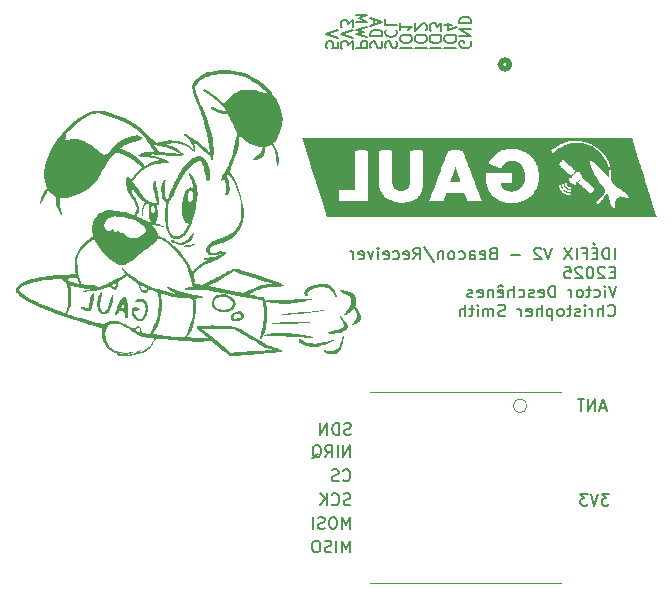
<source format=gbr>
%TF.GenerationSoftware,KiCad,Pcbnew,8.0.6*%
%TF.CreationDate,2025-07-22T18:03:32-04:00*%
%TF.ProjectId,receiver,72656365-6976-4657-922e-6b696361645f,rev?*%
%TF.SameCoordinates,Original*%
%TF.FileFunction,Legend,Bot*%
%TF.FilePolarity,Positive*%
%FSLAX46Y46*%
G04 Gerber Fmt 4.6, Leading zero omitted, Abs format (unit mm)*
G04 Created by KiCad (PCBNEW 8.0.6) date 2025-07-22 18:03:32*
%MOMM*%
%LPD*%
G01*
G04 APERTURE LIST*
%ADD10C,0.153000*%
%ADD11C,0.200000*%
%ADD12C,0.508000*%
%ADD13C,0.000000*%
%ADD14C,0.120000*%
%ADD15C,0.100000*%
G04 APERTURE END LIST*
D10*
X176522283Y-73396512D02*
X176046093Y-73396512D01*
X176617521Y-73682227D02*
X176284188Y-72682227D01*
X176284188Y-72682227D02*
X175950855Y-73682227D01*
X175617521Y-73682227D02*
X175617521Y-72682227D01*
X175617521Y-72682227D02*
X175046093Y-73682227D01*
X175046093Y-73682227D02*
X175046093Y-72682227D01*
X174712759Y-72682227D02*
X174141331Y-72682227D01*
X174427045Y-73682227D02*
X174427045Y-72682227D01*
X176793707Y-80699231D02*
X176174660Y-80699231D01*
X176174660Y-80699231D02*
X176507993Y-81080183D01*
X176507993Y-81080183D02*
X176365136Y-81080183D01*
X176365136Y-81080183D02*
X176269898Y-81127802D01*
X176269898Y-81127802D02*
X176222279Y-81175421D01*
X176222279Y-81175421D02*
X176174660Y-81270659D01*
X176174660Y-81270659D02*
X176174660Y-81508754D01*
X176174660Y-81508754D02*
X176222279Y-81603992D01*
X176222279Y-81603992D02*
X176269898Y-81651612D01*
X176269898Y-81651612D02*
X176365136Y-81699231D01*
X176365136Y-81699231D02*
X176650850Y-81699231D01*
X176650850Y-81699231D02*
X176746088Y-81651612D01*
X176746088Y-81651612D02*
X176793707Y-81603992D01*
X175888945Y-80699231D02*
X175555612Y-81699231D01*
X175555612Y-81699231D02*
X175222279Y-80699231D01*
X174984183Y-80699231D02*
X174365136Y-80699231D01*
X174365136Y-80699231D02*
X174698469Y-81080183D01*
X174698469Y-81080183D02*
X174555612Y-81080183D01*
X174555612Y-81080183D02*
X174460374Y-81127802D01*
X174460374Y-81127802D02*
X174412755Y-81175421D01*
X174412755Y-81175421D02*
X174365136Y-81270659D01*
X174365136Y-81270659D02*
X174365136Y-81508754D01*
X174365136Y-81508754D02*
X174412755Y-81603992D01*
X174412755Y-81603992D02*
X174460374Y-81651612D01*
X174460374Y-81651612D02*
X174555612Y-81699231D01*
X174555612Y-81699231D02*
X174841326Y-81699231D01*
X174841326Y-81699231D02*
X174936564Y-81651612D01*
X174936564Y-81651612D02*
X174984183Y-81603992D01*
X154925131Y-75656843D02*
X154782274Y-75704462D01*
X154782274Y-75704462D02*
X154544179Y-75704462D01*
X154544179Y-75704462D02*
X154448941Y-75656843D01*
X154448941Y-75656843D02*
X154401322Y-75609223D01*
X154401322Y-75609223D02*
X154353703Y-75513985D01*
X154353703Y-75513985D02*
X154353703Y-75418747D01*
X154353703Y-75418747D02*
X154401322Y-75323509D01*
X154401322Y-75323509D02*
X154448941Y-75275890D01*
X154448941Y-75275890D02*
X154544179Y-75228271D01*
X154544179Y-75228271D02*
X154734655Y-75180652D01*
X154734655Y-75180652D02*
X154829893Y-75133033D01*
X154829893Y-75133033D02*
X154877512Y-75085414D01*
X154877512Y-75085414D02*
X154925131Y-74990176D01*
X154925131Y-74990176D02*
X154925131Y-74894938D01*
X154925131Y-74894938D02*
X154877512Y-74799700D01*
X154877512Y-74799700D02*
X154829893Y-74752081D01*
X154829893Y-74752081D02*
X154734655Y-74704462D01*
X154734655Y-74704462D02*
X154496560Y-74704462D01*
X154496560Y-74704462D02*
X154353703Y-74752081D01*
X153925131Y-75704462D02*
X153925131Y-74704462D01*
X153925131Y-74704462D02*
X153687036Y-74704462D01*
X153687036Y-74704462D02*
X153544179Y-74752081D01*
X153544179Y-74752081D02*
X153448941Y-74847319D01*
X153448941Y-74847319D02*
X153401322Y-74942557D01*
X153401322Y-74942557D02*
X153353703Y-75133033D01*
X153353703Y-75133033D02*
X153353703Y-75275890D01*
X153353703Y-75275890D02*
X153401322Y-75466366D01*
X153401322Y-75466366D02*
X153448941Y-75561604D01*
X153448941Y-75561604D02*
X153544179Y-75656843D01*
X153544179Y-75656843D02*
X153687036Y-75704462D01*
X153687036Y-75704462D02*
X153925131Y-75704462D01*
X152925131Y-75704462D02*
X152925131Y-74704462D01*
X152925131Y-74704462D02*
X152353703Y-75704462D01*
X152353703Y-75704462D02*
X152353703Y-74704462D01*
X154282105Y-79541791D02*
X154329724Y-79589411D01*
X154329724Y-79589411D02*
X154472581Y-79637030D01*
X154472581Y-79637030D02*
X154567819Y-79637030D01*
X154567819Y-79637030D02*
X154710676Y-79589411D01*
X154710676Y-79589411D02*
X154805914Y-79494172D01*
X154805914Y-79494172D02*
X154853533Y-79398934D01*
X154853533Y-79398934D02*
X154901152Y-79208458D01*
X154901152Y-79208458D02*
X154901152Y-79065601D01*
X154901152Y-79065601D02*
X154853533Y-78875125D01*
X154853533Y-78875125D02*
X154805914Y-78779887D01*
X154805914Y-78779887D02*
X154710676Y-78684649D01*
X154710676Y-78684649D02*
X154567819Y-78637030D01*
X154567819Y-78637030D02*
X154472581Y-78637030D01*
X154472581Y-78637030D02*
X154329724Y-78684649D01*
X154329724Y-78684649D02*
X154282105Y-78732268D01*
X153901152Y-79589411D02*
X153758295Y-79637030D01*
X153758295Y-79637030D02*
X153520200Y-79637030D01*
X153520200Y-79637030D02*
X153424962Y-79589411D01*
X153424962Y-79589411D02*
X153377343Y-79541791D01*
X153377343Y-79541791D02*
X153329724Y-79446553D01*
X153329724Y-79446553D02*
X153329724Y-79351315D01*
X153329724Y-79351315D02*
X153377343Y-79256077D01*
X153377343Y-79256077D02*
X153424962Y-79208458D01*
X153424962Y-79208458D02*
X153520200Y-79160839D01*
X153520200Y-79160839D02*
X153710676Y-79113220D01*
X153710676Y-79113220D02*
X153805914Y-79065601D01*
X153805914Y-79065601D02*
X153853533Y-79017982D01*
X153853533Y-79017982D02*
X153901152Y-78922744D01*
X153901152Y-78922744D02*
X153901152Y-78827506D01*
X153901152Y-78827506D02*
X153853533Y-78732268D01*
X153853533Y-78732268D02*
X153805914Y-78684649D01*
X153805914Y-78684649D02*
X153710676Y-78637030D01*
X153710676Y-78637030D02*
X153472581Y-78637030D01*
X153472581Y-78637030D02*
X153329724Y-78684649D01*
X154853533Y-77598808D02*
X154853533Y-76598808D01*
X154853533Y-76598808D02*
X154282105Y-77598808D01*
X154282105Y-77598808D02*
X154282105Y-76598808D01*
X153805914Y-77598808D02*
X153805914Y-76598808D01*
X152758296Y-77598808D02*
X153091629Y-77122617D01*
X153329724Y-77598808D02*
X153329724Y-76598808D01*
X153329724Y-76598808D02*
X152948772Y-76598808D01*
X152948772Y-76598808D02*
X152853534Y-76646427D01*
X152853534Y-76646427D02*
X152805915Y-76694046D01*
X152805915Y-76694046D02*
X152758296Y-76789284D01*
X152758296Y-76789284D02*
X152758296Y-76932141D01*
X152758296Y-76932141D02*
X152805915Y-77027379D01*
X152805915Y-77027379D02*
X152853534Y-77074998D01*
X152853534Y-77074998D02*
X152948772Y-77122617D01*
X152948772Y-77122617D02*
X153329724Y-77122617D01*
X151663058Y-77694046D02*
X151758296Y-77646427D01*
X151758296Y-77646427D02*
X151853534Y-77551189D01*
X151853534Y-77551189D02*
X151996391Y-77408331D01*
X151996391Y-77408331D02*
X152091629Y-77360712D01*
X152091629Y-77360712D02*
X152186867Y-77360712D01*
X152139248Y-77598808D02*
X152234486Y-77551189D01*
X152234486Y-77551189D02*
X152329724Y-77455950D01*
X152329724Y-77455950D02*
X152377343Y-77265474D01*
X152377343Y-77265474D02*
X152377343Y-76932141D01*
X152377343Y-76932141D02*
X152329724Y-76741665D01*
X152329724Y-76741665D02*
X152234486Y-76646427D01*
X152234486Y-76646427D02*
X152139248Y-76598808D01*
X152139248Y-76598808D02*
X151948772Y-76598808D01*
X151948772Y-76598808D02*
X151853534Y-76646427D01*
X151853534Y-76646427D02*
X151758296Y-76741665D01*
X151758296Y-76741665D02*
X151710677Y-76932141D01*
X151710677Y-76932141D02*
X151710677Y-77265474D01*
X151710677Y-77265474D02*
X151758296Y-77455950D01*
X151758296Y-77455950D02*
X151853534Y-77551189D01*
X151853534Y-77551189D02*
X151948772Y-77598808D01*
X151948772Y-77598808D02*
X152139248Y-77598808D01*
X154901152Y-81627632D02*
X154758295Y-81675251D01*
X154758295Y-81675251D02*
X154520200Y-81675251D01*
X154520200Y-81675251D02*
X154424962Y-81627632D01*
X154424962Y-81627632D02*
X154377343Y-81580012D01*
X154377343Y-81580012D02*
X154329724Y-81484774D01*
X154329724Y-81484774D02*
X154329724Y-81389536D01*
X154329724Y-81389536D02*
X154377343Y-81294298D01*
X154377343Y-81294298D02*
X154424962Y-81246679D01*
X154424962Y-81246679D02*
X154520200Y-81199060D01*
X154520200Y-81199060D02*
X154710676Y-81151441D01*
X154710676Y-81151441D02*
X154805914Y-81103822D01*
X154805914Y-81103822D02*
X154853533Y-81056203D01*
X154853533Y-81056203D02*
X154901152Y-80960965D01*
X154901152Y-80960965D02*
X154901152Y-80865727D01*
X154901152Y-80865727D02*
X154853533Y-80770489D01*
X154853533Y-80770489D02*
X154805914Y-80722870D01*
X154805914Y-80722870D02*
X154710676Y-80675251D01*
X154710676Y-80675251D02*
X154472581Y-80675251D01*
X154472581Y-80675251D02*
X154329724Y-80722870D01*
X153329724Y-81580012D02*
X153377343Y-81627632D01*
X153377343Y-81627632D02*
X153520200Y-81675251D01*
X153520200Y-81675251D02*
X153615438Y-81675251D01*
X153615438Y-81675251D02*
X153758295Y-81627632D01*
X153758295Y-81627632D02*
X153853533Y-81532393D01*
X153853533Y-81532393D02*
X153901152Y-81437155D01*
X153901152Y-81437155D02*
X153948771Y-81246679D01*
X153948771Y-81246679D02*
X153948771Y-81103822D01*
X153948771Y-81103822D02*
X153901152Y-80913346D01*
X153901152Y-80913346D02*
X153853533Y-80818108D01*
X153853533Y-80818108D02*
X153758295Y-80722870D01*
X153758295Y-80722870D02*
X153615438Y-80675251D01*
X153615438Y-80675251D02*
X153520200Y-80675251D01*
X153520200Y-80675251D02*
X153377343Y-80722870D01*
X153377343Y-80722870D02*
X153329724Y-80770489D01*
X152901152Y-81675251D02*
X152901152Y-80675251D01*
X152329724Y-81675251D02*
X152758295Y-81103822D01*
X152329724Y-80675251D02*
X152901152Y-81246679D01*
X165063921Y-42405658D02*
X165111540Y-42500896D01*
X165111540Y-42500896D02*
X165111540Y-42643753D01*
X165111540Y-42643753D02*
X165063921Y-42786610D01*
X165063921Y-42786610D02*
X164968683Y-42881848D01*
X164968683Y-42881848D02*
X164873445Y-42929467D01*
X164873445Y-42929467D02*
X164682969Y-42977086D01*
X164682969Y-42977086D02*
X164540112Y-42977086D01*
X164540112Y-42977086D02*
X164349636Y-42929467D01*
X164349636Y-42929467D02*
X164254398Y-42881848D01*
X164254398Y-42881848D02*
X164159160Y-42786610D01*
X164159160Y-42786610D02*
X164111540Y-42643753D01*
X164111540Y-42643753D02*
X164111540Y-42548515D01*
X164111540Y-42548515D02*
X164159160Y-42405658D01*
X164159160Y-42405658D02*
X164206779Y-42358039D01*
X164206779Y-42358039D02*
X164540112Y-42358039D01*
X164540112Y-42358039D02*
X164540112Y-42548515D01*
X164111540Y-41929467D02*
X165111540Y-41929467D01*
X165111540Y-41929467D02*
X164111540Y-41358039D01*
X164111540Y-41358039D02*
X165111540Y-41358039D01*
X164111540Y-40881848D02*
X165111540Y-40881848D01*
X165111540Y-40881848D02*
X165111540Y-40643753D01*
X165111540Y-40643753D02*
X165063921Y-40500896D01*
X165063921Y-40500896D02*
X164968683Y-40405658D01*
X164968683Y-40405658D02*
X164873445Y-40358039D01*
X164873445Y-40358039D02*
X164682969Y-40310420D01*
X164682969Y-40310420D02*
X164540112Y-40310420D01*
X164540112Y-40310420D02*
X164349636Y-40358039D01*
X164349636Y-40358039D02*
X164254398Y-40405658D01*
X164254398Y-40405658D02*
X164159160Y-40500896D01*
X164159160Y-40500896D02*
X164111540Y-40643753D01*
X164111540Y-40643753D02*
X164111540Y-40881848D01*
X153828798Y-42453277D02*
X153828798Y-42929467D01*
X153828798Y-42929467D02*
X153352608Y-42977086D01*
X153352608Y-42977086D02*
X153400227Y-42929467D01*
X153400227Y-42929467D02*
X153447846Y-42834229D01*
X153447846Y-42834229D02*
X153447846Y-42596134D01*
X153447846Y-42596134D02*
X153400227Y-42500896D01*
X153400227Y-42500896D02*
X153352608Y-42453277D01*
X153352608Y-42453277D02*
X153257370Y-42405658D01*
X153257370Y-42405658D02*
X153019275Y-42405658D01*
X153019275Y-42405658D02*
X152924037Y-42453277D01*
X152924037Y-42453277D02*
X152876418Y-42500896D01*
X152876418Y-42500896D02*
X152828798Y-42596134D01*
X152828798Y-42596134D02*
X152828798Y-42834229D01*
X152828798Y-42834229D02*
X152876418Y-42929467D01*
X152876418Y-42929467D02*
X152924037Y-42977086D01*
X153828798Y-42119943D02*
X152828798Y-41786610D01*
X152828798Y-41786610D02*
X153828798Y-41453277D01*
X156637332Y-42977086D02*
X156589712Y-42834229D01*
X156589712Y-42834229D02*
X156589712Y-42596134D01*
X156589712Y-42596134D02*
X156637332Y-42500896D01*
X156637332Y-42500896D02*
X156684951Y-42453277D01*
X156684951Y-42453277D02*
X156780189Y-42405658D01*
X156780189Y-42405658D02*
X156875427Y-42405658D01*
X156875427Y-42405658D02*
X156970665Y-42453277D01*
X156970665Y-42453277D02*
X157018284Y-42500896D01*
X157018284Y-42500896D02*
X157065903Y-42596134D01*
X157065903Y-42596134D02*
X157113522Y-42786610D01*
X157113522Y-42786610D02*
X157161141Y-42881848D01*
X157161141Y-42881848D02*
X157208760Y-42929467D01*
X157208760Y-42929467D02*
X157303998Y-42977086D01*
X157303998Y-42977086D02*
X157399236Y-42977086D01*
X157399236Y-42977086D02*
X157494474Y-42929467D01*
X157494474Y-42929467D02*
X157542093Y-42881848D01*
X157542093Y-42881848D02*
X157589712Y-42786610D01*
X157589712Y-42786610D02*
X157589712Y-42548515D01*
X157589712Y-42548515D02*
X157542093Y-42405658D01*
X156589712Y-41977086D02*
X157589712Y-41977086D01*
X157589712Y-41977086D02*
X157589712Y-41738991D01*
X157589712Y-41738991D02*
X157542093Y-41596134D01*
X157542093Y-41596134D02*
X157446855Y-41500896D01*
X157446855Y-41500896D02*
X157351617Y-41453277D01*
X157351617Y-41453277D02*
X157161141Y-41405658D01*
X157161141Y-41405658D02*
X157018284Y-41405658D01*
X157018284Y-41405658D02*
X156827808Y-41453277D01*
X156827808Y-41453277D02*
X156732570Y-41500896D01*
X156732570Y-41500896D02*
X156637332Y-41596134D01*
X156637332Y-41596134D02*
X156589712Y-41738991D01*
X156589712Y-41738991D02*
X156589712Y-41977086D01*
X156875427Y-41024705D02*
X156875427Y-40548515D01*
X156589712Y-41119943D02*
X157589712Y-40786610D01*
X157589712Y-40786610D02*
X156589712Y-40453277D01*
X155082436Y-43024705D02*
X155082436Y-42405658D01*
X155082436Y-42405658D02*
X154701484Y-42738991D01*
X154701484Y-42738991D02*
X154701484Y-42596134D01*
X154701484Y-42596134D02*
X154653865Y-42500896D01*
X154653865Y-42500896D02*
X154606246Y-42453277D01*
X154606246Y-42453277D02*
X154511008Y-42405658D01*
X154511008Y-42405658D02*
X154272913Y-42405658D01*
X154272913Y-42405658D02*
X154177675Y-42453277D01*
X154177675Y-42453277D02*
X154130056Y-42500896D01*
X154130056Y-42500896D02*
X154082436Y-42596134D01*
X154082436Y-42596134D02*
X154082436Y-42881848D01*
X154082436Y-42881848D02*
X154130056Y-42977086D01*
X154130056Y-42977086D02*
X154177675Y-43024705D01*
X155082436Y-42119943D02*
X154082436Y-41786610D01*
X154082436Y-41786610D02*
X155082436Y-41453277D01*
X155082436Y-41215181D02*
X155082436Y-40596134D01*
X155082436Y-40596134D02*
X154701484Y-40929467D01*
X154701484Y-40929467D02*
X154701484Y-40786610D01*
X154701484Y-40786610D02*
X154653865Y-40691372D01*
X154653865Y-40691372D02*
X154606246Y-40643753D01*
X154606246Y-40643753D02*
X154511008Y-40596134D01*
X154511008Y-40596134D02*
X154272913Y-40596134D01*
X154272913Y-40596134D02*
X154177675Y-40643753D01*
X154177675Y-40643753D02*
X154130056Y-40691372D01*
X154130056Y-40691372D02*
X154082436Y-40786610D01*
X154082436Y-40786610D02*
X154082436Y-41072324D01*
X154082436Y-41072324D02*
X154130056Y-41167562D01*
X154130056Y-41167562D02*
X154177675Y-41215181D01*
X154853533Y-83665514D02*
X154853533Y-82665514D01*
X154853533Y-82665514D02*
X154520200Y-83379799D01*
X154520200Y-83379799D02*
X154186867Y-82665514D01*
X154186867Y-82665514D02*
X154186867Y-83665514D01*
X153520200Y-82665514D02*
X153329724Y-82665514D01*
X153329724Y-82665514D02*
X153234486Y-82713133D01*
X153234486Y-82713133D02*
X153139248Y-82808371D01*
X153139248Y-82808371D02*
X153091629Y-82998847D01*
X153091629Y-82998847D02*
X153091629Y-83332180D01*
X153091629Y-83332180D02*
X153139248Y-83522656D01*
X153139248Y-83522656D02*
X153234486Y-83617895D01*
X153234486Y-83617895D02*
X153329724Y-83665514D01*
X153329724Y-83665514D02*
X153520200Y-83665514D01*
X153520200Y-83665514D02*
X153615438Y-83617895D01*
X153615438Y-83617895D02*
X153710676Y-83522656D01*
X153710676Y-83522656D02*
X153758295Y-83332180D01*
X153758295Y-83332180D02*
X153758295Y-82998847D01*
X153758295Y-82998847D02*
X153710676Y-82808371D01*
X153710676Y-82808371D02*
X153615438Y-82713133D01*
X153615438Y-82713133D02*
X153520200Y-82665514D01*
X152710676Y-83617895D02*
X152567819Y-83665514D01*
X152567819Y-83665514D02*
X152329724Y-83665514D01*
X152329724Y-83665514D02*
X152234486Y-83617895D01*
X152234486Y-83617895D02*
X152186867Y-83570275D01*
X152186867Y-83570275D02*
X152139248Y-83475037D01*
X152139248Y-83475037D02*
X152139248Y-83379799D01*
X152139248Y-83379799D02*
X152186867Y-83284561D01*
X152186867Y-83284561D02*
X152234486Y-83236942D01*
X152234486Y-83236942D02*
X152329724Y-83189323D01*
X152329724Y-83189323D02*
X152520200Y-83141704D01*
X152520200Y-83141704D02*
X152615438Y-83094085D01*
X152615438Y-83094085D02*
X152663057Y-83046466D01*
X152663057Y-83046466D02*
X152710676Y-82951228D01*
X152710676Y-82951228D02*
X152710676Y-82855990D01*
X152710676Y-82855990D02*
X152663057Y-82760752D01*
X152663057Y-82760752D02*
X152615438Y-82713133D01*
X152615438Y-82713133D02*
X152520200Y-82665514D01*
X152520200Y-82665514D02*
X152282105Y-82665514D01*
X152282105Y-82665514D02*
X152139248Y-82713133D01*
X151710676Y-83665514D02*
X151710676Y-82665514D01*
X155336074Y-42929467D02*
X156336074Y-42929467D01*
X156336074Y-42929467D02*
X156336074Y-42548515D01*
X156336074Y-42548515D02*
X156288455Y-42453277D01*
X156288455Y-42453277D02*
X156240836Y-42405658D01*
X156240836Y-42405658D02*
X156145598Y-42358039D01*
X156145598Y-42358039D02*
X156002741Y-42358039D01*
X156002741Y-42358039D02*
X155907503Y-42405658D01*
X155907503Y-42405658D02*
X155859884Y-42453277D01*
X155859884Y-42453277D02*
X155812265Y-42548515D01*
X155812265Y-42548515D02*
X155812265Y-42929467D01*
X156336074Y-42024705D02*
X155336074Y-41786610D01*
X155336074Y-41786610D02*
X156050360Y-41596134D01*
X156050360Y-41596134D02*
X155336074Y-41405658D01*
X155336074Y-41405658D02*
X156336074Y-41167563D01*
X155336074Y-40786610D02*
X156336074Y-40786610D01*
X156336074Y-40786610D02*
X155621789Y-40453277D01*
X155621789Y-40453277D02*
X156336074Y-40119944D01*
X156336074Y-40119944D02*
X155336074Y-40119944D01*
D11*
X177277368Y-60852422D02*
X177277368Y-59852422D01*
X176801178Y-60852422D02*
X176801178Y-59852422D01*
X176801178Y-59852422D02*
X176563083Y-59852422D01*
X176563083Y-59852422D02*
X176420226Y-59900041D01*
X176420226Y-59900041D02*
X176324988Y-59995279D01*
X176324988Y-59995279D02*
X176277369Y-60090517D01*
X176277369Y-60090517D02*
X176229750Y-60280993D01*
X176229750Y-60280993D02*
X176229750Y-60423850D01*
X176229750Y-60423850D02*
X176277369Y-60614326D01*
X176277369Y-60614326D02*
X176324988Y-60709564D01*
X176324988Y-60709564D02*
X176420226Y-60804803D01*
X176420226Y-60804803D02*
X176563083Y-60852422D01*
X176563083Y-60852422D02*
X176801178Y-60852422D01*
X175801178Y-60328612D02*
X175467845Y-60328612D01*
X175324988Y-60852422D02*
X175801178Y-60852422D01*
X175801178Y-60852422D02*
X175801178Y-59852422D01*
X175801178Y-59852422D02*
X175324988Y-59852422D01*
X175467845Y-59471469D02*
X175610702Y-59614326D01*
X174563083Y-60328612D02*
X174896416Y-60328612D01*
X174896416Y-60852422D02*
X174896416Y-59852422D01*
X174896416Y-59852422D02*
X174420226Y-59852422D01*
X174039273Y-60852422D02*
X174039273Y-59852422D01*
X173658321Y-59852422D02*
X172991655Y-60852422D01*
X172991655Y-59852422D02*
X173658321Y-60852422D01*
X171991654Y-59852422D02*
X171658321Y-60852422D01*
X171658321Y-60852422D02*
X171324988Y-59852422D01*
X171039273Y-59947660D02*
X170991654Y-59900041D01*
X170991654Y-59900041D02*
X170896416Y-59852422D01*
X170896416Y-59852422D02*
X170658321Y-59852422D01*
X170658321Y-59852422D02*
X170563083Y-59900041D01*
X170563083Y-59900041D02*
X170515464Y-59947660D01*
X170515464Y-59947660D02*
X170467845Y-60042898D01*
X170467845Y-60042898D02*
X170467845Y-60138136D01*
X170467845Y-60138136D02*
X170515464Y-60280993D01*
X170515464Y-60280993D02*
X171086892Y-60852422D01*
X171086892Y-60852422D02*
X170467845Y-60852422D01*
X169277368Y-60471469D02*
X168515464Y-60471469D01*
X166944035Y-60328612D02*
X166801178Y-60376231D01*
X166801178Y-60376231D02*
X166753559Y-60423850D01*
X166753559Y-60423850D02*
X166705940Y-60519088D01*
X166705940Y-60519088D02*
X166705940Y-60661945D01*
X166705940Y-60661945D02*
X166753559Y-60757183D01*
X166753559Y-60757183D02*
X166801178Y-60804803D01*
X166801178Y-60804803D02*
X166896416Y-60852422D01*
X166896416Y-60852422D02*
X167277368Y-60852422D01*
X167277368Y-60852422D02*
X167277368Y-59852422D01*
X167277368Y-59852422D02*
X166944035Y-59852422D01*
X166944035Y-59852422D02*
X166848797Y-59900041D01*
X166848797Y-59900041D02*
X166801178Y-59947660D01*
X166801178Y-59947660D02*
X166753559Y-60042898D01*
X166753559Y-60042898D02*
X166753559Y-60138136D01*
X166753559Y-60138136D02*
X166801178Y-60233374D01*
X166801178Y-60233374D02*
X166848797Y-60280993D01*
X166848797Y-60280993D02*
X166944035Y-60328612D01*
X166944035Y-60328612D02*
X167277368Y-60328612D01*
X165896416Y-60804803D02*
X165991654Y-60852422D01*
X165991654Y-60852422D02*
X166182130Y-60852422D01*
X166182130Y-60852422D02*
X166277368Y-60804803D01*
X166277368Y-60804803D02*
X166324987Y-60709564D01*
X166324987Y-60709564D02*
X166324987Y-60328612D01*
X166324987Y-60328612D02*
X166277368Y-60233374D01*
X166277368Y-60233374D02*
X166182130Y-60185755D01*
X166182130Y-60185755D02*
X165991654Y-60185755D01*
X165991654Y-60185755D02*
X165896416Y-60233374D01*
X165896416Y-60233374D02*
X165848797Y-60328612D01*
X165848797Y-60328612D02*
X165848797Y-60423850D01*
X165848797Y-60423850D02*
X166324987Y-60519088D01*
X164991654Y-60852422D02*
X164991654Y-60328612D01*
X164991654Y-60328612D02*
X165039273Y-60233374D01*
X165039273Y-60233374D02*
X165134511Y-60185755D01*
X165134511Y-60185755D02*
X165324987Y-60185755D01*
X165324987Y-60185755D02*
X165420225Y-60233374D01*
X164991654Y-60804803D02*
X165086892Y-60852422D01*
X165086892Y-60852422D02*
X165324987Y-60852422D01*
X165324987Y-60852422D02*
X165420225Y-60804803D01*
X165420225Y-60804803D02*
X165467844Y-60709564D01*
X165467844Y-60709564D02*
X165467844Y-60614326D01*
X165467844Y-60614326D02*
X165420225Y-60519088D01*
X165420225Y-60519088D02*
X165324987Y-60471469D01*
X165324987Y-60471469D02*
X165086892Y-60471469D01*
X165086892Y-60471469D02*
X164991654Y-60423850D01*
X164086892Y-60804803D02*
X164182130Y-60852422D01*
X164182130Y-60852422D02*
X164372606Y-60852422D01*
X164372606Y-60852422D02*
X164467844Y-60804803D01*
X164467844Y-60804803D02*
X164515463Y-60757183D01*
X164515463Y-60757183D02*
X164563082Y-60661945D01*
X164563082Y-60661945D02*
X164563082Y-60376231D01*
X164563082Y-60376231D02*
X164515463Y-60280993D01*
X164515463Y-60280993D02*
X164467844Y-60233374D01*
X164467844Y-60233374D02*
X164372606Y-60185755D01*
X164372606Y-60185755D02*
X164182130Y-60185755D01*
X164182130Y-60185755D02*
X164086892Y-60233374D01*
X163515463Y-60852422D02*
X163610701Y-60804803D01*
X163610701Y-60804803D02*
X163658320Y-60757183D01*
X163658320Y-60757183D02*
X163705939Y-60661945D01*
X163705939Y-60661945D02*
X163705939Y-60376231D01*
X163705939Y-60376231D02*
X163658320Y-60280993D01*
X163658320Y-60280993D02*
X163610701Y-60233374D01*
X163610701Y-60233374D02*
X163515463Y-60185755D01*
X163515463Y-60185755D02*
X163372606Y-60185755D01*
X163372606Y-60185755D02*
X163277368Y-60233374D01*
X163277368Y-60233374D02*
X163229749Y-60280993D01*
X163229749Y-60280993D02*
X163182130Y-60376231D01*
X163182130Y-60376231D02*
X163182130Y-60661945D01*
X163182130Y-60661945D02*
X163229749Y-60757183D01*
X163229749Y-60757183D02*
X163277368Y-60804803D01*
X163277368Y-60804803D02*
X163372606Y-60852422D01*
X163372606Y-60852422D02*
X163515463Y-60852422D01*
X162753558Y-60185755D02*
X162753558Y-60852422D01*
X162753558Y-60280993D02*
X162705939Y-60233374D01*
X162705939Y-60233374D02*
X162610701Y-60185755D01*
X162610701Y-60185755D02*
X162467844Y-60185755D01*
X162467844Y-60185755D02*
X162372606Y-60233374D01*
X162372606Y-60233374D02*
X162324987Y-60328612D01*
X162324987Y-60328612D02*
X162324987Y-60852422D01*
X161134511Y-59804803D02*
X161991653Y-61090517D01*
X160229749Y-60852422D02*
X160563082Y-60376231D01*
X160801177Y-60852422D02*
X160801177Y-59852422D01*
X160801177Y-59852422D02*
X160420225Y-59852422D01*
X160420225Y-59852422D02*
X160324987Y-59900041D01*
X160324987Y-59900041D02*
X160277368Y-59947660D01*
X160277368Y-59947660D02*
X160229749Y-60042898D01*
X160229749Y-60042898D02*
X160229749Y-60185755D01*
X160229749Y-60185755D02*
X160277368Y-60280993D01*
X160277368Y-60280993D02*
X160324987Y-60328612D01*
X160324987Y-60328612D02*
X160420225Y-60376231D01*
X160420225Y-60376231D02*
X160801177Y-60376231D01*
X159420225Y-60804803D02*
X159515463Y-60852422D01*
X159515463Y-60852422D02*
X159705939Y-60852422D01*
X159705939Y-60852422D02*
X159801177Y-60804803D01*
X159801177Y-60804803D02*
X159848796Y-60709564D01*
X159848796Y-60709564D02*
X159848796Y-60328612D01*
X159848796Y-60328612D02*
X159801177Y-60233374D01*
X159801177Y-60233374D02*
X159705939Y-60185755D01*
X159705939Y-60185755D02*
X159515463Y-60185755D01*
X159515463Y-60185755D02*
X159420225Y-60233374D01*
X159420225Y-60233374D02*
X159372606Y-60328612D01*
X159372606Y-60328612D02*
X159372606Y-60423850D01*
X159372606Y-60423850D02*
X159848796Y-60519088D01*
X158515463Y-60804803D02*
X158610701Y-60852422D01*
X158610701Y-60852422D02*
X158801177Y-60852422D01*
X158801177Y-60852422D02*
X158896415Y-60804803D01*
X158896415Y-60804803D02*
X158944034Y-60757183D01*
X158944034Y-60757183D02*
X158991653Y-60661945D01*
X158991653Y-60661945D02*
X158991653Y-60376231D01*
X158991653Y-60376231D02*
X158944034Y-60280993D01*
X158944034Y-60280993D02*
X158896415Y-60233374D01*
X158896415Y-60233374D02*
X158801177Y-60185755D01*
X158801177Y-60185755D02*
X158610701Y-60185755D01*
X158610701Y-60185755D02*
X158515463Y-60233374D01*
X157705939Y-60804803D02*
X157801177Y-60852422D01*
X157801177Y-60852422D02*
X157991653Y-60852422D01*
X157991653Y-60852422D02*
X158086891Y-60804803D01*
X158086891Y-60804803D02*
X158134510Y-60709564D01*
X158134510Y-60709564D02*
X158134510Y-60328612D01*
X158134510Y-60328612D02*
X158086891Y-60233374D01*
X158086891Y-60233374D02*
X157991653Y-60185755D01*
X157991653Y-60185755D02*
X157801177Y-60185755D01*
X157801177Y-60185755D02*
X157705939Y-60233374D01*
X157705939Y-60233374D02*
X157658320Y-60328612D01*
X157658320Y-60328612D02*
X157658320Y-60423850D01*
X157658320Y-60423850D02*
X158134510Y-60519088D01*
X157229748Y-60852422D02*
X157229748Y-60185755D01*
X157229748Y-59852422D02*
X157277367Y-59900041D01*
X157277367Y-59900041D02*
X157229748Y-59947660D01*
X157229748Y-59947660D02*
X157182129Y-59900041D01*
X157182129Y-59900041D02*
X157229748Y-59852422D01*
X157229748Y-59852422D02*
X157229748Y-59947660D01*
X156848796Y-60185755D02*
X156610701Y-60852422D01*
X156610701Y-60852422D02*
X156372606Y-60185755D01*
X155610701Y-60804803D02*
X155705939Y-60852422D01*
X155705939Y-60852422D02*
X155896415Y-60852422D01*
X155896415Y-60852422D02*
X155991653Y-60804803D01*
X155991653Y-60804803D02*
X156039272Y-60709564D01*
X156039272Y-60709564D02*
X156039272Y-60328612D01*
X156039272Y-60328612D02*
X155991653Y-60233374D01*
X155991653Y-60233374D02*
X155896415Y-60185755D01*
X155896415Y-60185755D02*
X155705939Y-60185755D01*
X155705939Y-60185755D02*
X155610701Y-60233374D01*
X155610701Y-60233374D02*
X155563082Y-60328612D01*
X155563082Y-60328612D02*
X155563082Y-60423850D01*
X155563082Y-60423850D02*
X156039272Y-60519088D01*
X155134510Y-60852422D02*
X155134510Y-60185755D01*
X155134510Y-60376231D02*
X155086891Y-60280993D01*
X155086891Y-60280993D02*
X155039272Y-60233374D01*
X155039272Y-60233374D02*
X154944034Y-60185755D01*
X154944034Y-60185755D02*
X154848796Y-60185755D01*
X177277368Y-61938556D02*
X176944035Y-61938556D01*
X176801178Y-62462366D02*
X177277368Y-62462366D01*
X177277368Y-62462366D02*
X177277368Y-61462366D01*
X177277368Y-61462366D02*
X176801178Y-61462366D01*
X176420225Y-61557604D02*
X176372606Y-61509985D01*
X176372606Y-61509985D02*
X176277368Y-61462366D01*
X176277368Y-61462366D02*
X176039273Y-61462366D01*
X176039273Y-61462366D02*
X175944035Y-61509985D01*
X175944035Y-61509985D02*
X175896416Y-61557604D01*
X175896416Y-61557604D02*
X175848797Y-61652842D01*
X175848797Y-61652842D02*
X175848797Y-61748080D01*
X175848797Y-61748080D02*
X175896416Y-61890937D01*
X175896416Y-61890937D02*
X176467844Y-62462366D01*
X176467844Y-62462366D02*
X175848797Y-62462366D01*
X175229749Y-61462366D02*
X175134511Y-61462366D01*
X175134511Y-61462366D02*
X175039273Y-61509985D01*
X175039273Y-61509985D02*
X174991654Y-61557604D01*
X174991654Y-61557604D02*
X174944035Y-61652842D01*
X174944035Y-61652842D02*
X174896416Y-61843318D01*
X174896416Y-61843318D02*
X174896416Y-62081413D01*
X174896416Y-62081413D02*
X174944035Y-62271889D01*
X174944035Y-62271889D02*
X174991654Y-62367127D01*
X174991654Y-62367127D02*
X175039273Y-62414747D01*
X175039273Y-62414747D02*
X175134511Y-62462366D01*
X175134511Y-62462366D02*
X175229749Y-62462366D01*
X175229749Y-62462366D02*
X175324987Y-62414747D01*
X175324987Y-62414747D02*
X175372606Y-62367127D01*
X175372606Y-62367127D02*
X175420225Y-62271889D01*
X175420225Y-62271889D02*
X175467844Y-62081413D01*
X175467844Y-62081413D02*
X175467844Y-61843318D01*
X175467844Y-61843318D02*
X175420225Y-61652842D01*
X175420225Y-61652842D02*
X175372606Y-61557604D01*
X175372606Y-61557604D02*
X175324987Y-61509985D01*
X175324987Y-61509985D02*
X175229749Y-61462366D01*
X174515463Y-61557604D02*
X174467844Y-61509985D01*
X174467844Y-61509985D02*
X174372606Y-61462366D01*
X174372606Y-61462366D02*
X174134511Y-61462366D01*
X174134511Y-61462366D02*
X174039273Y-61509985D01*
X174039273Y-61509985D02*
X173991654Y-61557604D01*
X173991654Y-61557604D02*
X173944035Y-61652842D01*
X173944035Y-61652842D02*
X173944035Y-61748080D01*
X173944035Y-61748080D02*
X173991654Y-61890937D01*
X173991654Y-61890937D02*
X174563082Y-62462366D01*
X174563082Y-62462366D02*
X173944035Y-62462366D01*
X173039273Y-61462366D02*
X173515463Y-61462366D01*
X173515463Y-61462366D02*
X173563082Y-61938556D01*
X173563082Y-61938556D02*
X173515463Y-61890937D01*
X173515463Y-61890937D02*
X173420225Y-61843318D01*
X173420225Y-61843318D02*
X173182130Y-61843318D01*
X173182130Y-61843318D02*
X173086892Y-61890937D01*
X173086892Y-61890937D02*
X173039273Y-61938556D01*
X173039273Y-61938556D02*
X172991654Y-62033794D01*
X172991654Y-62033794D02*
X172991654Y-62271889D01*
X172991654Y-62271889D02*
X173039273Y-62367127D01*
X173039273Y-62367127D02*
X173086892Y-62414747D01*
X173086892Y-62414747D02*
X173182130Y-62462366D01*
X173182130Y-62462366D02*
X173420225Y-62462366D01*
X173420225Y-62462366D02*
X173515463Y-62414747D01*
X173515463Y-62414747D02*
X173563082Y-62367127D01*
X177420225Y-63072310D02*
X177086892Y-64072310D01*
X177086892Y-64072310D02*
X176753559Y-63072310D01*
X176420225Y-64072310D02*
X176420225Y-63405643D01*
X176420225Y-63072310D02*
X176467844Y-63119929D01*
X176467844Y-63119929D02*
X176420225Y-63167548D01*
X176420225Y-63167548D02*
X176372606Y-63119929D01*
X176372606Y-63119929D02*
X176420225Y-63072310D01*
X176420225Y-63072310D02*
X176420225Y-63167548D01*
X175515464Y-64024691D02*
X175610702Y-64072310D01*
X175610702Y-64072310D02*
X175801178Y-64072310D01*
X175801178Y-64072310D02*
X175896416Y-64024691D01*
X175896416Y-64024691D02*
X175944035Y-63977071D01*
X175944035Y-63977071D02*
X175991654Y-63881833D01*
X175991654Y-63881833D02*
X175991654Y-63596119D01*
X175991654Y-63596119D02*
X175944035Y-63500881D01*
X175944035Y-63500881D02*
X175896416Y-63453262D01*
X175896416Y-63453262D02*
X175801178Y-63405643D01*
X175801178Y-63405643D02*
X175610702Y-63405643D01*
X175610702Y-63405643D02*
X175515464Y-63453262D01*
X175229749Y-63405643D02*
X174848797Y-63405643D01*
X175086892Y-63072310D02*
X175086892Y-63929452D01*
X175086892Y-63929452D02*
X175039273Y-64024691D01*
X175039273Y-64024691D02*
X174944035Y-64072310D01*
X174944035Y-64072310D02*
X174848797Y-64072310D01*
X174372606Y-64072310D02*
X174467844Y-64024691D01*
X174467844Y-64024691D02*
X174515463Y-63977071D01*
X174515463Y-63977071D02*
X174563082Y-63881833D01*
X174563082Y-63881833D02*
X174563082Y-63596119D01*
X174563082Y-63596119D02*
X174515463Y-63500881D01*
X174515463Y-63500881D02*
X174467844Y-63453262D01*
X174467844Y-63453262D02*
X174372606Y-63405643D01*
X174372606Y-63405643D02*
X174229749Y-63405643D01*
X174229749Y-63405643D02*
X174134511Y-63453262D01*
X174134511Y-63453262D02*
X174086892Y-63500881D01*
X174086892Y-63500881D02*
X174039273Y-63596119D01*
X174039273Y-63596119D02*
X174039273Y-63881833D01*
X174039273Y-63881833D02*
X174086892Y-63977071D01*
X174086892Y-63977071D02*
X174134511Y-64024691D01*
X174134511Y-64024691D02*
X174229749Y-64072310D01*
X174229749Y-64072310D02*
X174372606Y-64072310D01*
X173610701Y-64072310D02*
X173610701Y-63405643D01*
X173610701Y-63596119D02*
X173563082Y-63500881D01*
X173563082Y-63500881D02*
X173515463Y-63453262D01*
X173515463Y-63453262D02*
X173420225Y-63405643D01*
X173420225Y-63405643D02*
X173324987Y-63405643D01*
X172229748Y-64072310D02*
X172229748Y-63072310D01*
X172229748Y-63072310D02*
X171991653Y-63072310D01*
X171991653Y-63072310D02*
X171848796Y-63119929D01*
X171848796Y-63119929D02*
X171753558Y-63215167D01*
X171753558Y-63215167D02*
X171705939Y-63310405D01*
X171705939Y-63310405D02*
X171658320Y-63500881D01*
X171658320Y-63500881D02*
X171658320Y-63643738D01*
X171658320Y-63643738D02*
X171705939Y-63834214D01*
X171705939Y-63834214D02*
X171753558Y-63929452D01*
X171753558Y-63929452D02*
X171848796Y-64024691D01*
X171848796Y-64024691D02*
X171991653Y-64072310D01*
X171991653Y-64072310D02*
X172229748Y-64072310D01*
X170848796Y-64024691D02*
X170944034Y-64072310D01*
X170944034Y-64072310D02*
X171134510Y-64072310D01*
X171134510Y-64072310D02*
X171229748Y-64024691D01*
X171229748Y-64024691D02*
X171277367Y-63929452D01*
X171277367Y-63929452D02*
X171277367Y-63548500D01*
X171277367Y-63548500D02*
X171229748Y-63453262D01*
X171229748Y-63453262D02*
X171134510Y-63405643D01*
X171134510Y-63405643D02*
X170944034Y-63405643D01*
X170944034Y-63405643D02*
X170848796Y-63453262D01*
X170848796Y-63453262D02*
X170801177Y-63548500D01*
X170801177Y-63548500D02*
X170801177Y-63643738D01*
X170801177Y-63643738D02*
X171277367Y-63738976D01*
X170420224Y-64024691D02*
X170324986Y-64072310D01*
X170324986Y-64072310D02*
X170134510Y-64072310D01*
X170134510Y-64072310D02*
X170039272Y-64024691D01*
X170039272Y-64024691D02*
X169991653Y-63929452D01*
X169991653Y-63929452D02*
X169991653Y-63881833D01*
X169991653Y-63881833D02*
X170039272Y-63786595D01*
X170039272Y-63786595D02*
X170134510Y-63738976D01*
X170134510Y-63738976D02*
X170277367Y-63738976D01*
X170277367Y-63738976D02*
X170372605Y-63691357D01*
X170372605Y-63691357D02*
X170420224Y-63596119D01*
X170420224Y-63596119D02*
X170420224Y-63548500D01*
X170420224Y-63548500D02*
X170372605Y-63453262D01*
X170372605Y-63453262D02*
X170277367Y-63405643D01*
X170277367Y-63405643D02*
X170134510Y-63405643D01*
X170134510Y-63405643D02*
X170039272Y-63453262D01*
X169134510Y-64024691D02*
X169229748Y-64072310D01*
X169229748Y-64072310D02*
X169420224Y-64072310D01*
X169420224Y-64072310D02*
X169515462Y-64024691D01*
X169515462Y-64024691D02*
X169563081Y-63977071D01*
X169563081Y-63977071D02*
X169610700Y-63881833D01*
X169610700Y-63881833D02*
X169610700Y-63596119D01*
X169610700Y-63596119D02*
X169563081Y-63500881D01*
X169563081Y-63500881D02*
X169515462Y-63453262D01*
X169515462Y-63453262D02*
X169420224Y-63405643D01*
X169420224Y-63405643D02*
X169229748Y-63405643D01*
X169229748Y-63405643D02*
X169134510Y-63453262D01*
X168705938Y-64072310D02*
X168705938Y-63072310D01*
X168277367Y-64072310D02*
X168277367Y-63548500D01*
X168277367Y-63548500D02*
X168324986Y-63453262D01*
X168324986Y-63453262D02*
X168420224Y-63405643D01*
X168420224Y-63405643D02*
X168563081Y-63405643D01*
X168563081Y-63405643D02*
X168658319Y-63453262D01*
X168658319Y-63453262D02*
X168705938Y-63500881D01*
X167420224Y-64024691D02*
X167515462Y-64072310D01*
X167515462Y-64072310D02*
X167705938Y-64072310D01*
X167705938Y-64072310D02*
X167801176Y-64024691D01*
X167801176Y-64024691D02*
X167848795Y-63929452D01*
X167848795Y-63929452D02*
X167848795Y-63548500D01*
X167848795Y-63548500D02*
X167801176Y-63453262D01*
X167801176Y-63453262D02*
X167705938Y-63405643D01*
X167705938Y-63405643D02*
X167515462Y-63405643D01*
X167515462Y-63405643D02*
X167420224Y-63453262D01*
X167420224Y-63453262D02*
X167372605Y-63548500D01*
X167372605Y-63548500D02*
X167372605Y-63643738D01*
X167372605Y-63643738D02*
X167848795Y-63738976D01*
X167801176Y-63167548D02*
X167610700Y-63024691D01*
X167610700Y-63024691D02*
X167420224Y-63167548D01*
X166944033Y-63405643D02*
X166944033Y-64072310D01*
X166944033Y-63500881D02*
X166896414Y-63453262D01*
X166896414Y-63453262D02*
X166801176Y-63405643D01*
X166801176Y-63405643D02*
X166658319Y-63405643D01*
X166658319Y-63405643D02*
X166563081Y-63453262D01*
X166563081Y-63453262D02*
X166515462Y-63548500D01*
X166515462Y-63548500D02*
X166515462Y-64072310D01*
X165658319Y-64024691D02*
X165753557Y-64072310D01*
X165753557Y-64072310D02*
X165944033Y-64072310D01*
X165944033Y-64072310D02*
X166039271Y-64024691D01*
X166039271Y-64024691D02*
X166086890Y-63929452D01*
X166086890Y-63929452D02*
X166086890Y-63548500D01*
X166086890Y-63548500D02*
X166039271Y-63453262D01*
X166039271Y-63453262D02*
X165944033Y-63405643D01*
X165944033Y-63405643D02*
X165753557Y-63405643D01*
X165753557Y-63405643D02*
X165658319Y-63453262D01*
X165658319Y-63453262D02*
X165610700Y-63548500D01*
X165610700Y-63548500D02*
X165610700Y-63643738D01*
X165610700Y-63643738D02*
X166086890Y-63738976D01*
X165229747Y-64024691D02*
X165134509Y-64072310D01*
X165134509Y-64072310D02*
X164944033Y-64072310D01*
X164944033Y-64072310D02*
X164848795Y-64024691D01*
X164848795Y-64024691D02*
X164801176Y-63929452D01*
X164801176Y-63929452D02*
X164801176Y-63881833D01*
X164801176Y-63881833D02*
X164848795Y-63786595D01*
X164848795Y-63786595D02*
X164944033Y-63738976D01*
X164944033Y-63738976D02*
X165086890Y-63738976D01*
X165086890Y-63738976D02*
X165182128Y-63691357D01*
X165182128Y-63691357D02*
X165229747Y-63596119D01*
X165229747Y-63596119D02*
X165229747Y-63548500D01*
X165229747Y-63548500D02*
X165182128Y-63453262D01*
X165182128Y-63453262D02*
X165086890Y-63405643D01*
X165086890Y-63405643D02*
X164944033Y-63405643D01*
X164944033Y-63405643D02*
X164848795Y-63453262D01*
X176705940Y-65587015D02*
X176753559Y-65634635D01*
X176753559Y-65634635D02*
X176896416Y-65682254D01*
X176896416Y-65682254D02*
X176991654Y-65682254D01*
X176991654Y-65682254D02*
X177134511Y-65634635D01*
X177134511Y-65634635D02*
X177229749Y-65539396D01*
X177229749Y-65539396D02*
X177277368Y-65444158D01*
X177277368Y-65444158D02*
X177324987Y-65253682D01*
X177324987Y-65253682D02*
X177324987Y-65110825D01*
X177324987Y-65110825D02*
X177277368Y-64920349D01*
X177277368Y-64920349D02*
X177229749Y-64825111D01*
X177229749Y-64825111D02*
X177134511Y-64729873D01*
X177134511Y-64729873D02*
X176991654Y-64682254D01*
X176991654Y-64682254D02*
X176896416Y-64682254D01*
X176896416Y-64682254D02*
X176753559Y-64729873D01*
X176753559Y-64729873D02*
X176705940Y-64777492D01*
X176277368Y-65682254D02*
X176277368Y-64682254D01*
X175848797Y-65682254D02*
X175848797Y-65158444D01*
X175848797Y-65158444D02*
X175896416Y-65063206D01*
X175896416Y-65063206D02*
X175991654Y-65015587D01*
X175991654Y-65015587D02*
X176134511Y-65015587D01*
X176134511Y-65015587D02*
X176229749Y-65063206D01*
X176229749Y-65063206D02*
X176277368Y-65110825D01*
X175372606Y-65682254D02*
X175372606Y-65015587D01*
X175372606Y-65206063D02*
X175324987Y-65110825D01*
X175324987Y-65110825D02*
X175277368Y-65063206D01*
X175277368Y-65063206D02*
X175182130Y-65015587D01*
X175182130Y-65015587D02*
X175086892Y-65015587D01*
X174753558Y-65682254D02*
X174753558Y-65015587D01*
X174753558Y-64682254D02*
X174801177Y-64729873D01*
X174801177Y-64729873D02*
X174753558Y-64777492D01*
X174753558Y-64777492D02*
X174705939Y-64729873D01*
X174705939Y-64729873D02*
X174753558Y-64682254D01*
X174753558Y-64682254D02*
X174753558Y-64777492D01*
X174324987Y-65634635D02*
X174229749Y-65682254D01*
X174229749Y-65682254D02*
X174039273Y-65682254D01*
X174039273Y-65682254D02*
X173944035Y-65634635D01*
X173944035Y-65634635D02*
X173896416Y-65539396D01*
X173896416Y-65539396D02*
X173896416Y-65491777D01*
X173896416Y-65491777D02*
X173944035Y-65396539D01*
X173944035Y-65396539D02*
X174039273Y-65348920D01*
X174039273Y-65348920D02*
X174182130Y-65348920D01*
X174182130Y-65348920D02*
X174277368Y-65301301D01*
X174277368Y-65301301D02*
X174324987Y-65206063D01*
X174324987Y-65206063D02*
X174324987Y-65158444D01*
X174324987Y-65158444D02*
X174277368Y-65063206D01*
X174277368Y-65063206D02*
X174182130Y-65015587D01*
X174182130Y-65015587D02*
X174039273Y-65015587D01*
X174039273Y-65015587D02*
X173944035Y-65063206D01*
X173610701Y-65015587D02*
X173229749Y-65015587D01*
X173467844Y-64682254D02*
X173467844Y-65539396D01*
X173467844Y-65539396D02*
X173420225Y-65634635D01*
X173420225Y-65634635D02*
X173324987Y-65682254D01*
X173324987Y-65682254D02*
X173229749Y-65682254D01*
X172753558Y-65682254D02*
X172848796Y-65634635D01*
X172848796Y-65634635D02*
X172896415Y-65587015D01*
X172896415Y-65587015D02*
X172944034Y-65491777D01*
X172944034Y-65491777D02*
X172944034Y-65206063D01*
X172944034Y-65206063D02*
X172896415Y-65110825D01*
X172896415Y-65110825D02*
X172848796Y-65063206D01*
X172848796Y-65063206D02*
X172753558Y-65015587D01*
X172753558Y-65015587D02*
X172610701Y-65015587D01*
X172610701Y-65015587D02*
X172515463Y-65063206D01*
X172515463Y-65063206D02*
X172467844Y-65110825D01*
X172467844Y-65110825D02*
X172420225Y-65206063D01*
X172420225Y-65206063D02*
X172420225Y-65491777D01*
X172420225Y-65491777D02*
X172467844Y-65587015D01*
X172467844Y-65587015D02*
X172515463Y-65634635D01*
X172515463Y-65634635D02*
X172610701Y-65682254D01*
X172610701Y-65682254D02*
X172753558Y-65682254D01*
X171991653Y-65015587D02*
X171991653Y-66015587D01*
X171991653Y-65063206D02*
X171896415Y-65015587D01*
X171896415Y-65015587D02*
X171705939Y-65015587D01*
X171705939Y-65015587D02*
X171610701Y-65063206D01*
X171610701Y-65063206D02*
X171563082Y-65110825D01*
X171563082Y-65110825D02*
X171515463Y-65206063D01*
X171515463Y-65206063D02*
X171515463Y-65491777D01*
X171515463Y-65491777D02*
X171563082Y-65587015D01*
X171563082Y-65587015D02*
X171610701Y-65634635D01*
X171610701Y-65634635D02*
X171705939Y-65682254D01*
X171705939Y-65682254D02*
X171896415Y-65682254D01*
X171896415Y-65682254D02*
X171991653Y-65634635D01*
X171086891Y-65682254D02*
X171086891Y-64682254D01*
X170658320Y-65682254D02*
X170658320Y-65158444D01*
X170658320Y-65158444D02*
X170705939Y-65063206D01*
X170705939Y-65063206D02*
X170801177Y-65015587D01*
X170801177Y-65015587D02*
X170944034Y-65015587D01*
X170944034Y-65015587D02*
X171039272Y-65063206D01*
X171039272Y-65063206D02*
X171086891Y-65110825D01*
X169801177Y-65634635D02*
X169896415Y-65682254D01*
X169896415Y-65682254D02*
X170086891Y-65682254D01*
X170086891Y-65682254D02*
X170182129Y-65634635D01*
X170182129Y-65634635D02*
X170229748Y-65539396D01*
X170229748Y-65539396D02*
X170229748Y-65158444D01*
X170229748Y-65158444D02*
X170182129Y-65063206D01*
X170182129Y-65063206D02*
X170086891Y-65015587D01*
X170086891Y-65015587D02*
X169896415Y-65015587D01*
X169896415Y-65015587D02*
X169801177Y-65063206D01*
X169801177Y-65063206D02*
X169753558Y-65158444D01*
X169753558Y-65158444D02*
X169753558Y-65253682D01*
X169753558Y-65253682D02*
X170229748Y-65348920D01*
X169324986Y-65682254D02*
X169324986Y-65015587D01*
X169324986Y-65206063D02*
X169277367Y-65110825D01*
X169277367Y-65110825D02*
X169229748Y-65063206D01*
X169229748Y-65063206D02*
X169134510Y-65015587D01*
X169134510Y-65015587D02*
X169039272Y-65015587D01*
X167991652Y-65634635D02*
X167848795Y-65682254D01*
X167848795Y-65682254D02*
X167610700Y-65682254D01*
X167610700Y-65682254D02*
X167515462Y-65634635D01*
X167515462Y-65634635D02*
X167467843Y-65587015D01*
X167467843Y-65587015D02*
X167420224Y-65491777D01*
X167420224Y-65491777D02*
X167420224Y-65396539D01*
X167420224Y-65396539D02*
X167467843Y-65301301D01*
X167467843Y-65301301D02*
X167515462Y-65253682D01*
X167515462Y-65253682D02*
X167610700Y-65206063D01*
X167610700Y-65206063D02*
X167801176Y-65158444D01*
X167801176Y-65158444D02*
X167896414Y-65110825D01*
X167896414Y-65110825D02*
X167944033Y-65063206D01*
X167944033Y-65063206D02*
X167991652Y-64967968D01*
X167991652Y-64967968D02*
X167991652Y-64872730D01*
X167991652Y-64872730D02*
X167944033Y-64777492D01*
X167944033Y-64777492D02*
X167896414Y-64729873D01*
X167896414Y-64729873D02*
X167801176Y-64682254D01*
X167801176Y-64682254D02*
X167563081Y-64682254D01*
X167563081Y-64682254D02*
X167420224Y-64729873D01*
X166991652Y-65682254D02*
X166991652Y-65015587D01*
X166991652Y-65110825D02*
X166944033Y-65063206D01*
X166944033Y-65063206D02*
X166848795Y-65015587D01*
X166848795Y-65015587D02*
X166705938Y-65015587D01*
X166705938Y-65015587D02*
X166610700Y-65063206D01*
X166610700Y-65063206D02*
X166563081Y-65158444D01*
X166563081Y-65158444D02*
X166563081Y-65682254D01*
X166563081Y-65158444D02*
X166515462Y-65063206D01*
X166515462Y-65063206D02*
X166420224Y-65015587D01*
X166420224Y-65015587D02*
X166277367Y-65015587D01*
X166277367Y-65015587D02*
X166182128Y-65063206D01*
X166182128Y-65063206D02*
X166134509Y-65158444D01*
X166134509Y-65158444D02*
X166134509Y-65682254D01*
X165658319Y-65682254D02*
X165658319Y-65015587D01*
X165658319Y-64682254D02*
X165705938Y-64729873D01*
X165705938Y-64729873D02*
X165658319Y-64777492D01*
X165658319Y-64777492D02*
X165610700Y-64729873D01*
X165610700Y-64729873D02*
X165658319Y-64682254D01*
X165658319Y-64682254D02*
X165658319Y-64777492D01*
X165324986Y-65015587D02*
X164944034Y-65015587D01*
X165182129Y-64682254D02*
X165182129Y-65539396D01*
X165182129Y-65539396D02*
X165134510Y-65634635D01*
X165134510Y-65634635D02*
X165039272Y-65682254D01*
X165039272Y-65682254D02*
X164944034Y-65682254D01*
X164610700Y-65682254D02*
X164610700Y-64682254D01*
X164182129Y-65682254D02*
X164182129Y-65158444D01*
X164182129Y-65158444D02*
X164229748Y-65063206D01*
X164229748Y-65063206D02*
X164324986Y-65015587D01*
X164324986Y-65015587D02*
X164467843Y-65015587D01*
X164467843Y-65015587D02*
X164563081Y-65063206D01*
X164563081Y-65063206D02*
X164610700Y-65110825D01*
D10*
X157890970Y-42977086D02*
X157843350Y-42834229D01*
X157843350Y-42834229D02*
X157843350Y-42596134D01*
X157843350Y-42596134D02*
X157890970Y-42500896D01*
X157890970Y-42500896D02*
X157938589Y-42453277D01*
X157938589Y-42453277D02*
X158033827Y-42405658D01*
X158033827Y-42405658D02*
X158129065Y-42405658D01*
X158129065Y-42405658D02*
X158224303Y-42453277D01*
X158224303Y-42453277D02*
X158271922Y-42500896D01*
X158271922Y-42500896D02*
X158319541Y-42596134D01*
X158319541Y-42596134D02*
X158367160Y-42786610D01*
X158367160Y-42786610D02*
X158414779Y-42881848D01*
X158414779Y-42881848D02*
X158462398Y-42929467D01*
X158462398Y-42929467D02*
X158557636Y-42977086D01*
X158557636Y-42977086D02*
X158652874Y-42977086D01*
X158652874Y-42977086D02*
X158748112Y-42929467D01*
X158748112Y-42929467D02*
X158795731Y-42881848D01*
X158795731Y-42881848D02*
X158843350Y-42786610D01*
X158843350Y-42786610D02*
X158843350Y-42548515D01*
X158843350Y-42548515D02*
X158795731Y-42405658D01*
X157938589Y-41405658D02*
X157890970Y-41453277D01*
X157890970Y-41453277D02*
X157843350Y-41596134D01*
X157843350Y-41596134D02*
X157843350Y-41691372D01*
X157843350Y-41691372D02*
X157890970Y-41834229D01*
X157890970Y-41834229D02*
X157986208Y-41929467D01*
X157986208Y-41929467D02*
X158081446Y-41977086D01*
X158081446Y-41977086D02*
X158271922Y-42024705D01*
X158271922Y-42024705D02*
X158414779Y-42024705D01*
X158414779Y-42024705D02*
X158605255Y-41977086D01*
X158605255Y-41977086D02*
X158700493Y-41929467D01*
X158700493Y-41929467D02*
X158795731Y-41834229D01*
X158795731Y-41834229D02*
X158843350Y-41691372D01*
X158843350Y-41691372D02*
X158843350Y-41596134D01*
X158843350Y-41596134D02*
X158795731Y-41453277D01*
X158795731Y-41453277D02*
X158748112Y-41405658D01*
X157843350Y-40500896D02*
X157843350Y-40977086D01*
X157843350Y-40977086D02*
X158843350Y-40977086D01*
X162857902Y-42929467D02*
X163857902Y-42929467D01*
X163857902Y-42262801D02*
X163857902Y-42072325D01*
X163857902Y-42072325D02*
X163810283Y-41977087D01*
X163810283Y-41977087D02*
X163715045Y-41881849D01*
X163715045Y-41881849D02*
X163524569Y-41834230D01*
X163524569Y-41834230D02*
X163191236Y-41834230D01*
X163191236Y-41834230D02*
X163000760Y-41881849D01*
X163000760Y-41881849D02*
X162905522Y-41977087D01*
X162905522Y-41977087D02*
X162857902Y-42072325D01*
X162857902Y-42072325D02*
X162857902Y-42262801D01*
X162857902Y-42262801D02*
X162905522Y-42358039D01*
X162905522Y-42358039D02*
X163000760Y-42453277D01*
X163000760Y-42453277D02*
X163191236Y-42500896D01*
X163191236Y-42500896D02*
X163524569Y-42500896D01*
X163524569Y-42500896D02*
X163715045Y-42453277D01*
X163715045Y-42453277D02*
X163810283Y-42358039D01*
X163810283Y-42358039D02*
X163857902Y-42262801D01*
X163524569Y-40977087D02*
X162857902Y-40977087D01*
X163905522Y-41215182D02*
X163191236Y-41453277D01*
X163191236Y-41453277D02*
X163191236Y-40834230D01*
X159096988Y-42929467D02*
X160096988Y-42929467D01*
X160096988Y-42262801D02*
X160096988Y-42072325D01*
X160096988Y-42072325D02*
X160049369Y-41977087D01*
X160049369Y-41977087D02*
X159954131Y-41881849D01*
X159954131Y-41881849D02*
X159763655Y-41834230D01*
X159763655Y-41834230D02*
X159430322Y-41834230D01*
X159430322Y-41834230D02*
X159239846Y-41881849D01*
X159239846Y-41881849D02*
X159144608Y-41977087D01*
X159144608Y-41977087D02*
X159096988Y-42072325D01*
X159096988Y-42072325D02*
X159096988Y-42262801D01*
X159096988Y-42262801D02*
X159144608Y-42358039D01*
X159144608Y-42358039D02*
X159239846Y-42453277D01*
X159239846Y-42453277D02*
X159430322Y-42500896D01*
X159430322Y-42500896D02*
X159763655Y-42500896D01*
X159763655Y-42500896D02*
X159954131Y-42453277D01*
X159954131Y-42453277D02*
X160049369Y-42358039D01*
X160049369Y-42358039D02*
X160096988Y-42262801D01*
X159096988Y-40881849D02*
X159096988Y-41453277D01*
X159096988Y-41167563D02*
X160096988Y-41167563D01*
X160096988Y-41167563D02*
X159954131Y-41262801D01*
X159954131Y-41262801D02*
X159858893Y-41358039D01*
X159858893Y-41358039D02*
X159811274Y-41453277D01*
X161604264Y-42929467D02*
X162604264Y-42929467D01*
X162604264Y-42262801D02*
X162604264Y-42072325D01*
X162604264Y-42072325D02*
X162556645Y-41977087D01*
X162556645Y-41977087D02*
X162461407Y-41881849D01*
X162461407Y-41881849D02*
X162270931Y-41834230D01*
X162270931Y-41834230D02*
X161937598Y-41834230D01*
X161937598Y-41834230D02*
X161747122Y-41881849D01*
X161747122Y-41881849D02*
X161651884Y-41977087D01*
X161651884Y-41977087D02*
X161604264Y-42072325D01*
X161604264Y-42072325D02*
X161604264Y-42262801D01*
X161604264Y-42262801D02*
X161651884Y-42358039D01*
X161651884Y-42358039D02*
X161747122Y-42453277D01*
X161747122Y-42453277D02*
X161937598Y-42500896D01*
X161937598Y-42500896D02*
X162270931Y-42500896D01*
X162270931Y-42500896D02*
X162461407Y-42453277D01*
X162461407Y-42453277D02*
X162556645Y-42358039D01*
X162556645Y-42358039D02*
X162604264Y-42262801D01*
X162604264Y-41500896D02*
X162604264Y-40881849D01*
X162604264Y-40881849D02*
X162223312Y-41215182D01*
X162223312Y-41215182D02*
X162223312Y-41072325D01*
X162223312Y-41072325D02*
X162175693Y-40977087D01*
X162175693Y-40977087D02*
X162128074Y-40929468D01*
X162128074Y-40929468D02*
X162032836Y-40881849D01*
X162032836Y-40881849D02*
X161794741Y-40881849D01*
X161794741Y-40881849D02*
X161699503Y-40929468D01*
X161699503Y-40929468D02*
X161651884Y-40977087D01*
X161651884Y-40977087D02*
X161604264Y-41072325D01*
X161604264Y-41072325D02*
X161604264Y-41358039D01*
X161604264Y-41358039D02*
X161651884Y-41453277D01*
X161651884Y-41453277D02*
X161699503Y-41500896D01*
X160350626Y-42929467D02*
X161350626Y-42929467D01*
X161350626Y-42262801D02*
X161350626Y-42072325D01*
X161350626Y-42072325D02*
X161303007Y-41977087D01*
X161303007Y-41977087D02*
X161207769Y-41881849D01*
X161207769Y-41881849D02*
X161017293Y-41834230D01*
X161017293Y-41834230D02*
X160683960Y-41834230D01*
X160683960Y-41834230D02*
X160493484Y-41881849D01*
X160493484Y-41881849D02*
X160398246Y-41977087D01*
X160398246Y-41977087D02*
X160350626Y-42072325D01*
X160350626Y-42072325D02*
X160350626Y-42262801D01*
X160350626Y-42262801D02*
X160398246Y-42358039D01*
X160398246Y-42358039D02*
X160493484Y-42453277D01*
X160493484Y-42453277D02*
X160683960Y-42500896D01*
X160683960Y-42500896D02*
X161017293Y-42500896D01*
X161017293Y-42500896D02*
X161207769Y-42453277D01*
X161207769Y-42453277D02*
X161303007Y-42358039D01*
X161303007Y-42358039D02*
X161350626Y-42262801D01*
X161255388Y-41453277D02*
X161303007Y-41405658D01*
X161303007Y-41405658D02*
X161350626Y-41310420D01*
X161350626Y-41310420D02*
X161350626Y-41072325D01*
X161350626Y-41072325D02*
X161303007Y-40977087D01*
X161303007Y-40977087D02*
X161255388Y-40929468D01*
X161255388Y-40929468D02*
X161160150Y-40881849D01*
X161160150Y-40881849D02*
X161064912Y-40881849D01*
X161064912Y-40881849D02*
X160922055Y-40929468D01*
X160922055Y-40929468D02*
X160350626Y-41500896D01*
X160350626Y-41500896D02*
X160350626Y-40881849D01*
X154853533Y-85655777D02*
X154853533Y-84655777D01*
X154853533Y-84655777D02*
X154520200Y-85370062D01*
X154520200Y-85370062D02*
X154186867Y-84655777D01*
X154186867Y-84655777D02*
X154186867Y-85655777D01*
X153710676Y-85655777D02*
X153710676Y-84655777D01*
X153282105Y-85608158D02*
X153139248Y-85655777D01*
X153139248Y-85655777D02*
X152901153Y-85655777D01*
X152901153Y-85655777D02*
X152805915Y-85608158D01*
X152805915Y-85608158D02*
X152758296Y-85560538D01*
X152758296Y-85560538D02*
X152710677Y-85465300D01*
X152710677Y-85465300D02*
X152710677Y-85370062D01*
X152710677Y-85370062D02*
X152758296Y-85274824D01*
X152758296Y-85274824D02*
X152805915Y-85227205D01*
X152805915Y-85227205D02*
X152901153Y-85179586D01*
X152901153Y-85179586D02*
X153091629Y-85131967D01*
X153091629Y-85131967D02*
X153186867Y-85084348D01*
X153186867Y-85084348D02*
X153234486Y-85036729D01*
X153234486Y-85036729D02*
X153282105Y-84941491D01*
X153282105Y-84941491D02*
X153282105Y-84846253D01*
X153282105Y-84846253D02*
X153234486Y-84751015D01*
X153234486Y-84751015D02*
X153186867Y-84703396D01*
X153186867Y-84703396D02*
X153091629Y-84655777D01*
X153091629Y-84655777D02*
X152853534Y-84655777D01*
X152853534Y-84655777D02*
X152710677Y-84703396D01*
X152091629Y-84655777D02*
X151901153Y-84655777D01*
X151901153Y-84655777D02*
X151805915Y-84703396D01*
X151805915Y-84703396D02*
X151710677Y-84798634D01*
X151710677Y-84798634D02*
X151663058Y-84989110D01*
X151663058Y-84989110D02*
X151663058Y-85322443D01*
X151663058Y-85322443D02*
X151710677Y-85512919D01*
X151710677Y-85512919D02*
X151805915Y-85608158D01*
X151805915Y-85608158D02*
X151901153Y-85655777D01*
X151901153Y-85655777D02*
X152091629Y-85655777D01*
X152091629Y-85655777D02*
X152186867Y-85608158D01*
X152186867Y-85608158D02*
X152282105Y-85512919D01*
X152282105Y-85512919D02*
X152329724Y-85322443D01*
X152329724Y-85322443D02*
X152329724Y-84989110D01*
X152329724Y-84989110D02*
X152282105Y-84798634D01*
X152282105Y-84798634D02*
X152186867Y-84703396D01*
X152186867Y-84703396D02*
X152091629Y-84655777D01*
D12*
%TO.C,IF1*%
X168363529Y-44350546D02*
G75*
G02*
X167601529Y-44350546I-381000J0D01*
G01*
X167601529Y-44350546D02*
G75*
G02*
X168363529Y-44350546I381000J0D01*
G01*
D13*
%TO.C,G\u002A\u002A\u002A*%
G36*
X163796974Y-53023508D02*
G01*
X163797777Y-53025026D01*
X163806677Y-53048204D01*
X163823943Y-53096177D01*
X163848275Y-53165159D01*
X163878373Y-53251363D01*
X163912937Y-53351002D01*
X163950666Y-53460289D01*
X163990260Y-53575438D01*
X164030418Y-53692661D01*
X164069840Y-53808172D01*
X164107226Y-53918183D01*
X164141276Y-54018909D01*
X164170688Y-54106561D01*
X164194164Y-54177354D01*
X164210402Y-54227500D01*
X164222083Y-54268243D01*
X164230229Y-54306936D01*
X164230019Y-54325192D01*
X164229540Y-54325460D01*
X164208904Y-54327664D01*
X164161553Y-54329644D01*
X164091557Y-54331320D01*
X164002987Y-54332615D01*
X163899915Y-54333449D01*
X163786411Y-54333744D01*
X163722491Y-54333700D01*
X163605174Y-54333243D01*
X163514527Y-54332161D01*
X163447406Y-54330297D01*
X163400671Y-54327492D01*
X163371178Y-54323590D01*
X163355787Y-54318430D01*
X163351354Y-54311856D01*
X163354836Y-54298155D01*
X163367181Y-54257860D01*
X163387256Y-54194988D01*
X163413811Y-54113274D01*
X163445597Y-54016450D01*
X163481364Y-53908251D01*
X163519862Y-53792410D01*
X163559842Y-53672662D01*
X163600053Y-53552740D01*
X163639247Y-53436378D01*
X163676173Y-53327310D01*
X163709581Y-53229270D01*
X163738223Y-53145991D01*
X163760847Y-53081207D01*
X163776205Y-53038653D01*
X163783047Y-53022062D01*
X163796974Y-53023508D01*
G37*
G36*
X180321255Y-55696935D02*
G01*
X180349802Y-55787406D01*
X180365251Y-55836448D01*
X180390497Y-55917168D01*
X180421446Y-56016549D01*
X180456205Y-56128498D01*
X180492881Y-56246927D01*
X180529581Y-56365744D01*
X180555453Y-56449494D01*
X180596222Y-56581030D01*
X180637519Y-56713807D01*
X180676917Y-56840045D01*
X180711990Y-56951961D01*
X180740314Y-57041775D01*
X180823289Y-57303591D01*
X166877534Y-57303591D01*
X152931779Y-57303591D01*
X152840915Y-57010514D01*
X152808252Y-56905410D01*
X152768022Y-56776395D01*
X152725009Y-56638806D01*
X152682610Y-56503510D01*
X152644224Y-56381375D01*
X152625910Y-56323150D01*
X152586461Y-56197396D01*
X152542225Y-56056051D01*
X152496098Y-55908377D01*
X152450974Y-55763639D01*
X152409748Y-55631098D01*
X152384307Y-55549227D01*
X152342951Y-55416297D01*
X152337565Y-55399005D01*
X153929471Y-55399005D01*
X153930248Y-55502040D01*
X153931776Y-55604357D01*
X153934002Y-55700866D01*
X153936870Y-55786477D01*
X153940327Y-55856100D01*
X153944319Y-55904645D01*
X153948791Y-55927021D01*
X153953605Y-55928322D01*
X153985173Y-55930748D01*
X154043620Y-55933002D01*
X154126043Y-55935077D01*
X154229541Y-55936965D01*
X154351210Y-55938658D01*
X154488149Y-55940151D01*
X154637455Y-55941434D01*
X154796224Y-55942501D01*
X154961556Y-55943344D01*
X155130548Y-55943955D01*
X155300296Y-55944328D01*
X155467899Y-55944455D01*
X155630454Y-55944328D01*
X155785058Y-55943940D01*
X155928810Y-55943284D01*
X156058806Y-55942351D01*
X156172145Y-55941136D01*
X156265923Y-55939630D01*
X156337239Y-55937826D01*
X156383189Y-55935716D01*
X156400872Y-55933293D01*
X156401564Y-55927932D01*
X156402792Y-55894933D01*
X156403972Y-55833469D01*
X156405096Y-55745346D01*
X156406155Y-55632369D01*
X156407139Y-55496342D01*
X156408041Y-55339072D01*
X156408851Y-55162364D01*
X156409561Y-54968022D01*
X156410161Y-54757853D01*
X156410643Y-54533661D01*
X156410998Y-54297252D01*
X156411218Y-54050431D01*
X156411293Y-53795004D01*
X156411257Y-53549560D01*
X156411096Y-53256135D01*
X156410797Y-52991824D01*
X156410349Y-52755410D01*
X156409741Y-52545678D01*
X156408962Y-52361411D01*
X156408414Y-52269928D01*
X157304635Y-52269928D01*
X157304701Y-52440354D01*
X157305074Y-52637046D01*
X157305737Y-52861669D01*
X157306674Y-53115887D01*
X157306819Y-53152377D01*
X157307808Y-53395146D01*
X157308753Y-53608996D01*
X157309698Y-53795004D01*
X157309703Y-53795981D01*
X157310709Y-53958155D01*
X157311818Y-54097572D01*
X157313080Y-54216287D01*
X157314544Y-54316353D01*
X157316259Y-54399825D01*
X157318274Y-54468757D01*
X157320638Y-54525203D01*
X157323401Y-54571216D01*
X157326610Y-54608852D01*
X157330315Y-54640164D01*
X157334566Y-54667206D01*
X157339411Y-54692033D01*
X157344900Y-54716698D01*
X157359341Y-54776261D01*
X157409971Y-54944613D01*
X157471706Y-55092182D01*
X157548001Y-55226378D01*
X157642311Y-55354612D01*
X157731738Y-55456628D01*
X157902846Y-55616913D01*
X158091641Y-55752328D01*
X158299111Y-55863447D01*
X158526240Y-55950848D01*
X158774016Y-56015104D01*
X158777973Y-56015893D01*
X158846496Y-56025702D01*
X158938070Y-56033857D01*
X159045082Y-56040149D01*
X159159919Y-56044368D01*
X159274969Y-56046305D01*
X159382618Y-56045750D01*
X159475253Y-56042494D01*
X159545262Y-56036327D01*
X159609742Y-56026292D01*
X159743653Y-55999328D01*
X159880049Y-55964925D01*
X159992709Y-55930615D01*
X161564528Y-55930615D01*
X161565780Y-55934837D01*
X161566070Y-55935013D01*
X161585692Y-55937007D01*
X161632782Y-55938838D01*
X161703843Y-55940453D01*
X161795379Y-55941801D01*
X161903896Y-55942829D01*
X162025898Y-55943484D01*
X162157888Y-55943714D01*
X162741119Y-55943714D01*
X162773518Y-55880207D01*
X162780306Y-55866537D01*
X162792914Y-55838915D01*
X162807252Y-55804117D01*
X162824693Y-55758402D01*
X162846612Y-55698026D01*
X162874383Y-55619249D01*
X162909379Y-55518328D01*
X162952976Y-55391521D01*
X162969097Y-55345892D01*
X162992157Y-55285132D01*
X163011542Y-55239194D01*
X163024235Y-55215526D01*
X163032244Y-55210386D01*
X163048948Y-55206061D01*
X163076780Y-55202590D01*
X163118259Y-55199915D01*
X163175898Y-55197974D01*
X163252216Y-55196708D01*
X163349728Y-55196057D01*
X163470950Y-55195961D01*
X163618399Y-55196361D01*
X163794591Y-55197196D01*
X164546368Y-55201252D01*
X164591485Y-55295037D01*
X164600059Y-55313418D01*
X164625870Y-55371997D01*
X164658199Y-55448390D01*
X164693756Y-55534764D01*
X164729254Y-55623283D01*
X164748392Y-55671502D01*
X164780126Y-55750518D01*
X164807845Y-55818407D01*
X164829092Y-55869173D01*
X164841410Y-55896821D01*
X164860913Y-55935898D01*
X165442565Y-55939996D01*
X165558145Y-55940925D01*
X165691754Y-55942055D01*
X165798641Y-55942405D01*
X165881430Y-55941303D01*
X165942747Y-55938080D01*
X165985216Y-55932062D01*
X166011464Y-55922580D01*
X166024115Y-55908963D01*
X166025794Y-55890538D01*
X166019126Y-55866634D01*
X166006738Y-55836581D01*
X165991253Y-55799708D01*
X165975615Y-55759757D01*
X165950342Y-55693884D01*
X165921029Y-55616530D01*
X165891338Y-55537314D01*
X165870362Y-55481364D01*
X165832336Y-55381188D01*
X165793531Y-55280183D01*
X165759720Y-55193437D01*
X165754184Y-55179336D01*
X165726522Y-55108050D01*
X165691392Y-55016562D01*
X165651556Y-54912109D01*
X165609775Y-54801927D01*
X165568810Y-54693252D01*
X165559147Y-54667546D01*
X165517441Y-54556996D01*
X165475389Y-54446079D01*
X165435813Y-54342207D01*
X165401537Y-54252794D01*
X165375381Y-54185252D01*
X165357569Y-54139547D01*
X165318439Y-54038590D01*
X165278006Y-53933694D01*
X165242646Y-53841375D01*
X165220451Y-53783256D01*
X165189570Y-53702662D01*
X165161580Y-53629895D01*
X165157907Y-53620403D01*
X166339164Y-53620403D01*
X166339191Y-53680647D01*
X166343122Y-53767366D01*
X166364181Y-54018577D01*
X166406555Y-54301125D01*
X166467960Y-54561760D01*
X166548989Y-54802499D01*
X166650231Y-55025356D01*
X166772277Y-55232347D01*
X166820239Y-55297843D01*
X166898116Y-55389697D01*
X166988918Y-55485597D01*
X167085314Y-55578230D01*
X167179973Y-55660281D01*
X167265562Y-55724438D01*
X167275607Y-55731126D01*
X167464346Y-55839569D01*
X167581879Y-55890538D01*
X167672665Y-55929908D01*
X167893237Y-55999389D01*
X168118739Y-56045257D01*
X168155557Y-56050165D01*
X168248592Y-56059719D01*
X168354239Y-56067681D01*
X168463767Y-56073624D01*
X168568446Y-56077122D01*
X168659547Y-56077748D01*
X168728339Y-56075074D01*
X168948017Y-56049264D01*
X169197251Y-56000015D01*
X169432377Y-55931593D01*
X169648999Y-55845312D01*
X169842720Y-55742484D01*
X169861768Y-55730694D01*
X170071147Y-55581799D01*
X170257592Y-55412047D01*
X170420313Y-55222610D01*
X170558520Y-55014664D01*
X170671425Y-54789381D01*
X170758239Y-54547936D01*
X170775824Y-54472696D01*
X172521620Y-54472696D01*
X172523391Y-54528822D01*
X172535198Y-54609912D01*
X172554672Y-54697871D01*
X172613034Y-54856450D01*
X172697247Y-55000338D01*
X172805073Y-55127115D01*
X172934273Y-55234360D01*
X173082608Y-55319651D01*
X173247839Y-55380567D01*
X173264643Y-55385003D01*
X173341656Y-55400570D01*
X173418231Y-55409504D01*
X173486909Y-55411504D01*
X173540234Y-55406273D01*
X173570751Y-55393511D01*
X173590168Y-55361037D01*
X173587165Y-55323144D01*
X173561610Y-55289409D01*
X173517833Y-55265220D01*
X173460162Y-55255960D01*
X173336055Y-55243572D01*
X173202275Y-55203156D01*
X173075662Y-55137986D01*
X172960030Y-55051479D01*
X172859193Y-54947050D01*
X172776965Y-54828115D01*
X172717158Y-54698090D01*
X172683586Y-54560391D01*
X172671916Y-54499027D01*
X172656792Y-54461075D01*
X172782211Y-54461075D01*
X172786215Y-54516066D01*
X172801295Y-54586643D01*
X172825564Y-54664846D01*
X172857135Y-54742716D01*
X172866332Y-54761872D01*
X172923341Y-54853758D01*
X173001865Y-54940736D01*
X173050028Y-54984711D01*
X173132763Y-55046640D01*
X173218627Y-55090653D01*
X173318777Y-55123173D01*
X173393913Y-55139230D01*
X173475425Y-55146147D01*
X173537000Y-55137920D01*
X173575930Y-55115004D01*
X173589508Y-55077852D01*
X173586209Y-55054280D01*
X173562182Y-55020646D01*
X173512813Y-54997914D01*
X173435653Y-54984601D01*
X173412149Y-54981907D01*
X173304782Y-54957303D01*
X173210260Y-54911145D01*
X173118811Y-54838942D01*
X173072572Y-54788677D01*
X173025778Y-54724042D01*
X172986241Y-54656189D01*
X172958870Y-54593601D01*
X172948572Y-54544760D01*
X172945036Y-54505452D01*
X172930981Y-54452366D01*
X172923037Y-54436297D01*
X173044848Y-54436297D01*
X173049194Y-54479176D01*
X173064873Y-54547323D01*
X173114423Y-54658478D01*
X173189873Y-54753433D01*
X173289238Y-54829294D01*
X173352334Y-54857495D01*
X173453361Y-54876332D01*
X173513377Y-54878028D01*
X173558679Y-54869432D01*
X173582553Y-54847417D01*
X173589508Y-54809779D01*
X173589475Y-54807455D01*
X173573816Y-54765630D01*
X173530464Y-54736398D01*
X173460654Y-54720617D01*
X173433903Y-54716379D01*
X173351661Y-54684222D01*
X173282952Y-54627915D01*
X173232504Y-54552239D01*
X173205044Y-54461980D01*
X173193744Y-54418228D01*
X173166481Y-54379809D01*
X173127932Y-54369193D01*
X173080393Y-54387746D01*
X173076828Y-54390107D01*
X173052600Y-54410883D01*
X173044848Y-54436297D01*
X172923037Y-54436297D01*
X172910011Y-54409950D01*
X172886228Y-54388485D01*
X172851852Y-54386952D01*
X172810820Y-54405620D01*
X172785442Y-54440268D01*
X172782211Y-54461075D01*
X172656792Y-54461075D01*
X172648219Y-54439561D01*
X172615406Y-54409234D01*
X172573070Y-54407484D01*
X172551878Y-54415577D01*
X172530807Y-54436594D01*
X172521620Y-54472696D01*
X170775824Y-54472696D01*
X170818172Y-54291502D01*
X170830414Y-54199040D01*
X170839442Y-54081607D01*
X170841243Y-54037317D01*
X173390562Y-54037317D01*
X173413578Y-54109952D01*
X173463126Y-54196636D01*
X173467566Y-54203282D01*
X173504509Y-54263853D01*
X173522651Y-54309146D01*
X173523835Y-54346522D01*
X173509906Y-54383342D01*
X173500914Y-54406572D01*
X173506948Y-54431295D01*
X173536941Y-54438714D01*
X173588921Y-54427723D01*
X173612089Y-54420545D01*
X173640199Y-54415979D01*
X173668662Y-54420458D01*
X173706550Y-54435880D01*
X173762934Y-54464143D01*
X173845089Y-54500006D01*
X173922078Y-54518603D01*
X173981511Y-54515645D01*
X174021477Y-54492330D01*
X174040066Y-54449853D01*
X174035368Y-54389411D01*
X174005472Y-54312202D01*
X174001872Y-54304973D01*
X174183757Y-54304973D01*
X174190293Y-54316633D01*
X174216941Y-54348005D01*
X174261227Y-54394760D01*
X174320035Y-54453720D01*
X174390245Y-54521706D01*
X174468739Y-54595538D01*
X174493580Y-54618581D01*
X174592294Y-54710130D01*
X174697180Y-54807374D01*
X174699775Y-54809779D01*
X174800965Y-54903574D01*
X174896379Y-54991989D01*
X174976149Y-55065879D01*
X174982184Y-55071460D01*
X174989213Y-55077852D01*
X175051769Y-55134739D01*
X175114239Y-55189680D01*
X175165697Y-55232994D01*
X175202244Y-55261393D01*
X175219986Y-55271591D01*
X175222665Y-55270889D01*
X175244741Y-55254651D01*
X175281252Y-55220636D01*
X175327649Y-55173808D01*
X175379386Y-55119130D01*
X175431914Y-55061564D01*
X175480686Y-55006072D01*
X175521154Y-54957618D01*
X175548769Y-54921163D01*
X175558985Y-54901671D01*
X175552638Y-54889114D01*
X175527480Y-54858044D01*
X175487623Y-54815339D01*
X175437847Y-54766340D01*
X175435824Y-54764424D01*
X175387105Y-54718568D01*
X175320804Y-54656563D01*
X175240966Y-54582158D01*
X175151635Y-54499098D01*
X175056854Y-54411132D01*
X174960668Y-54322007D01*
X174867121Y-54235470D01*
X174780257Y-54155269D01*
X174704119Y-54085151D01*
X174642753Y-54028862D01*
X174600201Y-53990152D01*
X174522516Y-53920097D01*
X174353276Y-54099567D01*
X174319029Y-54136415D01*
X174265494Y-54196394D01*
X174222628Y-54247481D01*
X174194144Y-54285174D01*
X174183757Y-54304973D01*
X174001872Y-54304973D01*
X173985911Y-54272918D01*
X173977669Y-54252079D01*
X173983009Y-54250267D01*
X174001565Y-54262881D01*
X174021665Y-54277413D01*
X174040606Y-54288292D01*
X174059269Y-54292197D01*
X174080302Y-54287095D01*
X174106353Y-54270952D01*
X174140072Y-54241736D01*
X174184106Y-54197414D01*
X174241104Y-54135951D01*
X174313715Y-54055314D01*
X174404586Y-53953471D01*
X174428754Y-53926301D01*
X174468701Y-53880086D01*
X174491842Y-53849165D01*
X174501062Y-53828103D01*
X174499244Y-53811462D01*
X174489271Y-53793806D01*
X174472541Y-53754414D01*
X174464831Y-53705687D01*
X174464039Y-53691892D01*
X174456249Y-53665134D01*
X174436877Y-53634609D01*
X174401951Y-53594702D01*
X174347497Y-53539795D01*
X174299764Y-53493752D01*
X174259854Y-53458464D01*
X174231289Y-53439185D01*
X174208604Y-53432338D01*
X174186333Y-53434348D01*
X174147551Y-53435281D01*
X174113675Y-53412121D01*
X174089523Y-53390935D01*
X174065311Y-53380268D01*
X174064932Y-53380314D01*
X174059989Y-53384041D01*
X174048631Y-53392606D01*
X174015692Y-53423769D01*
X173970048Y-53469614D01*
X173915627Y-53525950D01*
X173856361Y-53588588D01*
X173796181Y-53653338D01*
X173739017Y-53716012D01*
X173688799Y-53772418D01*
X173656675Y-53809939D01*
X173649458Y-53818369D01*
X173624925Y-53849673D01*
X173620446Y-53856255D01*
X173611355Y-53877745D01*
X173619037Y-53899008D01*
X173646377Y-53930985D01*
X173670554Y-53958571D01*
X173675402Y-53970225D01*
X173659847Y-53966722D01*
X173628804Y-53954605D01*
X173557245Y-53928782D01*
X173506062Y-53915419D01*
X173469354Y-53913986D01*
X173441219Y-53923953D01*
X173415755Y-53944790D01*
X173394205Y-53979411D01*
X173390562Y-54037317D01*
X170841243Y-54037317D01*
X170844821Y-53949359D01*
X170846558Y-53809939D01*
X170844660Y-53670994D01*
X170839134Y-53540167D01*
X170829988Y-53425104D01*
X170817230Y-53333449D01*
X170808649Y-53290227D01*
X170750185Y-53064829D01*
X170670395Y-52840838D01*
X170649084Y-52794191D01*
X172545429Y-52794191D01*
X172546767Y-52797742D01*
X172552293Y-52806214D01*
X172563455Y-52819345D01*
X172581991Y-52838785D01*
X172609639Y-52866183D01*
X172648137Y-52903189D01*
X172699225Y-52951452D01*
X172764639Y-53012622D01*
X172846119Y-53088346D01*
X172945403Y-53180275D01*
X173064229Y-53290058D01*
X173204335Y-53419344D01*
X173244030Y-53455874D01*
X173330156Y-53534527D01*
X173408178Y-53604959D01*
X173475139Y-53664555D01*
X173528087Y-53710697D01*
X173564065Y-53740770D01*
X173580119Y-53752155D01*
X173585780Y-53750163D01*
X173610539Y-53730994D01*
X173649307Y-53695464D01*
X173697565Y-53648280D01*
X173750795Y-53594151D01*
X173804479Y-53537784D01*
X173854098Y-53483886D01*
X173895134Y-53437165D01*
X173923069Y-53402329D01*
X173933385Y-53384086D01*
X173933385Y-53384041D01*
X173928138Y-53374828D01*
X173911700Y-53355896D01*
X173882749Y-53325985D01*
X173839960Y-53283836D01*
X173782010Y-53228187D01*
X173707575Y-53157779D01*
X173615333Y-53071350D01*
X173503959Y-52967641D01*
X173372130Y-52845391D01*
X173218523Y-52703341D01*
X173211381Y-52696746D01*
X173128693Y-52620839D01*
X173053524Y-52552622D01*
X172988942Y-52494820D01*
X172938017Y-52450159D01*
X172903820Y-52421364D01*
X172889420Y-52411160D01*
X172882333Y-52414834D01*
X172856662Y-52437273D01*
X172817905Y-52475936D01*
X172770411Y-52525982D01*
X172718526Y-52582570D01*
X172666600Y-52640858D01*
X172618979Y-52696006D01*
X172580012Y-52743171D01*
X172554046Y-52777513D01*
X172545429Y-52794191D01*
X170649084Y-52794191D01*
X170572991Y-52627636D01*
X170461684Y-52434606D01*
X170423227Y-52380580D01*
X170353105Y-52294880D01*
X170269170Y-52202334D01*
X170177830Y-52109391D01*
X170085489Y-52022503D01*
X169998554Y-51948118D01*
X169923433Y-51892686D01*
X169859929Y-51852860D01*
X169650401Y-51740766D01*
X169424926Y-51646332D01*
X169304408Y-51608606D01*
X171911210Y-51608606D01*
X171956241Y-51714559D01*
X171958766Y-51720435D01*
X171983613Y-51772359D01*
X172006546Y-51811156D01*
X172022888Y-51828808D01*
X172031295Y-51831205D01*
X172042459Y-51830037D01*
X172058593Y-51822007D01*
X172083452Y-51804422D01*
X172120791Y-51774587D01*
X172174367Y-51729810D01*
X172247934Y-51667397D01*
X172297627Y-51625889D01*
X172535396Y-51447921D01*
X172778975Y-51299884D01*
X173030686Y-51180798D01*
X173292846Y-51089683D01*
X173567776Y-51025559D01*
X173857795Y-50987447D01*
X173959324Y-50980711D01*
X174245637Y-50982328D01*
X174527600Y-51013868D01*
X174803263Y-51074376D01*
X175070676Y-51162897D01*
X175327887Y-51278476D01*
X175572947Y-51420156D01*
X175803906Y-51586985D01*
X176018812Y-51778005D01*
X176215716Y-51992263D01*
X176392666Y-52228803D01*
X176501309Y-52405689D01*
X176609983Y-52625605D01*
X176701864Y-52866152D01*
X176736011Y-52976576D01*
X176764727Y-53092018D01*
X176786395Y-53211468D01*
X176802014Y-53341700D01*
X176812581Y-53489493D01*
X176819097Y-53661621D01*
X176826976Y-53966421D01*
X176794550Y-53924931D01*
X176706102Y-53813005D01*
X176539247Y-53609611D01*
X176378860Y-53425277D01*
X176219790Y-53254175D01*
X176056882Y-53090474D01*
X175983646Y-53020130D01*
X175880065Y-52924939D01*
X175783227Y-52842678D01*
X175684830Y-52766738D01*
X175576572Y-52690506D01*
X175450151Y-52607374D01*
X175406559Y-52579667D01*
X175321790Y-52528431D01*
X175257921Y-52494964D01*
X175212160Y-52478462D01*
X175181717Y-52478124D01*
X175163802Y-52493148D01*
X175155624Y-52522732D01*
X175156891Y-52543046D01*
X175166120Y-52591893D01*
X175182482Y-52660454D01*
X175204360Y-52743068D01*
X175230139Y-52834071D01*
X175258202Y-52927801D01*
X175286935Y-53018595D01*
X175314722Y-53100791D01*
X175339946Y-53168727D01*
X175406535Y-53322803D01*
X175509114Y-53528003D01*
X175635445Y-53752837D01*
X175681651Y-53828103D01*
X175785575Y-53997387D01*
X175959556Y-54261732D01*
X176157436Y-54545951D01*
X176379264Y-54850125D01*
X176383500Y-54855829D01*
X176416703Y-54901671D01*
X176427667Y-54916809D01*
X176463683Y-54969194D01*
X176487936Y-55007570D01*
X176496820Y-55026521D01*
X176496801Y-55027112D01*
X176487691Y-55052363D01*
X176464269Y-55097474D01*
X176429932Y-55156901D01*
X176388078Y-55225104D01*
X176342103Y-55296540D01*
X176298532Y-55361037D01*
X176295404Y-55365667D01*
X176251379Y-55426943D01*
X176245472Y-55434818D01*
X176150322Y-55556897D01*
X176060679Y-55661261D01*
X175968011Y-55757321D01*
X175863785Y-55854489D01*
X175808880Y-55904282D01*
X175761212Y-55948897D01*
X175726865Y-55982582D01*
X175710921Y-56000486D01*
X175709492Y-56008489D01*
X175720789Y-56036845D01*
X175746463Y-56072919D01*
X175779457Y-56108658D01*
X175812718Y-56136007D01*
X175839190Y-56146914D01*
X175841031Y-56146629D01*
X175863810Y-56132416D01*
X175902761Y-56099698D01*
X175953775Y-56052550D01*
X176012743Y-55995053D01*
X176075559Y-55931283D01*
X176138113Y-55865318D01*
X176196297Y-55801237D01*
X176246003Y-55743116D01*
X176294067Y-55683323D01*
X176389928Y-55557024D01*
X176476179Y-55434023D01*
X176546294Y-55323441D01*
X176557879Y-55304265D01*
X176588239Y-55258179D01*
X176612132Y-55227799D01*
X176625181Y-55218924D01*
X176635472Y-55228372D01*
X176657737Y-55266024D01*
X176683551Y-55330385D01*
X176713434Y-55422830D01*
X176747904Y-55544740D01*
X176764805Y-55606342D01*
X176810479Y-55763238D01*
X176858080Y-55914475D01*
X176905518Y-56053820D01*
X176950705Y-56175038D01*
X176991552Y-56271897D01*
X177005266Y-56300752D01*
X177057311Y-56391825D01*
X177111834Y-56456872D01*
X177172086Y-56500001D01*
X177181351Y-56504858D01*
X177207632Y-56517855D01*
X177228338Y-56523971D01*
X177244554Y-56520177D01*
X177257364Y-56503447D01*
X177267854Y-56470750D01*
X177277109Y-56419060D01*
X177286212Y-56345347D01*
X177296250Y-56246584D01*
X177308306Y-56119742D01*
X177312490Y-56076744D01*
X177324980Y-55963237D01*
X177336917Y-55877224D01*
X177348109Y-55819956D01*
X177358366Y-55792680D01*
X177381219Y-55770709D01*
X177423586Y-55736020D01*
X177478637Y-55693860D01*
X177540166Y-55648697D01*
X177601963Y-55604999D01*
X177657822Y-55567236D01*
X177701535Y-55539876D01*
X177726895Y-55527387D01*
X177738639Y-55526260D01*
X177780427Y-55529067D01*
X177839361Y-55537652D01*
X177906649Y-55550865D01*
X177915364Y-55552788D01*
X178049290Y-55581511D01*
X178167656Y-55605341D01*
X178267503Y-55623762D01*
X178345872Y-55636259D01*
X178399805Y-55642317D01*
X178426340Y-55641419D01*
X178437484Y-55634560D01*
X178450276Y-55604120D01*
X178444903Y-55558261D01*
X178423654Y-55502198D01*
X178388814Y-55441145D01*
X178342671Y-55380316D01*
X178287513Y-55324927D01*
X178269299Y-55309473D01*
X178191182Y-55247228D01*
X178093950Y-55174382D01*
X177983579Y-55095164D01*
X177866042Y-55013809D01*
X177747316Y-54934546D01*
X177633373Y-54861608D01*
X177611754Y-54848061D01*
X177533278Y-54797122D01*
X177472361Y-54753090D01*
X177421044Y-54709312D01*
X177371365Y-54659140D01*
X177315364Y-54595921D01*
X177277057Y-54550526D01*
X177207109Y-54464848D01*
X177136252Y-54375274D01*
X177075111Y-54295111D01*
X176959372Y-54139246D01*
X176963638Y-53888711D01*
X176963338Y-53715879D01*
X176945446Y-53416295D01*
X176904448Y-53135186D01*
X176839529Y-52870038D01*
X176749874Y-52618337D01*
X176634667Y-52377572D01*
X176493091Y-52145227D01*
X176324332Y-51918791D01*
X176267880Y-51853692D01*
X176194585Y-51775559D01*
X176111172Y-51691071D01*
X176023787Y-51606197D01*
X175938581Y-51526908D01*
X175861700Y-51459174D01*
X175799293Y-51408965D01*
X175773641Y-51390089D01*
X175518708Y-51221645D01*
X175256806Y-51083233D01*
X174986072Y-50974090D01*
X174704642Y-50893453D01*
X174410652Y-50840560D01*
X174356620Y-50834415D01*
X174236024Y-50825133D01*
X174100002Y-50819198D01*
X173956305Y-50816614D01*
X173812685Y-50817386D01*
X173676891Y-50821520D01*
X173556674Y-50829022D01*
X173459785Y-50839896D01*
X173416099Y-50847006D01*
X173187812Y-50898027D01*
X172955850Y-50971352D01*
X172730693Y-51063289D01*
X172522817Y-51170146D01*
X172513453Y-51175614D01*
X172445280Y-51217739D01*
X172363248Y-51271380D01*
X172274082Y-51331850D01*
X172184505Y-51394460D01*
X172101241Y-51454523D01*
X172031013Y-51507351D01*
X171980544Y-51548255D01*
X171911210Y-51608606D01*
X169304408Y-51608606D01*
X169193230Y-51573804D01*
X169178019Y-51569979D01*
X169053257Y-51545557D01*
X168906736Y-51526678D01*
X168746423Y-51513688D01*
X168580282Y-51506931D01*
X168416280Y-51506755D01*
X168262382Y-51513504D01*
X168126554Y-51527524D01*
X167939256Y-51562140D01*
X167706886Y-51629946D01*
X167491699Y-51723227D01*
X167293032Y-51842461D01*
X167110221Y-51988123D01*
X166942603Y-52160692D01*
X166789512Y-52360645D01*
X166650286Y-52588459D01*
X166641423Y-52604730D01*
X166612972Y-52659755D01*
X166598582Y-52695257D01*
X166596398Y-52717011D01*
X166604565Y-52730793D01*
X166615650Y-52737378D01*
X166653574Y-52755169D01*
X166713538Y-52781189D01*
X166791295Y-52813760D01*
X166882603Y-52851202D01*
X166983215Y-52891834D01*
X167088888Y-52933976D01*
X167195377Y-52975950D01*
X167298437Y-53016075D01*
X167393824Y-53052672D01*
X167477293Y-53084060D01*
X167544599Y-53108560D01*
X167591497Y-53124491D01*
X167613744Y-53130175D01*
X167630826Y-53123686D01*
X167655094Y-53098758D01*
X167687082Y-53051967D01*
X167729348Y-52979991D01*
X167808623Y-52856165D01*
X167897239Y-52754463D01*
X167999443Y-52672888D01*
X168120889Y-52606943D01*
X168267231Y-52552130D01*
X168352038Y-52531604D01*
X168482696Y-52516784D01*
X168623081Y-52516512D01*
X168762965Y-52530674D01*
X168892119Y-52559155D01*
X168964878Y-52582084D01*
X169063155Y-52620635D01*
X169146500Y-52666182D01*
X169224939Y-52724562D01*
X169308494Y-52801611D01*
X169355722Y-52849703D01*
X169399965Y-52900551D01*
X169437072Y-52952957D01*
X169473386Y-53016038D01*
X169515247Y-53098914D01*
X169524185Y-53117360D01*
X169577108Y-53234629D01*
X169616392Y-53341085D01*
X169643853Y-53445077D01*
X169661309Y-53554951D01*
X169670577Y-53679058D01*
X169673475Y-53825744D01*
X169673285Y-53914186D01*
X169671663Y-53998204D01*
X169667886Y-54064576D01*
X169661288Y-54120734D01*
X169651199Y-54174113D01*
X169636952Y-54232144D01*
X169596280Y-54360658D01*
X169513549Y-54538884D01*
X169404581Y-54700135D01*
X169269283Y-54844562D01*
X169221287Y-54886176D01*
X169086084Y-54979637D01*
X168939084Y-55047316D01*
X168776643Y-55090654D01*
X168595114Y-55111094D01*
X168453372Y-55111748D01*
X168316347Y-55095757D01*
X168187154Y-55060425D01*
X168055733Y-55003750D01*
X168018584Y-54984155D01*
X167894639Y-54900382D01*
X167797326Y-54801846D01*
X167727527Y-54689393D01*
X167726545Y-54687285D01*
X167701031Y-54625039D01*
X167679570Y-54559575D01*
X167664201Y-54498893D01*
X167656962Y-54450994D01*
X167659889Y-54423876D01*
X167660089Y-54423662D01*
X167678964Y-54420537D01*
X167724736Y-54417728D01*
X167793313Y-54415346D01*
X167880601Y-54413506D01*
X167982507Y-54412319D01*
X168094937Y-54411898D01*
X168099407Y-54411898D01*
X168212656Y-54411536D01*
X168316219Y-54410567D01*
X168405780Y-54409078D01*
X168477026Y-54407163D01*
X168525639Y-54404910D01*
X168547307Y-54402411D01*
X168553248Y-54398342D01*
X168559429Y-54386593D01*
X168564112Y-54364327D01*
X168567495Y-54328086D01*
X168569779Y-54274414D01*
X168571164Y-54199853D01*
X168571848Y-54100946D01*
X168572031Y-53974237D01*
X168571926Y-53873581D01*
X168571372Y-53768699D01*
X168570163Y-53688944D01*
X168568100Y-53630858D01*
X168564982Y-53590984D01*
X168560610Y-53565865D01*
X168554785Y-53552043D01*
X168547307Y-53546063D01*
X168538943Y-53545078D01*
X168501639Y-53543533D01*
X168437267Y-53542085D01*
X168348429Y-53540758D01*
X168237725Y-53539573D01*
X168107756Y-53538554D01*
X167961124Y-53537722D01*
X167800428Y-53537100D01*
X167628270Y-53536710D01*
X167447252Y-53536575D01*
X167351876Y-53536587D01*
X167152808Y-53536715D01*
X166981931Y-53537025D01*
X166837103Y-53537561D01*
X166716181Y-53538371D01*
X166617022Y-53539501D01*
X166537483Y-53540997D01*
X166475421Y-53542906D01*
X166428693Y-53545273D01*
X166395156Y-53548146D01*
X166372668Y-53551570D01*
X166359086Y-53555592D01*
X166352266Y-53560258D01*
X166351625Y-53561062D01*
X166343241Y-53582063D01*
X166339164Y-53620403D01*
X165157907Y-53620403D01*
X165140590Y-53575652D01*
X165139828Y-53573694D01*
X165125036Y-53535630D01*
X165100573Y-53472625D01*
X165067945Y-53388555D01*
X165028655Y-53287297D01*
X164984208Y-53172727D01*
X164936107Y-53048723D01*
X164885857Y-52919160D01*
X164834119Y-52785798D01*
X164754358Y-52580452D01*
X164682898Y-52396834D01*
X164617910Y-52230260D01*
X164557563Y-52076041D01*
X164500029Y-51929493D01*
X164443478Y-51785929D01*
X164438206Y-51772847D01*
X164412960Y-51716552D01*
X164389209Y-51672452D01*
X164371487Y-51649160D01*
X164365333Y-51646713D01*
X164330597Y-51641606D01*
X164270802Y-51637311D01*
X164190279Y-51633829D01*
X164093357Y-51631160D01*
X163984366Y-51629303D01*
X163867637Y-51628259D01*
X163747500Y-51628027D01*
X163628284Y-51628608D01*
X163514320Y-51630002D01*
X163409938Y-51632208D01*
X163319468Y-51635227D01*
X163247240Y-51639059D01*
X163197583Y-51643703D01*
X163174829Y-51649160D01*
X163164031Y-51662576D01*
X163145453Y-51697394D01*
X163120055Y-51754155D01*
X163087211Y-51834399D01*
X163046294Y-51939663D01*
X162996678Y-52071486D01*
X162937736Y-52231406D01*
X162925624Y-52264123D01*
X162903136Y-52324407D01*
X162871204Y-52409771D01*
X162830618Y-52518107D01*
X162782171Y-52647303D01*
X162726654Y-52795252D01*
X162664859Y-52959843D01*
X162597578Y-53138967D01*
X162525603Y-53330515D01*
X162449725Y-53532377D01*
X162370736Y-53742444D01*
X162342776Y-53816779D01*
X162289429Y-53958606D01*
X162199178Y-54198543D01*
X162102382Y-54456016D01*
X162015656Y-54686893D01*
X161938475Y-54892611D01*
X161870313Y-55074604D01*
X161810645Y-55234310D01*
X161758945Y-55373162D01*
X161714687Y-55492597D01*
X161677346Y-55594051D01*
X161646395Y-55678959D01*
X161621310Y-55748756D01*
X161601564Y-55804879D01*
X161586632Y-55848762D01*
X161575988Y-55881842D01*
X161569107Y-55905553D01*
X161565462Y-55921333D01*
X161564528Y-55930615D01*
X159992709Y-55930615D01*
X160007692Y-55926052D01*
X160115345Y-55885678D01*
X160186505Y-55854171D01*
X160309339Y-55792150D01*
X160415714Y-55725506D01*
X160515212Y-55647887D01*
X160617416Y-55552944D01*
X160646922Y-55523537D01*
X160703809Y-55464407D01*
X160746732Y-55413805D01*
X160782121Y-55362883D01*
X160816406Y-55302797D01*
X160856017Y-55224698D01*
X160869271Y-55197349D01*
X160916130Y-55090279D01*
X160955448Y-54980080D01*
X160989261Y-54859719D01*
X161019608Y-54722167D01*
X161048526Y-54560391D01*
X161052413Y-54535600D01*
X161056863Y-54502863D01*
X161060707Y-54467250D01*
X161063977Y-54426576D01*
X161066705Y-54378660D01*
X161068924Y-54321316D01*
X161070667Y-54252363D01*
X161071964Y-54169616D01*
X161072850Y-54070892D01*
X161073356Y-53954008D01*
X161073514Y-53816779D01*
X161073357Y-53657024D01*
X161072917Y-53472558D01*
X161072226Y-53261198D01*
X161071318Y-53020760D01*
X161070568Y-52845101D01*
X161069586Y-52648538D01*
X161068508Y-52462871D01*
X161067354Y-52290364D01*
X161066144Y-52133279D01*
X161064898Y-51993878D01*
X161063638Y-51874425D01*
X161062384Y-51777183D01*
X161061155Y-51704413D01*
X161059974Y-51658379D01*
X161058859Y-51641344D01*
X161057769Y-51640623D01*
X161034852Y-51637447D01*
X160985936Y-51634851D01*
X160915389Y-51632823D01*
X160827575Y-51631350D01*
X160726860Y-51630420D01*
X160617611Y-51630020D01*
X160504192Y-51630139D01*
X160390970Y-51630764D01*
X160282310Y-51631882D01*
X160182578Y-51633482D01*
X160096140Y-51635551D01*
X160027361Y-51638076D01*
X159980607Y-51641046D01*
X159960245Y-51644447D01*
X159957546Y-51647563D01*
X159953822Y-51658336D01*
X159950539Y-51678028D01*
X159947660Y-51708501D01*
X159945148Y-51751617D01*
X159942966Y-51809238D01*
X159941077Y-51883226D01*
X159939444Y-51975443D01*
X159938029Y-52087750D01*
X159936796Y-52222010D01*
X159935708Y-52380083D01*
X159934727Y-52563833D01*
X159933817Y-52775121D01*
X159932940Y-53015808D01*
X159932182Y-53206062D01*
X159930915Y-53440117D01*
X159929361Y-53654176D01*
X159927538Y-53846831D01*
X159925469Y-54016674D01*
X159923172Y-54162297D01*
X159920668Y-54282291D01*
X159917976Y-54375249D01*
X159915118Y-54439762D01*
X159912113Y-54474421D01*
X159889499Y-54572587D01*
X159834986Y-54699425D01*
X159755122Y-54808434D01*
X159650498Y-54899016D01*
X159521702Y-54970577D01*
X159369325Y-55022521D01*
X159303549Y-55037446D01*
X159193731Y-55050693D01*
X159086620Y-55045499D01*
X158968259Y-55021840D01*
X158936206Y-55013180D01*
X158810588Y-54967477D01*
X158708061Y-54907731D01*
X158623452Y-54831078D01*
X158589867Y-54791298D01*
X158547673Y-54729325D01*
X158514085Y-54659757D01*
X158485544Y-54574729D01*
X158458493Y-54466374D01*
X158453175Y-54442416D01*
X158447650Y-54415739D01*
X158442868Y-54388598D01*
X158438782Y-54358793D01*
X158435345Y-54324124D01*
X158432509Y-54282392D01*
X158430228Y-54231396D01*
X158428453Y-54168937D01*
X158427139Y-54092815D01*
X158426236Y-54000830D01*
X158425699Y-53890783D01*
X158425480Y-53760473D01*
X158425532Y-53607701D01*
X158425807Y-53430267D01*
X158426259Y-53225971D01*
X158426839Y-52992613D01*
X158427151Y-52858333D01*
X158427517Y-52627369D01*
X158427577Y-52425304D01*
X158427312Y-52250593D01*
X158426705Y-52101691D01*
X158425737Y-51977053D01*
X158424392Y-51875136D01*
X158422651Y-51794393D01*
X158420497Y-51733281D01*
X158417911Y-51690253D01*
X158414876Y-51663766D01*
X158411374Y-51652275D01*
X158409975Y-51650809D01*
X158398696Y-51644821D01*
X158377281Y-51640044D01*
X158342712Y-51636354D01*
X158291973Y-51633626D01*
X158222044Y-51631738D01*
X158129909Y-51630563D01*
X158012550Y-51629979D01*
X157866948Y-51629861D01*
X157776985Y-51630090D01*
X157657649Y-51631005D01*
X157550594Y-51632531D01*
X157459616Y-51634577D01*
X157388511Y-51637052D01*
X157341075Y-51639866D01*
X157321105Y-51642927D01*
X157320527Y-51643413D01*
X157317100Y-51652351D01*
X157314126Y-51672575D01*
X157311589Y-51705747D01*
X157309474Y-51753532D01*
X157307762Y-51817596D01*
X157306439Y-51899603D01*
X157305488Y-52001217D01*
X157304892Y-52124104D01*
X157304635Y-52269928D01*
X156408414Y-52269928D01*
X156408003Y-52201395D01*
X156406852Y-52064414D01*
X156405498Y-51949251D01*
X156403932Y-51854690D01*
X156402142Y-51779517D01*
X156400119Y-51722515D01*
X156397850Y-51682468D01*
X156395326Y-51658161D01*
X156392536Y-51648378D01*
X156378905Y-51644016D01*
X156336973Y-51639166D01*
X156271800Y-51635203D01*
X156187901Y-51632122D01*
X156089791Y-51629921D01*
X155981986Y-51628596D01*
X155868999Y-51628145D01*
X155755347Y-51628563D01*
X155645543Y-51629849D01*
X155544104Y-51631997D01*
X155455544Y-51635006D01*
X155384379Y-51638871D01*
X155335122Y-51643590D01*
X155312290Y-51649160D01*
X155310087Y-51651171D01*
X155306108Y-51657758D01*
X155302573Y-51669301D01*
X155299450Y-51687554D01*
X155296707Y-51714271D01*
X155294313Y-51751205D01*
X155292236Y-51800109D01*
X155290444Y-51862739D01*
X155288906Y-51940847D01*
X155287590Y-52036187D01*
X155286465Y-52150513D01*
X155285499Y-52285578D01*
X155284661Y-52443137D01*
X155283918Y-52624942D01*
X155283239Y-52832748D01*
X155282594Y-53068308D01*
X155281949Y-53333375D01*
X155278062Y-54998052D01*
X154617211Y-55002130D01*
X153956359Y-55006207D01*
X153939452Y-55049022D01*
X153938748Y-55051227D01*
X153934957Y-55081496D01*
X153932188Y-55136499D01*
X153930387Y-55211145D01*
X153929499Y-55300344D01*
X153929471Y-55399005D01*
X152337565Y-55399005D01*
X152300885Y-55281249D01*
X152260603Y-55152079D01*
X152224595Y-55036779D01*
X152195354Y-54943344D01*
X152173048Y-54872075D01*
X152142626Y-54774546D01*
X152114373Y-54683629D01*
X152090693Y-54607060D01*
X152073989Y-54552575D01*
X152068790Y-54535532D01*
X152048435Y-54469419D01*
X152022438Y-54385601D01*
X151993598Y-54293087D01*
X151964713Y-54200883D01*
X151909753Y-54025752D01*
X151836084Y-53790424D01*
X151759454Y-53544968D01*
X151677806Y-53282795D01*
X151589084Y-52997314D01*
X151557724Y-52896420D01*
X151514008Y-52756036D01*
X151469293Y-52612703D01*
X151426142Y-52474624D01*
X151387114Y-52350001D01*
X151354774Y-52247037D01*
X151327355Y-52159711D01*
X151286143Y-52027835D01*
X151243324Y-51890239D01*
X151202583Y-51758765D01*
X151167601Y-51645252D01*
X151138852Y-51551966D01*
X151111331Y-51463372D01*
X151087328Y-51386799D01*
X151068711Y-51328209D01*
X151057348Y-51293560D01*
X151046266Y-51259665D01*
X151027851Y-51201381D01*
X151004075Y-51125010D01*
X150976795Y-51036516D01*
X150947869Y-50941868D01*
X150919220Y-50848413D01*
X150891865Y-50760492D01*
X150867938Y-50684880D01*
X150849299Y-50627451D01*
X150837807Y-50594083D01*
X150815731Y-50535468D01*
X164764819Y-50535468D01*
X178713908Y-50535468D01*
X178783976Y-50758206D01*
X178805683Y-50827405D01*
X178836169Y-50924929D01*
X178871898Y-51039482D01*
X178910794Y-51164392D01*
X178950777Y-51292991D01*
X178989768Y-51418606D01*
X178990609Y-51421319D01*
X179028318Y-51542795D01*
X179065804Y-51663331D01*
X179101262Y-51777144D01*
X179132887Y-51878448D01*
X179158877Y-51961459D01*
X179177428Y-52020391D01*
X179192891Y-52069498D01*
X179218163Y-52150222D01*
X179249168Y-52249594D01*
X179284008Y-52361527D01*
X179320787Y-52479934D01*
X179357609Y-52598729D01*
X179382944Y-52680512D01*
X179424175Y-52813457D01*
X179466114Y-52948523D01*
X179506276Y-53077715D01*
X179542176Y-53193034D01*
X179571329Y-53286483D01*
X179715611Y-53749210D01*
X179872784Y-54255591D01*
X179927525Y-54432291D01*
X179999223Y-54663502D01*
X180067039Y-54881934D01*
X180130211Y-55085146D01*
X180187979Y-55270694D01*
X180239583Y-55436136D01*
X180284262Y-55579031D01*
X180292134Y-55604120D01*
X180321255Y-55696935D01*
G37*
G36*
X141767103Y-59546129D02*
G01*
X141776910Y-59566250D01*
X141775816Y-59572082D01*
X141734288Y-59609043D01*
X141635030Y-59655239D01*
X141481316Y-59709336D01*
X141276417Y-59770004D01*
X141195500Y-59792242D01*
X141072098Y-59824061D01*
X140988741Y-59839783D01*
X140932081Y-59840321D01*
X140888766Y-59826590D01*
X140845446Y-59799502D01*
X140792495Y-59754916D01*
X140784969Y-59720157D01*
X140833024Y-59695291D01*
X140940149Y-59675759D01*
X140966545Y-59672020D01*
X141087892Y-59652100D01*
X141236435Y-59624879D01*
X141385900Y-59595112D01*
X141549374Y-59562305D01*
X141662164Y-59543505D01*
X141731798Y-59538330D01*
X141767103Y-59546129D01*
G37*
G36*
X141672838Y-58620803D02*
G01*
X141665989Y-58697355D01*
X141653924Y-58739636D01*
X141606620Y-58856059D01*
X141538376Y-58992850D01*
X141459853Y-59129461D01*
X141381709Y-59245345D01*
X141339342Y-59293416D01*
X141211763Y-59396292D01*
X141045004Y-59493323D01*
X140854535Y-59574840D01*
X140697988Y-59613825D01*
X140468665Y-59624279D01*
X140233859Y-59588505D01*
X140012757Y-59508024D01*
X139894652Y-59441862D01*
X139783282Y-59360437D01*
X139708461Y-59282424D01*
X139681097Y-59217381D01*
X139688487Y-59191129D01*
X139735074Y-59173133D01*
X139816364Y-59191681D01*
X139922859Y-59245664D01*
X139998174Y-59289168D01*
X140196261Y-59377967D01*
X140383268Y-59426382D01*
X140545123Y-59430235D01*
X140617863Y-59416451D01*
X140825058Y-59339581D01*
X141034352Y-59210831D01*
X141236331Y-59036717D01*
X141421580Y-58823751D01*
X141519365Y-58702521D01*
X141597560Y-58624403D01*
X141649373Y-58596825D01*
X141672838Y-58620803D01*
G37*
G36*
X133181652Y-63690369D02*
G01*
X133197056Y-63717974D01*
X133210790Y-63807422D01*
X133209022Y-63939293D01*
X133193872Y-64102566D01*
X133167461Y-64286222D01*
X133131910Y-64479241D01*
X133089339Y-64670603D01*
X133041870Y-64849290D01*
X132991623Y-65004281D01*
X132940719Y-65124557D01*
X132891280Y-65199098D01*
X132839808Y-65235569D01*
X132722526Y-65258251D01*
X132567652Y-65231298D01*
X132374967Y-65154693D01*
X132365459Y-65150118D01*
X132199302Y-65062337D01*
X132093455Y-64989961D01*
X132047373Y-64934707D01*
X132060511Y-64898291D01*
X132132323Y-64882428D01*
X132262264Y-64888834D01*
X132449790Y-64919225D01*
X132504864Y-64929823D01*
X132625019Y-64948548D01*
X132694681Y-64950303D01*
X132720940Y-64935515D01*
X132722424Y-64929878D01*
X132734880Y-64873527D01*
X132756150Y-64771396D01*
X132783681Y-64635870D01*
X132814923Y-64479331D01*
X132824593Y-64431259D01*
X132885066Y-64164984D01*
X132946063Y-63953870D01*
X133006901Y-63799386D01*
X133066900Y-63702996D01*
X133125378Y-63666168D01*
X133181652Y-63690369D01*
G37*
G36*
X154353296Y-67266305D02*
G01*
X154348752Y-67363301D01*
X154327427Y-67519766D01*
X154288618Y-67735396D01*
X154250734Y-67913234D01*
X154171540Y-68197356D01*
X154077948Y-68426667D01*
X153966829Y-68605720D01*
X153835050Y-68739069D01*
X153679483Y-68831269D01*
X153496995Y-68886872D01*
X153369295Y-68901354D01*
X153202027Y-68888145D01*
X153005722Y-68838577D01*
X152921562Y-68805554D01*
X152821168Y-68749854D01*
X152734939Y-68686146D01*
X152670741Y-68622516D01*
X152636442Y-68567052D01*
X152639909Y-68527843D01*
X152689008Y-68512976D01*
X152732286Y-68519239D01*
X152821801Y-68541947D01*
X152928511Y-68575537D01*
X152982093Y-68592696D01*
X153215838Y-68636402D01*
X153431558Y-68625902D01*
X153623597Y-68562857D01*
X153786298Y-68448931D01*
X153914005Y-68285787D01*
X153925419Y-68264832D01*
X153973740Y-68160073D01*
X154031732Y-68016264D01*
X154093089Y-67849585D01*
X154151508Y-67676214D01*
X154217787Y-67479100D01*
X154273307Y-67335176D01*
X154314868Y-67251938D01*
X154341767Y-67229083D01*
X154353296Y-67266305D01*
G37*
G36*
X151164229Y-66170603D02*
G01*
X151304943Y-66173673D01*
X151401154Y-66178562D01*
X151456333Y-66185310D01*
X151473954Y-66193960D01*
X151473669Y-66196631D01*
X151441512Y-66220699D01*
X151372292Y-66231937D01*
X151359980Y-66232338D01*
X151282266Y-66235939D01*
X151156307Y-66242569D01*
X150993016Y-66251626D01*
X150803307Y-66262509D01*
X150598092Y-66274617D01*
X150565078Y-66276548D01*
X150348885Y-66287448D01*
X150111623Y-66296856D01*
X149860892Y-66304705D01*
X149604289Y-66310931D01*
X149349415Y-66315471D01*
X149103868Y-66318258D01*
X148875249Y-66319229D01*
X148671156Y-66318319D01*
X148499189Y-66315463D01*
X148366946Y-66310596D01*
X148282028Y-66303654D01*
X148252033Y-66294573D01*
X148263181Y-66273447D01*
X148300030Y-66254837D01*
X148366678Y-66238830D01*
X148467221Y-66225152D01*
X148605752Y-66213527D01*
X148786367Y-66203682D01*
X149013163Y-66195342D01*
X149290233Y-66188233D01*
X149621672Y-66182079D01*
X150011577Y-66176607D01*
X150086863Y-66175687D01*
X150440327Y-66171894D01*
X150735393Y-66169755D01*
X150975536Y-66169311D01*
X151164229Y-66170603D01*
G37*
G36*
X152664924Y-65142546D02*
G01*
X152693905Y-65159116D01*
X152680961Y-65173848D01*
X152611507Y-65198478D01*
X152481446Y-65225941D01*
X152290155Y-65256361D01*
X152037008Y-65289861D01*
X151708079Y-65330250D01*
X151348569Y-65373753D01*
X151040844Y-65410123D01*
X150779223Y-65439990D01*
X150558028Y-65463985D01*
X150371576Y-65482738D01*
X150214189Y-65496880D01*
X150080185Y-65507040D01*
X149942425Y-65516014D01*
X149786072Y-65525469D01*
X149654222Y-65532677D01*
X149565826Y-65536552D01*
X149460126Y-65536240D01*
X149336983Y-65530354D01*
X149214112Y-65520361D01*
X149107077Y-65507793D01*
X149031442Y-65494185D01*
X149002772Y-65481070D01*
X149003284Y-65479714D01*
X149038888Y-65469174D01*
X149119496Y-65459958D01*
X149229558Y-65453927D01*
X149322181Y-65449757D01*
X149503136Y-65438205D01*
X149734161Y-65420693D01*
X150008131Y-65397884D01*
X150317917Y-65370445D01*
X150656393Y-65339041D01*
X151016432Y-65304338D01*
X151390908Y-65267000D01*
X151772692Y-65227693D01*
X152154659Y-65187083D01*
X152529681Y-65145834D01*
X152583831Y-65141060D01*
X152664924Y-65142546D01*
G37*
G36*
X151520984Y-64185938D02*
G01*
X151618589Y-64194719D01*
X151655694Y-64210695D01*
X151645077Y-64227423D01*
X151581119Y-64257121D01*
X151465140Y-64292921D01*
X151302978Y-64333569D01*
X151100471Y-64377810D01*
X150863456Y-64424391D01*
X150597774Y-64472056D01*
X150309261Y-64519551D01*
X150003757Y-64565623D01*
X149910032Y-64576438D01*
X149716683Y-64589470D01*
X149486948Y-64596913D01*
X149236883Y-64598878D01*
X148982543Y-64595477D01*
X148739984Y-64586820D01*
X148525261Y-64573019D01*
X148354430Y-64554185D01*
X148342255Y-64552361D01*
X148134137Y-64515517D01*
X147965455Y-64474805D01*
X147839976Y-64432230D01*
X147761463Y-64389795D01*
X147733684Y-64349502D01*
X147760402Y-64313356D01*
X147845383Y-64283359D01*
X147883702Y-64278720D01*
X147983702Y-64274085D01*
X148129025Y-64271610D01*
X148309666Y-64271356D01*
X148515620Y-64273388D01*
X148736885Y-64277768D01*
X149033065Y-64283372D01*
X149344987Y-64283972D01*
X149640964Y-64277523D01*
X149946046Y-64263434D01*
X150285284Y-64241109D01*
X150558381Y-64222047D01*
X150881577Y-64202408D01*
X151150836Y-64189819D01*
X151364519Y-64184317D01*
X151520984Y-64185938D01*
G37*
G36*
X150677620Y-67608485D02*
G01*
X150767321Y-67663013D01*
X150850109Y-67716828D01*
X151078901Y-67826376D01*
X151344419Y-67909723D01*
X151630869Y-67962531D01*
X151922457Y-67980458D01*
X152014080Y-67977800D01*
X152125960Y-67967857D01*
X152253096Y-67948837D01*
X152404421Y-67918953D01*
X152588864Y-67876418D01*
X152815358Y-67819445D01*
X153092833Y-67746246D01*
X153185644Y-67721879D01*
X153367358Y-67678383D01*
X153491513Y-67656080D01*
X153559006Y-67654909D01*
X153570735Y-67674807D01*
X153527596Y-67715710D01*
X153489999Y-67739129D01*
X153385600Y-67791480D01*
X153241104Y-67855351D01*
X153068818Y-67926029D01*
X152881045Y-67998795D01*
X152690092Y-68068934D01*
X152508262Y-68131730D01*
X152347862Y-68182466D01*
X152221196Y-68216427D01*
X152145792Y-68230649D01*
X151943272Y-68250337D01*
X151715760Y-68253050D01*
X151484788Y-68239707D01*
X151271886Y-68211227D01*
X151098585Y-68168527D01*
X150953852Y-68113792D01*
X150789274Y-68035123D01*
X150661123Y-67953877D01*
X150581929Y-67877121D01*
X150547261Y-67797559D01*
X150536196Y-67707007D01*
X150548578Y-67628538D01*
X150584227Y-67585183D01*
X150606936Y-67583801D01*
X150677620Y-67608485D01*
G37*
G36*
X149355227Y-67095981D02*
G01*
X149627150Y-67103069D01*
X149881331Y-67114415D01*
X150104974Y-67129920D01*
X150285284Y-67149484D01*
X150539485Y-67186336D01*
X150829951Y-67232080D01*
X151090429Y-67277175D01*
X151315562Y-67320511D01*
X151499990Y-67360979D01*
X151638358Y-67397468D01*
X151725308Y-67428869D01*
X151755481Y-67454071D01*
X151731854Y-67466840D01*
X151650271Y-67475778D01*
X151514682Y-67478864D01*
X151329485Y-67476168D01*
X151099078Y-67467762D01*
X150827858Y-67453716D01*
X150520222Y-67434103D01*
X150468612Y-67430646D01*
X150222190Y-67416133D01*
X149939260Y-67402023D01*
X149640810Y-67389232D01*
X149347829Y-67378675D01*
X149081306Y-67371271D01*
X148919466Y-67367518D01*
X148558039Y-67358009D01*
X148256823Y-67348243D01*
X148014138Y-67338132D01*
X147828306Y-67327587D01*
X147697648Y-67316518D01*
X147620485Y-67304836D01*
X147595136Y-67292453D01*
X147595312Y-67290704D01*
X147628558Y-67263345D01*
X147711373Y-67230530D01*
X147832289Y-67195603D01*
X147979838Y-67161909D01*
X148142550Y-67132793D01*
X148177349Y-67127906D01*
X148346040Y-67112207D01*
X148560969Y-67101265D01*
X148809341Y-67094979D01*
X149078358Y-67093251D01*
X149355227Y-67095981D01*
G37*
G36*
X154087494Y-65688189D02*
G01*
X154175083Y-65760138D01*
X154299193Y-65881543D01*
X154368162Y-65954932D01*
X154517983Y-66138513D01*
X154621750Y-66306357D01*
X154676685Y-66453405D01*
X154680008Y-66574600D01*
X154675699Y-66592040D01*
X154607266Y-66728672D01*
X154484110Y-66852411D01*
X154312730Y-66959097D01*
X154099625Y-67044576D01*
X153851294Y-67104690D01*
X153782622Y-67113651D01*
X153655168Y-67123276D01*
X153504718Y-67129600D01*
X153348352Y-67132374D01*
X153203146Y-67131349D01*
X153086181Y-67126276D01*
X153014533Y-67116905D01*
X152982074Y-67106277D01*
X152943761Y-67075441D01*
X152964102Y-67040245D01*
X153040644Y-67003049D01*
X153170937Y-66966217D01*
X153295295Y-66937706D01*
X153458854Y-66900234D01*
X153601048Y-66867683D01*
X153650019Y-66856017D01*
X153857230Y-66796682D01*
X154047251Y-66727071D01*
X154205117Y-66653184D01*
X154315864Y-66581022D01*
X154345607Y-66555523D01*
X154391605Y-66505646D01*
X154400153Y-66457833D01*
X154379843Y-66385882D01*
X154378854Y-66383031D01*
X154336921Y-66283989D01*
X154289197Y-66198197D01*
X154286143Y-66193635D01*
X154242644Y-66123484D01*
X154182573Y-66020960D01*
X154117967Y-65906564D01*
X154110920Y-65893769D01*
X154048139Y-65768486D01*
X154023593Y-65692422D01*
X154036854Y-65665637D01*
X154087494Y-65688189D01*
G37*
G36*
X145845528Y-65733580D02*
G01*
X145759417Y-65849817D01*
X145634724Y-65951153D01*
X145475927Y-66028444D01*
X145413543Y-66045149D01*
X145292387Y-66063860D01*
X145165455Y-66071701D01*
X145109578Y-66071439D01*
X145011413Y-66062998D01*
X144940786Y-66038054D01*
X144873363Y-65989782D01*
X144845805Y-65965990D01*
X144799719Y-65913608D01*
X144785421Y-65855158D01*
X144793129Y-65762996D01*
X144797767Y-65726025D01*
X144800322Y-65702510D01*
X144975951Y-65702510D01*
X144976572Y-65794166D01*
X145028055Y-65853008D01*
X145072901Y-65870045D01*
X145199973Y-65880277D01*
X145361850Y-65855784D01*
X145404483Y-65844046D01*
X145527665Y-65786950D01*
X145607507Y-65713492D01*
X145644082Y-65633987D01*
X145637459Y-65558748D01*
X145587712Y-65498091D01*
X145494911Y-65462330D01*
X145359126Y-65461780D01*
X145279377Y-65472751D01*
X145165743Y-65493495D01*
X145092980Y-65518673D01*
X145046916Y-65554196D01*
X145013379Y-65605974D01*
X144975951Y-65702510D01*
X144800322Y-65702510D01*
X144808928Y-65623289D01*
X144814760Y-65548101D01*
X144839831Y-65490653D01*
X144917821Y-65427629D01*
X145051738Y-65360430D01*
X145244649Y-65287197D01*
X145268641Y-65279113D01*
X145435565Y-65236750D01*
X145570114Y-65235008D01*
X145687438Y-65275904D01*
X145802689Y-65361453D01*
X145827574Y-65386880D01*
X145884085Y-65492969D01*
X145888576Y-65611583D01*
X145880670Y-65633987D01*
X145845528Y-65733580D01*
G37*
G36*
X133858015Y-63626724D02*
G01*
X133871139Y-63721128D01*
X133858646Y-63867779D01*
X133845081Y-63945741D01*
X133815747Y-64082586D01*
X133785253Y-64196227D01*
X133743539Y-64343305D01*
X133697032Y-64607559D01*
X133697268Y-64837349D01*
X133744114Y-65030154D01*
X133837439Y-65183454D01*
X133861135Y-65208850D01*
X133959046Y-65278728D01*
X134054967Y-65289117D01*
X134149362Y-65239506D01*
X134242698Y-65129383D01*
X134335437Y-64958238D01*
X134428043Y-64725558D01*
X134520982Y-64430833D01*
X134551884Y-64324591D01*
X134607587Y-64146094D01*
X134654101Y-64019617D01*
X134694221Y-63939014D01*
X134730741Y-63898138D01*
X134766456Y-63890842D01*
X134786035Y-63899451D01*
X134804024Y-63932710D01*
X134811009Y-64002095D01*
X134809432Y-64120675D01*
X134802832Y-64224400D01*
X134768522Y-64456523D01*
X134710564Y-64688322D01*
X134633431Y-64909439D01*
X134541595Y-65109513D01*
X134439529Y-65278186D01*
X134331707Y-65405098D01*
X134222600Y-65479889D01*
X134207889Y-65485673D01*
X134056201Y-65511158D01*
X133897241Y-65486604D01*
X133749665Y-65417412D01*
X133632130Y-65308983D01*
X133615570Y-65286574D01*
X133534586Y-65144468D01*
X133484552Y-64981972D01*
X133462725Y-64786453D01*
X133466362Y-64545277D01*
X133487487Y-64300266D01*
X133524672Y-64083421D01*
X133579817Y-63902953D01*
X133656000Y-63745883D01*
X133699784Y-63677956D01*
X133768853Y-63603042D01*
X133822758Y-63586664D01*
X133858015Y-63626724D01*
G37*
G36*
X152604191Y-62962575D02*
G01*
X152795458Y-62966468D01*
X152941209Y-62977489D01*
X153053924Y-62998615D01*
X153146082Y-63032823D01*
X153230165Y-63083089D01*
X153318652Y-63152389D01*
X153401436Y-63237913D01*
X153507532Y-63387451D01*
X153605968Y-63566153D01*
X153686956Y-63755797D01*
X153740710Y-63938160D01*
X153741615Y-63942498D01*
X153747769Y-64012908D01*
X153731737Y-64039823D01*
X153722830Y-64037861D01*
X153679523Y-64004924D01*
X153611062Y-63928855D01*
X153514690Y-63806405D01*
X153387649Y-63634322D01*
X153379640Y-63623311D01*
X153259406Y-63474695D01*
X153139097Y-63365222D01*
X153006475Y-63289607D01*
X152849305Y-63242567D01*
X152655351Y-63218814D01*
X152412378Y-63213065D01*
X152304801Y-63214351D01*
X152158047Y-63220804D01*
X152040045Y-63235265D01*
X151929509Y-63260797D01*
X151805151Y-63300465D01*
X151740150Y-63323663D01*
X151550615Y-63404278D01*
X151410702Y-63488977D01*
X151310426Y-63583472D01*
X151272655Y-63642523D01*
X151259921Y-63735549D01*
X151299626Y-63847721D01*
X151316476Y-63885473D01*
X151326608Y-63957723D01*
X151298092Y-63994758D01*
X151241295Y-63995056D01*
X151166582Y-63957093D01*
X151084318Y-63879347D01*
X151028688Y-63792194D01*
X150999208Y-63657359D01*
X151028824Y-63518580D01*
X151116998Y-63383976D01*
X151191762Y-63312640D01*
X151345763Y-63209799D01*
X151548204Y-63117739D01*
X151806093Y-63032890D01*
X151825375Y-63027437D01*
X151936112Y-62999763D01*
X152045052Y-62981002D01*
X152168273Y-62969568D01*
X152321851Y-62963877D01*
X152521861Y-62962346D01*
X152604191Y-62962575D01*
G37*
G36*
X145176372Y-64664644D02*
G01*
X145144637Y-64766073D01*
X145133999Y-64791996D01*
X145030582Y-64956250D01*
X144878655Y-65099677D01*
X144689651Y-65213358D01*
X144475005Y-65288375D01*
X144399099Y-65303688D01*
X144160143Y-65321289D01*
X143923688Y-65296856D01*
X143700891Y-65234250D01*
X143502911Y-65137334D01*
X143340904Y-65009971D01*
X143226029Y-64856024D01*
X143192709Y-64779254D01*
X143159582Y-64609787D01*
X143167644Y-64476200D01*
X143351226Y-64476200D01*
X143354529Y-64635514D01*
X143414716Y-64784432D01*
X143528882Y-64916017D01*
X143694119Y-65023329D01*
X143814956Y-65071567D01*
X144022117Y-65114346D01*
X144235957Y-65117322D01*
X144443875Y-65083010D01*
X144633271Y-65013925D01*
X144791544Y-64912580D01*
X144906093Y-64781490D01*
X144957216Y-64656984D01*
X144953758Y-64527505D01*
X144889974Y-64397497D01*
X144764953Y-64263624D01*
X144729497Y-64233773D01*
X144534606Y-64107345D01*
X144326101Y-64027215D01*
X144116831Y-63997078D01*
X143919644Y-64020626D01*
X143860411Y-64037499D01*
X143682170Y-64097979D01*
X143553174Y-64162025D01*
X143463094Y-64235705D01*
X143401603Y-64325089D01*
X143351226Y-64476200D01*
X143167644Y-64476200D01*
X143170144Y-64434782D01*
X143219118Y-64265395D01*
X143301231Y-64112780D01*
X143411208Y-63988092D01*
X143543774Y-63902487D01*
X143693653Y-63867119D01*
X143709735Y-63866221D01*
X143833529Y-63849683D01*
X143948598Y-63821625D01*
X144047032Y-63799511D01*
X144234965Y-63797058D01*
X144436996Y-63835389D01*
X144634588Y-63912059D01*
X144814832Y-64016047D01*
X144976002Y-64149964D01*
X145088492Y-64303727D01*
X145159712Y-64485427D01*
X145179521Y-64579468D01*
X145176655Y-64656984D01*
X145176372Y-64664644D01*
G37*
G36*
X136056944Y-64938402D02*
G01*
X136074464Y-65219233D01*
X136078487Y-65321894D01*
X136082590Y-65473806D01*
X136081496Y-65580701D01*
X136074446Y-65653960D01*
X136060684Y-65704966D01*
X136039451Y-65745100D01*
X136023354Y-65767475D01*
X135962198Y-65814467D01*
X135903839Y-65803390D01*
X135851504Y-65737793D01*
X135808418Y-65621225D01*
X135777807Y-65457236D01*
X135755173Y-65276045D01*
X135553290Y-65232522D01*
X135502993Y-65221762D01*
X135414385Y-65205487D01*
X135362915Y-65205574D01*
X135331519Y-65224116D01*
X135303136Y-65263206D01*
X135268312Y-65313143D01*
X135193163Y-65406136D01*
X135114655Y-65489490D01*
X135046142Y-65549529D01*
X135000979Y-65572581D01*
X134973669Y-65556888D01*
X134957698Y-65500367D01*
X134959517Y-65476185D01*
X134982604Y-65375260D01*
X135028336Y-65234831D01*
X135091792Y-65066523D01*
X135144481Y-64939000D01*
X135489471Y-64939000D01*
X135491149Y-64941655D01*
X135527998Y-64963609D01*
X135597950Y-64995483D01*
X135615522Y-65002736D01*
X135685994Y-65029839D01*
X135723073Y-65040808D01*
X135728990Y-65017870D01*
X135734552Y-64943869D01*
X135738327Y-64830904D01*
X135739718Y-64691506D01*
X135738870Y-64566587D01*
X135736200Y-64453437D01*
X135732144Y-64379015D01*
X135727145Y-64355237D01*
X135722634Y-64363146D01*
X135698805Y-64415967D01*
X135661252Y-64504549D01*
X135616313Y-64613325D01*
X135570327Y-64726726D01*
X135529633Y-64829184D01*
X135500568Y-64905131D01*
X135489471Y-64939000D01*
X135144481Y-64939000D01*
X135168049Y-64881960D01*
X135252182Y-64692768D01*
X135339270Y-64510570D01*
X135424389Y-64346992D01*
X135502617Y-64213657D01*
X135516780Y-64192074D01*
X135616340Y-64070679D01*
X135711688Y-64004265D01*
X135798103Y-63993622D01*
X135870867Y-64039541D01*
X135925260Y-64142814D01*
X135950285Y-64229066D01*
X135992912Y-64429303D01*
X136029112Y-64670420D01*
X136031302Y-64691506D01*
X136056944Y-64938402D01*
G37*
G36*
X137256306Y-64205930D02*
G01*
X137377483Y-64239262D01*
X137443055Y-64275322D01*
X137558227Y-64380451D01*
X137652796Y-64519492D01*
X137712423Y-64673840D01*
X137717271Y-64695874D01*
X137736274Y-64860307D01*
X137737636Y-65057030D01*
X137722891Y-65262658D01*
X137693574Y-65453802D01*
X137651218Y-65607078D01*
X137624113Y-65671643D01*
X137521679Y-65845741D01*
X137396290Y-65977805D01*
X137256836Y-66057678D01*
X137227526Y-66067711D01*
X137147591Y-66092363D01*
X137100432Y-66102807D01*
X137037318Y-66095896D01*
X136923570Y-66061220D01*
X136803509Y-66006684D01*
X136702694Y-65942583D01*
X136694619Y-65936036D01*
X136594247Y-65827788D01*
X136507303Y-65687648D01*
X136437856Y-65529230D01*
X136389979Y-65366154D01*
X136367741Y-65212037D01*
X136375214Y-65080496D01*
X136416469Y-64985148D01*
X136485947Y-64936007D01*
X136601549Y-64912722D01*
X136742793Y-64923324D01*
X136896124Y-64966606D01*
X137047985Y-65041361D01*
X137120031Y-65093975D01*
X137140492Y-65134218D01*
X137104355Y-65161379D01*
X137009861Y-65176737D01*
X136855251Y-65181572D01*
X136584204Y-65181572D01*
X136584251Y-65264861D01*
X136584832Y-65278196D01*
X136610409Y-65380555D01*
X136665731Y-65505402D01*
X136739539Y-65632913D01*
X136820578Y-65743264D01*
X136897589Y-65816632D01*
X136902588Y-65819966D01*
X137024106Y-65869685D01*
X137142715Y-65863951D01*
X137254037Y-65809570D01*
X137353697Y-65713348D01*
X137437315Y-65582092D01*
X137500516Y-65422608D01*
X137538921Y-65241703D01*
X137548154Y-65046182D01*
X137523837Y-64842853D01*
X137476382Y-64687290D01*
X137388968Y-64548820D01*
X137267840Y-64463015D01*
X137112396Y-64429481D01*
X136922033Y-64447822D01*
X136867137Y-64459008D01*
X136781450Y-64471620D01*
X136733745Y-64467092D01*
X136708659Y-64445238D01*
X136694290Y-64405940D01*
X136712705Y-64342110D01*
X136776050Y-64285912D01*
X136873204Y-64240769D01*
X136993045Y-64210108D01*
X137124453Y-64197354D01*
X137256306Y-64205930D01*
G37*
G36*
X154301531Y-63463541D02*
G01*
X154525309Y-63504720D01*
X154563795Y-63512926D01*
X154828559Y-63587991D01*
X155037580Y-63686050D01*
X155194249Y-63810551D01*
X155301956Y-63964938D01*
X155364094Y-64152656D01*
X155384053Y-64377151D01*
X155382671Y-64418483D01*
X155366176Y-64555528D01*
X155337020Y-64683928D01*
X155314683Y-64760423D01*
X155305616Y-64820446D01*
X155320098Y-64859843D01*
X155360481Y-64900309D01*
X155438394Y-64977728D01*
X155553463Y-65119133D01*
X155657991Y-65276953D01*
X155743342Y-65436239D01*
X155800884Y-65582041D01*
X155821984Y-65699409D01*
X155796372Y-65869595D01*
X155714028Y-66038378D01*
X155580149Y-66183335D01*
X155400121Y-66296839D01*
X155368062Y-66311611D01*
X155223568Y-66366146D01*
X155118824Y-66385038D01*
X155057415Y-66370568D01*
X155042927Y-66325019D01*
X155078944Y-66250670D01*
X155169053Y-66149804D01*
X155228209Y-66089124D01*
X155322274Y-65976752D01*
X155401987Y-65863239D01*
X155457232Y-65763556D01*
X155477895Y-65692674D01*
X155467780Y-65625422D01*
X155431907Y-65504406D01*
X155373893Y-65349407D01*
X155297715Y-65171917D01*
X155209771Y-64978181D01*
X155098192Y-65127636D01*
X155060204Y-65174994D01*
X154932858Y-65301861D01*
X154787616Y-65411598D01*
X154641667Y-65492339D01*
X154512199Y-65532218D01*
X154428813Y-65536176D01*
X154388906Y-65516611D01*
X154393874Y-65468808D01*
X154444210Y-65388178D01*
X154540408Y-65270126D01*
X154540669Y-65269824D01*
X154635809Y-65146040D01*
X154734032Y-64996944D01*
X154814115Y-64854746D01*
X154835487Y-64811531D01*
X154886627Y-64697923D01*
X154915249Y-64603499D01*
X154927738Y-64501357D01*
X154930481Y-64364593D01*
X154930316Y-64314950D01*
X154926630Y-64200369D01*
X154915056Y-64125020D01*
X154891603Y-64071425D01*
X154852279Y-64022102D01*
X154821395Y-63994798D01*
X154733382Y-63934931D01*
X154614645Y-63866326D01*
X154481933Y-63799070D01*
X154379237Y-63749620D01*
X154191368Y-63651348D01*
X154062567Y-63571226D01*
X153992746Y-63509846D01*
X153981819Y-63467797D01*
X154029699Y-63445670D01*
X154136298Y-63444054D01*
X154301531Y-63463541D01*
G37*
G36*
X141940287Y-55612660D02*
G01*
X141907063Y-55867517D01*
X141856686Y-56161090D01*
X141788484Y-56500323D01*
X141701783Y-56892163D01*
X141584232Y-57356145D01*
X141451661Y-57777217D01*
X141307040Y-58139741D01*
X141149407Y-58445336D01*
X140977798Y-58695619D01*
X140791249Y-58892210D01*
X140588796Y-59036729D01*
X140369477Y-59130793D01*
X140179355Y-59158076D01*
X139983261Y-59131595D01*
X139799634Y-59055527D01*
X139645488Y-58934486D01*
X139598583Y-58877477D01*
X139507988Y-58732484D01*
X139420752Y-58552649D01*
X139344992Y-58355618D01*
X139288822Y-58159035D01*
X139284668Y-58140039D01*
X139258613Y-57971368D01*
X139239217Y-57755829D01*
X139226477Y-57506887D01*
X139220386Y-57238005D01*
X139220942Y-56962648D01*
X139228138Y-56694281D01*
X139241972Y-56446367D01*
X139262437Y-56232371D01*
X139289531Y-56065756D01*
X139293629Y-56045496D01*
X139295131Y-55986395D01*
X139267144Y-55969380D01*
X139214728Y-55946169D01*
X139144887Y-55883623D01*
X139073804Y-55797477D01*
X139016350Y-55703493D01*
X138981667Y-55615371D01*
X138939642Y-55447638D01*
X138909002Y-55249573D01*
X138891099Y-55039218D01*
X138887283Y-54834614D01*
X138898906Y-54653802D01*
X138927320Y-54514823D01*
X138938069Y-54483343D01*
X138993005Y-54341375D01*
X139053290Y-54209736D01*
X139112449Y-54100615D01*
X139164007Y-54026203D01*
X139201487Y-53998690D01*
X139222358Y-54003668D01*
X139237181Y-54031801D01*
X139239634Y-54096251D01*
X139231541Y-54209835D01*
X139230017Y-54227534D01*
X139221204Y-54348788D01*
X139211287Y-54509898D01*
X139201373Y-54691963D01*
X139192568Y-54876081D01*
X139187317Y-55068080D01*
X139194040Y-55313037D01*
X139218910Y-55502008D01*
X139262314Y-55637457D01*
X139324635Y-55721845D01*
X139339651Y-55731939D01*
X139388713Y-55732930D01*
X139441995Y-55684809D01*
X139501449Y-55584506D01*
X139569026Y-55428950D01*
X139646676Y-55215070D01*
X139655120Y-55190621D01*
X139745822Y-54951214D01*
X139859244Y-54683809D01*
X139989138Y-54400825D01*
X140129256Y-54114678D01*
X140273353Y-53837788D01*
X140415180Y-53582572D01*
X140548491Y-53361448D01*
X140667037Y-53186834D01*
X140822559Y-52985512D01*
X141075484Y-52696294D01*
X141319715Y-52465504D01*
X141554464Y-52293501D01*
X141778947Y-52180640D01*
X141992377Y-52127280D01*
X142193966Y-52133778D01*
X142382929Y-52200490D01*
X142558480Y-52327774D01*
X142707797Y-52496554D01*
X142853537Y-52745060D01*
X142960889Y-53041075D01*
X143029158Y-53383037D01*
X143034377Y-53426727D01*
X143044908Y-53609277D01*
X143039499Y-53788767D01*
X143019761Y-53950504D01*
X142987306Y-54079792D01*
X142943746Y-54161938D01*
X142895330Y-54200163D01*
X142817104Y-54214248D01*
X142749697Y-54174448D01*
X142734242Y-54139075D01*
X142706819Y-54050662D01*
X142671668Y-53921213D01*
X142631676Y-53761428D01*
X142589734Y-53582006D01*
X142524587Y-53301750D01*
X142464760Y-53064408D01*
X142411572Y-52878655D01*
X142363217Y-52739311D01*
X142317888Y-52641195D01*
X142273778Y-52579126D01*
X142229080Y-52547924D01*
X142165823Y-52530020D01*
X142031358Y-52529692D01*
X141881508Y-52577451D01*
X141712803Y-52675098D01*
X141521770Y-52824433D01*
X141304936Y-53027258D01*
X141204469Y-53131254D01*
X140897150Y-53500894D01*
X140613332Y-53923299D01*
X140356235Y-54393326D01*
X140129078Y-54905833D01*
X140041665Y-55119099D01*
X139931071Y-55364077D01*
X139828417Y-55559081D01*
X139730259Y-55710494D01*
X139633151Y-55824702D01*
X139502225Y-55955628D01*
X139482034Y-56298772D01*
X139469101Y-56526031D01*
X139452350Y-56858995D01*
X139441589Y-57140623D01*
X139436797Y-57377751D01*
X139437954Y-57577214D01*
X139445039Y-57745847D01*
X139458033Y-57890484D01*
X139476914Y-58017960D01*
X139492872Y-58099490D01*
X139562396Y-58354842D01*
X139652213Y-58565731D01*
X139759511Y-58726502D01*
X139881478Y-58831500D01*
X139958493Y-58871028D01*
X140081741Y-58904120D01*
X140214402Y-58896166D01*
X140375921Y-58847809D01*
X140453867Y-58813981D01*
X140653591Y-58683536D01*
X140842404Y-58496297D01*
X141016706Y-58256242D01*
X141172899Y-57967345D01*
X141240616Y-57822577D01*
X141114263Y-57805630D01*
X141106038Y-57804446D01*
X140971322Y-57757093D01*
X140860141Y-57658767D01*
X140771171Y-57507250D01*
X140703087Y-57300325D01*
X140654565Y-57035773D01*
X140629524Y-56767555D01*
X140625323Y-56469171D01*
X140644194Y-56177581D01*
X140684035Y-55898360D01*
X140742747Y-55637080D01*
X140785806Y-55501439D01*
X141121297Y-55501439D01*
X141131270Y-55674134D01*
X141166936Y-55802228D01*
X141230147Y-55894672D01*
X141244426Y-55908830D01*
X141300295Y-55954845D01*
X141349958Y-55962285D01*
X141423177Y-55937799D01*
X141455288Y-55922564D01*
X141519074Y-55867871D01*
X141561322Y-55781773D01*
X141585813Y-55654163D01*
X141596329Y-55474935D01*
X141597091Y-55395767D01*
X141587750Y-55243276D01*
X141558838Y-55133134D01*
X141505637Y-55052020D01*
X141423431Y-54986614D01*
X141403839Y-54976605D01*
X141329550Y-54976018D01*
X141257891Y-55026186D01*
X141195563Y-55118024D01*
X141149263Y-55242448D01*
X141125692Y-55390374D01*
X141121297Y-55501439D01*
X140785806Y-55501439D01*
X140818226Y-55399314D01*
X140908372Y-55190637D01*
X141011084Y-55016621D01*
X141124261Y-54882839D01*
X141245801Y-54794865D01*
X141373603Y-54758273D01*
X141505565Y-54778634D01*
X141570849Y-54802045D01*
X141606120Y-54811990D01*
X141612496Y-54800768D01*
X141606762Y-54742149D01*
X141584691Y-54643315D01*
X141549760Y-54515510D01*
X141505447Y-54369974D01*
X141455232Y-54217949D01*
X141402591Y-54070677D01*
X141351003Y-53939399D01*
X141303947Y-53835358D01*
X141246236Y-53707612D01*
X141219193Y-53610703D01*
X141230144Y-53563006D01*
X141277564Y-53565500D01*
X141359928Y-53619166D01*
X141475711Y-53724983D01*
X141537099Y-53788788D01*
X141598385Y-53864513D01*
X141645792Y-53946597D01*
X141689270Y-54053083D01*
X141738769Y-54202015D01*
X141757645Y-54262718D01*
X141811574Y-54445812D01*
X141863685Y-54634505D01*
X141904907Y-54796350D01*
X141915119Y-54841478D01*
X141943774Y-55010927D01*
X141957969Y-55191310D01*
X141957031Y-55389572D01*
X141956566Y-55395767D01*
X141940287Y-55612660D01*
G37*
G36*
X148560490Y-47215579D02*
G01*
X148774653Y-47595452D01*
X148938180Y-47957572D01*
X149053096Y-48308080D01*
X149121429Y-48653116D01*
X149145206Y-48998820D01*
X149126454Y-49351334D01*
X149097652Y-49546425D01*
X149043412Y-49793054D01*
X148971996Y-50040121D01*
X148887554Y-50277206D01*
X148794239Y-50493891D01*
X148696202Y-50679753D01*
X148597594Y-50824374D01*
X148502566Y-50917334D01*
X148460290Y-50947695D01*
X148400596Y-50995588D01*
X148377156Y-51022329D01*
X148379010Y-51029051D01*
X148401343Y-51079839D01*
X148443640Y-51166878D01*
X148499157Y-51276141D01*
X148532680Y-51344421D01*
X148602122Y-51500976D01*
X148672827Y-51676077D01*
X148733763Y-51843061D01*
X148759475Y-51919993D01*
X148803663Y-52066431D01*
X148829831Y-52186734D01*
X148842103Y-52303018D01*
X148844602Y-52437396D01*
X148843475Y-52497927D01*
X148830462Y-52671774D01*
X148804549Y-52804693D01*
X148767541Y-52889623D01*
X148721245Y-52919503D01*
X148714408Y-52918733D01*
X148687987Y-52892840D01*
X148667858Y-52823252D01*
X148650996Y-52700537D01*
X148627930Y-52493407D01*
X148594301Y-52232050D01*
X148558740Y-52012610D01*
X148518531Y-51822813D01*
X148470957Y-51650385D01*
X148413299Y-51483053D01*
X148342842Y-51308542D01*
X148309625Y-51230561D01*
X148279648Y-51159795D01*
X148267264Y-51130007D01*
X148260297Y-51130840D01*
X148208552Y-51145953D01*
X148117516Y-51175635D01*
X148000509Y-51215611D01*
X147947826Y-51233642D01*
X147830079Y-51271665D01*
X147738324Y-51298171D01*
X147688979Y-51308276D01*
X147672556Y-51312757D01*
X147653995Y-51344053D01*
X147644478Y-51414997D01*
X147641648Y-51536970D01*
X147640082Y-51621514D01*
X147627590Y-51738960D01*
X147596278Y-51845706D01*
X147538672Y-51973436D01*
X147459361Y-52114248D01*
X147331510Y-52269145D01*
X147180972Y-52373034D01*
X147000311Y-52432251D01*
X146873799Y-52448218D01*
X146761788Y-52438553D01*
X146698755Y-52401775D01*
X146688005Y-52342981D01*
X146732844Y-52267270D01*
X146836577Y-52179737D01*
X146837153Y-52179344D01*
X146936695Y-52104707D01*
X147054695Y-52006873D01*
X147165732Y-51906913D01*
X147217506Y-51856447D01*
X147302966Y-51759867D01*
X147357967Y-51668553D01*
X147396763Y-51561173D01*
X147418894Y-51485611D01*
X147444879Y-51399552D01*
X147460208Y-51352222D01*
X147441814Y-51332249D01*
X147364196Y-51314066D01*
X147229177Y-51299996D01*
X147013523Y-51271526D01*
X146707792Y-51191628D01*
X146408195Y-51071048D01*
X146128475Y-50916604D01*
X145882374Y-50735112D01*
X145683637Y-50533389D01*
X145613728Y-50451721D01*
X145556426Y-50392661D01*
X145525073Y-50370118D01*
X145513878Y-50388056D01*
X145503298Y-50453346D01*
X145499139Y-50549983D01*
X145497154Y-50650587D01*
X145475365Y-50911478D01*
X145428200Y-51192994D01*
X145353994Y-51501550D01*
X145251078Y-51843562D01*
X145117786Y-52225446D01*
X144952450Y-52653616D01*
X144865645Y-52870849D01*
X144795536Y-53049375D01*
X144744827Y-53184055D01*
X144711282Y-53282076D01*
X144692660Y-53350624D01*
X144686725Y-53396882D01*
X144691236Y-53428038D01*
X144703957Y-53451276D01*
X144712052Y-53462219D01*
X145023208Y-53934652D01*
X145280135Y-54433728D01*
X145479378Y-54952754D01*
X145564337Y-55235277D01*
X145659300Y-55602226D01*
X145738931Y-55970480D01*
X145801243Y-56328331D01*
X145844251Y-56664070D01*
X145865968Y-56965991D01*
X145864407Y-57222386D01*
X145819395Y-57571243D01*
X145714101Y-57940153D01*
X145551977Y-58283862D01*
X145334235Y-58599853D01*
X145062091Y-58885609D01*
X144929955Y-58997991D01*
X144797316Y-59094000D01*
X144652580Y-59179618D01*
X144483616Y-59261312D01*
X144278295Y-59345548D01*
X144024487Y-59438795D01*
X143978179Y-59455268D01*
X143685132Y-59563880D01*
X143448326Y-59660786D01*
X143263694Y-59748340D01*
X143127170Y-59828899D01*
X143034687Y-59904818D01*
X142982179Y-59978452D01*
X142965580Y-60052157D01*
X142976989Y-60141151D01*
X143032740Y-60229583D01*
X143140593Y-60287108D01*
X143191266Y-60300424D01*
X143332684Y-60307436D01*
X143502832Y-60275954D01*
X143710905Y-60204649D01*
X143801052Y-60172547D01*
X143947702Y-60144365D01*
X144057534Y-60162415D01*
X144134292Y-60226896D01*
X144150245Y-60247502D01*
X144193885Y-60271689D01*
X144261491Y-60255700D01*
X144284093Y-60247163D01*
X144344991Y-60227332D01*
X144368770Y-60232147D01*
X144372227Y-60262668D01*
X144355135Y-60306925D01*
X144294190Y-60384807D01*
X144199063Y-60479571D01*
X144080255Y-60582246D01*
X143948270Y-60683864D01*
X143813608Y-60775457D01*
X143686772Y-60848056D01*
X143614825Y-60882101D01*
X143481957Y-60940119D01*
X143326416Y-61004296D01*
X143168905Y-61065922D01*
X142941665Y-61154544D01*
X142709643Y-61253978D01*
X142515026Y-61351366D01*
X142345182Y-61454521D01*
X142187477Y-61571258D01*
X142029278Y-61709390D01*
X141857950Y-61876730D01*
X141610542Y-62127462D01*
X141664651Y-62377895D01*
X141678420Y-62447021D01*
X141701393Y-62627754D01*
X141697981Y-62766894D01*
X141691528Y-62809080D01*
X141687896Y-62858503D01*
X141700110Y-62892909D01*
X141737355Y-62917276D01*
X141808819Y-62936581D01*
X141923687Y-62955802D01*
X142091147Y-62979915D01*
X142358464Y-63018242D01*
X142857527Y-62750552D01*
X142913315Y-62720767D01*
X143108133Y-62618173D01*
X143336827Y-62499365D01*
X143582822Y-62372878D01*
X143829541Y-62247250D01*
X144060407Y-62131018D01*
X144207059Y-62057068D01*
X144395590Y-61960068D01*
X144563237Y-61871638D01*
X144701178Y-61796520D01*
X144800588Y-61739456D01*
X144852647Y-61705189D01*
X144865017Y-61695159D01*
X144926958Y-61656884D01*
X144998756Y-61637749D01*
X145092928Y-61637456D01*
X145221995Y-61655707D01*
X145398474Y-61692203D01*
X145456248Y-61705513D01*
X145657120Y-61756742D01*
X145892016Y-61822658D01*
X146154680Y-61901054D01*
X146438860Y-61989724D01*
X146738300Y-62086459D01*
X147046748Y-62189052D01*
X147357947Y-62295298D01*
X147665645Y-62402988D01*
X147963588Y-62509916D01*
X148245520Y-62613874D01*
X148505189Y-62712655D01*
X148736340Y-62804052D01*
X148932719Y-62885858D01*
X149071695Y-62948487D01*
X149088071Y-62955867D01*
X149196143Y-63011870D01*
X149250680Y-63051661D01*
X149250705Y-63051691D01*
X149248789Y-63079362D01*
X149194098Y-63105075D01*
X149084674Y-63129161D01*
X148918561Y-63151955D01*
X148693801Y-63173790D01*
X148408437Y-63194998D01*
X148373282Y-63197336D01*
X148121198Y-63214422D01*
X147922972Y-63228762D01*
X147770955Y-63241226D01*
X147657496Y-63252690D01*
X147574946Y-63264027D01*
X147515655Y-63276110D01*
X147471973Y-63289812D01*
X147436251Y-63306007D01*
X147406885Y-63319929D01*
X147315461Y-63358616D01*
X147192806Y-63407119D01*
X147057100Y-63458143D01*
X147011193Y-63475194D01*
X146843472Y-63540500D01*
X146673798Y-63610289D01*
X146532713Y-63672099D01*
X146299231Y-63779555D01*
X146532713Y-63836039D01*
X146586368Y-63849681D01*
X146739976Y-63892878D01*
X146912031Y-63945481D01*
X147074404Y-63999027D01*
X147102178Y-64008607D01*
X147232041Y-64052157D01*
X147317044Y-64076455D01*
X147369078Y-64083313D01*
X147400030Y-64074542D01*
X147421790Y-64051954D01*
X147452462Y-64024354D01*
X147510998Y-64017576D01*
X147511041Y-64017592D01*
X147549295Y-64052427D01*
X147599648Y-64121395D01*
X147649458Y-64203631D01*
X147686083Y-64278265D01*
X147696883Y-64324429D01*
X147698861Y-64346863D01*
X147713074Y-64416218D01*
X147736839Y-64512113D01*
X147754832Y-64595159D01*
X147777933Y-64732758D01*
X147800501Y-64895317D01*
X147819517Y-65062731D01*
X147829984Y-65176976D01*
X147839017Y-65319972D01*
X147841354Y-65458916D01*
X147836758Y-65610344D01*
X147824991Y-65790791D01*
X147805816Y-66016795D01*
X147791119Y-66165257D01*
X147767049Y-66370225D01*
X147740560Y-66561805D01*
X147713961Y-66723660D01*
X147689561Y-66839453D01*
X147646394Y-66986983D01*
X147581122Y-67168210D01*
X147508622Y-67335574D01*
X147435822Y-67473339D01*
X147369656Y-67565768D01*
X147348598Y-67586867D01*
X147298780Y-67619926D01*
X147267088Y-67608189D01*
X147253713Y-67549559D01*
X147258844Y-67441943D01*
X147282671Y-67283246D01*
X147325385Y-67071374D01*
X147387176Y-66804231D01*
X147468234Y-66479724D01*
X147522860Y-66245813D01*
X147570062Y-65960599D01*
X147590006Y-65684287D01*
X147585454Y-65391218D01*
X147580252Y-65305170D01*
X147566231Y-65133312D01*
X147547780Y-64953679D01*
X147526477Y-64777960D01*
X147503904Y-64617843D01*
X147481642Y-64485017D01*
X147461271Y-64391171D01*
X147444372Y-64347993D01*
X147432668Y-64342919D01*
X147368833Y-64326286D01*
X147260265Y-64302799D01*
X147118202Y-64274826D01*
X146953880Y-64244730D01*
X146872380Y-64230129D01*
X146678335Y-64194488D01*
X146446993Y-64151152D01*
X146194137Y-64103108D01*
X145935548Y-64053346D01*
X145687008Y-64004853D01*
X145349003Y-63938499D01*
X144995488Y-63869506D01*
X144685308Y-63809547D01*
X144408693Y-63756793D01*
X144155873Y-63709417D01*
X143917080Y-63665591D01*
X143682542Y-63623487D01*
X143442490Y-63581276D01*
X143187156Y-63537132D01*
X142992826Y-63503981D01*
X142801063Y-63472352D01*
X142653150Y-63450112D01*
X142539295Y-63436349D01*
X142449706Y-63430149D01*
X142374590Y-63430601D01*
X142304155Y-63436791D01*
X142228609Y-63447808D01*
X142117668Y-63460305D01*
X141964839Y-63468929D01*
X141787698Y-63473093D01*
X141598649Y-63473065D01*
X141410094Y-63469110D01*
X141234435Y-63461498D01*
X141084076Y-63450494D01*
X140971419Y-63436365D01*
X140908868Y-63419380D01*
X140862894Y-63387052D01*
X140838486Y-63351757D01*
X140842096Y-63343230D01*
X140888737Y-63314214D01*
X140977898Y-63281876D01*
X141095153Y-63250287D01*
X141226076Y-63223519D01*
X141356239Y-63205642D01*
X141545544Y-63187353D01*
X141536734Y-63148320D01*
X141620506Y-63148320D01*
X141636146Y-63163961D01*
X141651787Y-63148320D01*
X141636146Y-63132680D01*
X141620506Y-63148320D01*
X141536734Y-63148320D01*
X141525200Y-63097219D01*
X142857130Y-63097219D01*
X142857765Y-63097739D01*
X142897527Y-63110721D01*
X142985574Y-63131687D01*
X143064315Y-63148320D01*
X143109440Y-63157852D01*
X143256657Y-63186433D01*
X143396452Y-63212509D01*
X143577487Y-63246284D01*
X143744089Y-63277373D01*
X143872723Y-63301384D01*
X143925703Y-63311476D01*
X144054879Y-63336723D01*
X144226178Y-63370695D01*
X144427689Y-63411015D01*
X144647502Y-63455307D01*
X144873708Y-63501191D01*
X144998563Y-63526630D01*
X145244144Y-63576656D01*
X145438033Y-63615679D01*
X145586969Y-63644507D01*
X145697691Y-63663950D01*
X145776940Y-63674815D01*
X145831454Y-63677912D01*
X145867974Y-63674050D01*
X145893237Y-63664037D01*
X145913985Y-63648682D01*
X145936956Y-63628794D01*
X145940124Y-63626180D01*
X146028858Y-63563831D01*
X146150626Y-63496758D01*
X146312198Y-63421810D01*
X146520345Y-63335836D01*
X146781836Y-63235688D01*
X146891717Y-63195185D01*
X147121984Y-63115189D01*
X147318401Y-63056761D01*
X147497182Y-63016655D01*
X147674541Y-62991625D01*
X147866694Y-62978424D01*
X148089854Y-62973807D01*
X148139423Y-62973537D01*
X148278903Y-62972416D01*
X148374303Y-62969310D01*
X148423325Y-62962055D01*
X148423669Y-62948487D01*
X148373037Y-62926441D01*
X148269131Y-62893754D01*
X148109653Y-62848260D01*
X147892304Y-62787796D01*
X147789241Y-62758778D01*
X147500403Y-62674584D01*
X147166198Y-62573777D01*
X146796283Y-62459362D01*
X146400314Y-62334347D01*
X145987950Y-62201736D01*
X145568846Y-62064537D01*
X144997113Y-61875677D01*
X144490125Y-62208572D01*
X144358719Y-62293066D01*
X144114746Y-62442283D01*
X143860549Y-62589432D01*
X143608470Y-62727815D01*
X143370848Y-62850738D01*
X143160026Y-62951504D01*
X142988343Y-63023417D01*
X142933210Y-63045856D01*
X142872998Y-63077337D01*
X142857130Y-63097219D01*
X141525200Y-63097219D01*
X141505836Y-63011433D01*
X141493710Y-62955438D01*
X141466743Y-62822436D01*
X141436279Y-62664469D01*
X141406872Y-62504849D01*
X141354510Y-62282639D01*
X141267132Y-62012341D01*
X141153443Y-61723608D01*
X141019751Y-61432374D01*
X140872365Y-61154578D01*
X140724530Y-60916924D01*
X140539279Y-60655063D01*
X140332317Y-60390652D01*
X140113653Y-60135356D01*
X139893299Y-59900839D01*
X139681263Y-59698767D01*
X139487556Y-59540805D01*
X139418712Y-59493446D01*
X139288315Y-59410709D01*
X139137566Y-59320659D01*
X138987063Y-59235849D01*
X138865663Y-59168987D01*
X138753802Y-59105564D01*
X138672778Y-59057576D01*
X138634755Y-59032060D01*
X138633199Y-59030583D01*
X138591551Y-59006080D01*
X138563185Y-59031968D01*
X138541181Y-59114332D01*
X138533848Y-59142707D01*
X138503407Y-59205501D01*
X138446359Y-59281953D01*
X138355617Y-59380938D01*
X138224093Y-59511328D01*
X138052334Y-59673385D01*
X137876852Y-59826907D01*
X137703557Y-59962425D01*
X137512967Y-60095063D01*
X137285601Y-60239947D01*
X137090550Y-60365763D01*
X136854590Y-60534956D01*
X136617979Y-60725837D01*
X136362310Y-60952612D01*
X136314295Y-60995219D01*
X136182251Y-61101152D01*
X136048815Y-61195283D01*
X135936615Y-61261209D01*
X135845659Y-61303767D01*
X135749832Y-61336427D01*
X135653519Y-61347975D01*
X135525980Y-61344658D01*
X135376508Y-61324084D01*
X135131335Y-61243908D01*
X134873247Y-61106720D01*
X134605053Y-60914373D01*
X134329563Y-60668719D01*
X134049588Y-60371609D01*
X133990182Y-60302629D01*
X133781283Y-60045166D01*
X133589357Y-59785906D01*
X133424554Y-59539051D01*
X133297025Y-59318800D01*
X133184750Y-59103618D01*
X132837785Y-59367521D01*
X132687435Y-59485762D01*
X132529531Y-59616639D01*
X132384805Y-59742719D01*
X132272016Y-59848069D01*
X132134961Y-59997457D01*
X131994796Y-60194838D01*
X131889640Y-60408193D01*
X131818781Y-60643079D01*
X131781509Y-60905055D01*
X131777113Y-61199679D01*
X131804883Y-61532509D01*
X131864107Y-61909103D01*
X131954076Y-62335020D01*
X131987926Y-62482724D01*
X132020708Y-62629749D01*
X132046485Y-62749601D01*
X132061564Y-62825425D01*
X132065274Y-62846223D01*
X132076028Y-62889017D01*
X132085282Y-62903700D01*
X132095936Y-62920606D01*
X132133858Y-62943771D01*
X132198656Y-62961292D01*
X132299191Y-62975948D01*
X132444325Y-62990518D01*
X132642920Y-63007783D01*
X132794597Y-63020775D01*
X132966270Y-63035500D01*
X133117563Y-63048497D01*
X133227499Y-63057966D01*
X133250604Y-63060138D01*
X133380016Y-63082094D01*
X133452456Y-63114973D01*
X133466187Y-63157416D01*
X133419470Y-63208064D01*
X133361472Y-63240812D01*
X133303283Y-63257803D01*
X133283895Y-63260091D01*
X133276643Y-63276337D01*
X133314298Y-63282443D01*
X133402908Y-63265667D01*
X133532904Y-63226590D01*
X133696518Y-63168159D01*
X133885986Y-63093321D01*
X133964918Y-63059743D01*
X134677558Y-63059743D01*
X134764598Y-63143133D01*
X134780761Y-63158345D01*
X134837241Y-63206934D01*
X134868539Y-63226522D01*
X134888072Y-63217576D01*
X134931572Y-63167659D01*
X134978650Y-63090787D01*
X135019270Y-63006390D01*
X135043394Y-62933895D01*
X135040985Y-62892732D01*
X135014389Y-62898379D01*
X134946595Y-62926403D01*
X134853852Y-62970818D01*
X134677558Y-63059743D01*
X133964918Y-63059743D01*
X134093541Y-63005026D01*
X134311416Y-62906221D01*
X134531847Y-62799854D01*
X134588888Y-62770854D01*
X134722764Y-62700484D01*
X134887033Y-62612167D01*
X135069463Y-62512667D01*
X135257825Y-62408748D01*
X135439887Y-62307175D01*
X135603419Y-62214711D01*
X135736189Y-62138120D01*
X135825968Y-62084166D01*
X135825439Y-62080589D01*
X135803498Y-62039759D01*
X135756838Y-61963542D01*
X135693025Y-61864440D01*
X135613660Y-61734574D01*
X135563205Y-61625635D01*
X135555880Y-61559584D01*
X135591973Y-61537360D01*
X135611363Y-61545920D01*
X135670251Y-61590624D01*
X135753594Y-61664954D01*
X135850039Y-61759152D01*
X136165564Y-62049720D01*
X136563314Y-62354068D01*
X137010750Y-62642088D01*
X137501601Y-62910634D01*
X138029594Y-63156560D01*
X138443630Y-63319666D01*
X138588456Y-63376719D01*
X139171915Y-63567966D01*
X139773698Y-63727153D01*
X139796509Y-63732458D01*
X139940749Y-63765024D01*
X140059397Y-63790179D01*
X140140706Y-63805525D01*
X140172929Y-63808664D01*
X140162366Y-63797415D01*
X140109176Y-63759139D01*
X140020962Y-63700984D01*
X139908415Y-63630165D01*
X139840886Y-63587460D01*
X139695779Y-63488719D01*
X139566581Y-63391810D01*
X139462676Y-63304402D01*
X139393450Y-63234166D01*
X139368289Y-63188772D01*
X139372543Y-63178419D01*
X139420753Y-63172796D01*
X139520943Y-63196273D01*
X139670994Y-63248259D01*
X139868782Y-63328163D01*
X139970540Y-63370635D01*
X140290653Y-63494302D01*
X140606927Y-63599484D01*
X140935961Y-63690929D01*
X141294354Y-63773386D01*
X141698708Y-63851602D01*
X141915242Y-63892713D01*
X142115739Y-63936182D01*
X142269940Y-63976170D01*
X142372579Y-64011297D01*
X142418389Y-64040183D01*
X142415449Y-64057080D01*
X142365969Y-64084712D01*
X142271345Y-64112085D01*
X142142013Y-64136415D01*
X141988406Y-64154917D01*
X141777612Y-64173961D01*
X141800722Y-64302397D01*
X141804371Y-64329110D01*
X141811676Y-64428441D01*
X141817166Y-64569136D01*
X141820357Y-64736462D01*
X141820769Y-64915685D01*
X141820637Y-64932452D01*
X141814893Y-65056448D01*
X141801711Y-65341020D01*
X141754208Y-65740065D01*
X141680470Y-66121032D01*
X141582838Y-66475366D01*
X141463655Y-66794513D01*
X141325263Y-67069917D01*
X141170002Y-67293025D01*
X141025605Y-67465069D01*
X141721886Y-67485572D01*
X141781690Y-67487376D01*
X142001006Y-67494681D01*
X142211103Y-67502665D01*
X142398650Y-67510763D01*
X142550317Y-67518410D01*
X142652772Y-67525041D01*
X142695844Y-67528523D01*
X142887378Y-67544007D01*
X142792167Y-67457617D01*
X142765350Y-67433468D01*
X142687294Y-67363776D01*
X142578874Y-67267393D01*
X142450639Y-67153693D01*
X142313138Y-67032045D01*
X142255283Y-66980576D01*
X142091382Y-66829257D01*
X141978108Y-66714330D01*
X142226533Y-66714330D01*
X142431833Y-66856298D01*
X142734495Y-67070799D01*
X143109052Y-67349549D01*
X143477334Y-67637387D01*
X143827184Y-67924536D01*
X144146451Y-68201223D01*
X144422979Y-68457672D01*
X144553812Y-68580211D01*
X144667096Y-68677527D01*
X144750717Y-68738924D01*
X144798348Y-68759319D01*
X144833294Y-68756015D01*
X144922554Y-68745123D01*
X145030112Y-68730223D01*
X145085011Y-68723104D01*
X145232947Y-68708006D01*
X145430132Y-68691345D01*
X145667858Y-68673606D01*
X145937415Y-68655278D01*
X146230096Y-68636846D01*
X146537191Y-68618799D01*
X146849991Y-68601622D01*
X147159788Y-68585803D01*
X147457872Y-68571828D01*
X147735536Y-68560185D01*
X147984069Y-68551360D01*
X148194763Y-68545840D01*
X148358909Y-68544113D01*
X148368359Y-68544065D01*
X148405123Y-68539843D01*
X148393400Y-68528057D01*
X148329954Y-68507631D01*
X148211550Y-68477493D01*
X148034953Y-68436569D01*
X148006430Y-68430100D01*
X147870479Y-68397397D01*
X147760740Y-68365057D01*
X147661474Y-68326198D01*
X147556940Y-68273936D01*
X147431402Y-68201390D01*
X147269118Y-68101676D01*
X147229602Y-68077108D01*
X146785708Y-67801460D01*
X146386689Y-67554321D01*
X146035208Y-67337338D01*
X145733930Y-67152160D01*
X145594583Y-67066005D01*
X145446264Y-66972865D01*
X145316139Y-66889747D01*
X145221871Y-66827838D01*
X145053901Y-66714412D01*
X143640217Y-66714371D01*
X142226533Y-66714330D01*
X141978108Y-66714330D01*
X141974627Y-66710798D01*
X141902394Y-66622099D01*
X141872063Y-66560066D01*
X141881011Y-66521600D01*
X141904545Y-66507517D01*
X141964627Y-66491544D01*
X142061447Y-66478584D01*
X142199303Y-66468417D01*
X142382497Y-66460819D01*
X142615329Y-66455571D01*
X142902098Y-66452450D01*
X143247107Y-66451234D01*
X143555208Y-66452089D01*
X143928646Y-66456795D01*
X144250877Y-66465482D01*
X144518150Y-66478041D01*
X144726718Y-66494362D01*
X145158423Y-66538430D01*
X145523072Y-66731607D01*
X145615537Y-66781667D01*
X145777063Y-66871758D01*
X145970858Y-66981977D01*
X146184749Y-67105339D01*
X146406563Y-67234857D01*
X146624125Y-67363544D01*
X146810536Y-67474547D01*
X147009081Y-67592641D01*
X147191530Y-67701027D01*
X147348474Y-67794119D01*
X147470505Y-67866333D01*
X147548215Y-67912084D01*
X147646766Y-67971973D01*
X147739470Y-68032657D01*
X147798462Y-68076359D01*
X147800305Y-68077934D01*
X147876444Y-68121787D01*
X147970506Y-68152044D01*
X148016974Y-68161928D01*
X148162252Y-68200526D01*
X148328085Y-68253042D01*
X148502978Y-68314911D01*
X148675437Y-68381571D01*
X148833967Y-68448457D01*
X148967073Y-68511007D01*
X149018772Y-68539843D01*
X149063260Y-68564657D01*
X149111034Y-68604843D01*
X149112200Y-68607018D01*
X149094481Y-68636077D01*
X149016436Y-68665208D01*
X148880143Y-68694048D01*
X148687679Y-68722230D01*
X148441122Y-68749389D01*
X148142550Y-68775160D01*
X148004243Y-68785888D01*
X147820746Y-68800414D01*
X147641690Y-68815021D01*
X147458735Y-68830446D01*
X147263542Y-68847430D01*
X147047772Y-68866709D01*
X146803086Y-68889024D01*
X146521143Y-68915112D01*
X146193605Y-68945713D01*
X145812132Y-68981564D01*
X145754823Y-68986948D01*
X145548977Y-69006079D01*
X145358803Y-69023452D01*
X145195953Y-69038019D01*
X145072079Y-69048736D01*
X144998831Y-69054556D01*
X144963918Y-69056457D01*
X144865127Y-69057081D01*
X144795506Y-69050923D01*
X144789396Y-69049218D01*
X144726096Y-69016344D01*
X144623288Y-68948704D01*
X144487734Y-68851540D01*
X144326196Y-68730095D01*
X144145436Y-68589613D01*
X143952217Y-68435335D01*
X143753299Y-68272504D01*
X143555446Y-68106364D01*
X143365419Y-67942157D01*
X143155283Y-67757583D01*
X142612112Y-67795721D01*
X142601266Y-67796478D01*
X142365249Y-67810386D01*
X142144912Y-67817349D01*
X141920791Y-67817385D01*
X141673419Y-67810508D01*
X141383331Y-67796737D01*
X140837103Y-67764081D01*
X139895957Y-67692017D01*
X139013055Y-67603147D01*
X138847654Y-67584775D01*
X138689125Y-67568198D01*
X138562722Y-67556109D01*
X138478446Y-67549460D01*
X138446298Y-67549203D01*
X138441587Y-67556728D01*
X138412852Y-67607310D01*
X138364798Y-67694016D01*
X138304654Y-67803850D01*
X138163540Y-68039225D01*
X137985666Y-68280937D01*
X137800897Y-68478274D01*
X137616663Y-68622396D01*
X137583478Y-68641452D01*
X137460873Y-68697233D01*
X137305655Y-68754646D01*
X137138911Y-68806874D01*
X136981730Y-68847102D01*
X136855200Y-68868515D01*
X136824372Y-68871981D01*
X136727241Y-68889721D01*
X136659221Y-68911804D01*
X136638605Y-68920663D01*
X136553026Y-68947671D01*
X136431710Y-68979109D01*
X136293011Y-69010692D01*
X136155284Y-69038131D01*
X136036885Y-69057141D01*
X136018387Y-69059158D01*
X135903286Y-69062381D01*
X135758291Y-69056298D01*
X135601893Y-69042798D01*
X135452584Y-69023769D01*
X135328853Y-69001101D01*
X135249193Y-68976682D01*
X135186972Y-68930166D01*
X135145638Y-68856765D01*
X135143678Y-68848031D01*
X135110203Y-68791470D01*
X135035900Y-68768681D01*
X134940588Y-68749564D01*
X134760222Y-68672606D01*
X134576250Y-68547917D01*
X134397013Y-68383602D01*
X134230854Y-68187769D01*
X134086114Y-67968523D01*
X133971134Y-67733970D01*
X133941665Y-67654533D01*
X133886606Y-67454444D01*
X133851098Y-67244987D01*
X133844114Y-67146982D01*
X134157462Y-67146982D01*
X134172347Y-67397758D01*
X134238905Y-67668394D01*
X134281354Y-67788882D01*
X134370311Y-67978436D01*
X134486771Y-68150284D01*
X134644890Y-68327407D01*
X134785909Y-68456879D01*
X134958698Y-68570264D01*
X135150229Y-68642871D01*
X135380539Y-68684423D01*
X135464368Y-68694962D01*
X135565696Y-68710366D01*
X135630235Y-68723491D01*
X135692797Y-68741198D01*
X135630235Y-68765652D01*
X135620132Y-68769141D01*
X135540302Y-68785122D01*
X135442550Y-68793255D01*
X135392561Y-68795782D01*
X135351377Y-68805852D01*
X135365626Y-68824627D01*
X135366550Y-68825153D01*
X135433449Y-68837263D01*
X135555307Y-68832406D01*
X135727172Y-68811188D01*
X135944091Y-68774217D01*
X136201109Y-68722102D01*
X136243661Y-68713003D01*
X136390242Y-68683994D01*
X136485668Y-68670330D01*
X136537429Y-68671241D01*
X136553018Y-68685959D01*
X136552388Y-68693831D01*
X136541527Y-68713697D01*
X136509745Y-68735543D01*
X136447484Y-68763964D01*
X136345185Y-68803557D01*
X136193289Y-68858917D01*
X136168771Y-68867908D01*
X136097756Y-68897864D01*
X136086472Y-68911755D01*
X136134196Y-68909110D01*
X136240210Y-68889461D01*
X136378203Y-68857019D01*
X136668921Y-68764744D01*
X136921644Y-68650639D01*
X136930661Y-68645768D01*
X137027706Y-68594440D01*
X137100111Y-68558069D01*
X137132790Y-68544256D01*
X137148864Y-68551967D01*
X137146313Y-68590987D01*
X137114418Y-68647096D01*
X137061331Y-68702269D01*
X136975309Y-68770980D01*
X137053511Y-68747726D01*
X137109772Y-68729473D01*
X137349468Y-68621588D01*
X137586731Y-68471361D01*
X137802614Y-68292122D01*
X137978173Y-68097199D01*
X138038819Y-68011289D01*
X138112716Y-67896469D01*
X138184446Y-67776524D01*
X138245818Y-67665713D01*
X138288647Y-67578293D01*
X138304742Y-67528523D01*
X138291901Y-67522113D01*
X138232295Y-67514728D01*
X138140518Y-67511754D01*
X138070703Y-67509715D01*
X137926325Y-67498592D01*
X137788609Y-67481067D01*
X137714472Y-67470000D01*
X137561231Y-67450982D01*
X137423262Y-67437984D01*
X137404602Y-67436469D01*
X137325468Y-67424671D01*
X137244050Y-67401288D01*
X137152321Y-67362086D01*
X137042254Y-67302829D01*
X136905819Y-67219281D01*
X136817194Y-67161139D01*
X138149403Y-67161139D01*
X138250533Y-67179171D01*
X138291398Y-67185895D01*
X138408268Y-67203015D01*
X138570017Y-67225155D01*
X138765478Y-67250907D01*
X138983480Y-67278862D01*
X139212855Y-67307612D01*
X139442434Y-67335749D01*
X139661048Y-67361863D01*
X139857529Y-67384548D01*
X140020707Y-67402393D01*
X140056321Y-67406062D01*
X140237550Y-67423035D01*
X140411260Y-67436810D01*
X140559240Y-67446052D01*
X140663284Y-67449429D01*
X140856768Y-67449429D01*
X140969582Y-67253924D01*
X141035123Y-67138739D01*
X141118269Y-66983294D01*
X141185516Y-66840171D01*
X141247893Y-66685211D01*
X141316431Y-66494257D01*
X141339951Y-66425936D01*
X141423327Y-66169581D01*
X141484600Y-65948137D01*
X141526923Y-65743853D01*
X141553446Y-65538978D01*
X141567322Y-65315760D01*
X141571702Y-65056448D01*
X141569539Y-64828429D01*
X141561920Y-64623253D01*
X141549403Y-64459511D01*
X141532567Y-64347711D01*
X141492151Y-64170746D01*
X141157499Y-64151119D01*
X141033846Y-64143139D01*
X140501483Y-64092148D01*
X139988772Y-64016413D01*
X139509140Y-63918200D01*
X139076014Y-63799775D01*
X139037459Y-63787807D01*
X138929836Y-63756557D01*
X138852224Y-63737284D01*
X138819333Y-63733771D01*
X138818203Y-63744421D01*
X138829759Y-63799680D01*
X138855670Y-63883446D01*
X138870313Y-63933233D01*
X138899340Y-64095719D01*
X138917363Y-64303858D01*
X138923951Y-64546204D01*
X138920817Y-64703594D01*
X138918672Y-64811309D01*
X138901095Y-65087729D01*
X138860087Y-65465736D01*
X138792021Y-65868452D01*
X138702152Y-66219301D01*
X138589148Y-66522441D01*
X138451679Y-66782030D01*
X138288415Y-67002227D01*
X138149403Y-67161139D01*
X136817194Y-67161139D01*
X136734990Y-67107209D01*
X136521737Y-66962376D01*
X136339103Y-66842619D01*
X136295028Y-66816526D01*
X136740703Y-66816526D01*
X136761439Y-66844380D01*
X136821540Y-66896328D01*
X136907216Y-66959377D01*
X136989991Y-67014462D01*
X137060715Y-67057554D01*
X137096319Y-67074059D01*
X137096840Y-67074035D01*
X137106628Y-67044253D01*
X137100751Y-66965693D01*
X137080668Y-66849422D01*
X137047840Y-66706510D01*
X137039688Y-66676925D01*
X137004129Y-66598276D01*
X136959316Y-66573567D01*
X136935394Y-66581314D01*
X136876778Y-66625883D01*
X136812986Y-66693061D01*
X136761725Y-66763169D01*
X136740703Y-66816526D01*
X136295028Y-66816526D01*
X136073063Y-66685118D01*
X135808855Y-66546701D01*
X135561329Y-66435002D01*
X135345335Y-66357654D01*
X135249614Y-66333258D01*
X135049779Y-66301938D01*
X134849163Y-66292496D01*
X134667408Y-66305334D01*
X134524158Y-66340853D01*
X134464348Y-66369409D01*
X134410239Y-66414382D01*
X134361370Y-66486544D01*
X134304430Y-66601696D01*
X134286627Y-66641262D01*
X134195229Y-66900129D01*
X134157462Y-67146982D01*
X133844114Y-67146982D01*
X133836686Y-67042759D01*
X133844915Y-66864359D01*
X133877332Y-66726386D01*
X133880646Y-66706455D01*
X133859710Y-66679960D01*
X133797863Y-66654056D01*
X133684727Y-66623182D01*
X133677605Y-66621394D01*
X133585616Y-66596494D01*
X133444996Y-66556450D01*
X133265736Y-66504193D01*
X133057823Y-66442658D01*
X132831248Y-66374778D01*
X132595999Y-66303486D01*
X131916759Y-66093438D01*
X131222457Y-65871361D01*
X130585214Y-65658923D01*
X130033134Y-65465777D01*
X130922476Y-65465777D01*
X130929864Y-65472295D01*
X130986532Y-65496598D01*
X131093386Y-65534245D01*
X131243617Y-65583245D01*
X131430418Y-65641605D01*
X131646982Y-65707332D01*
X131886500Y-65778435D01*
X132142165Y-65852921D01*
X132407169Y-65928798D01*
X132674705Y-66004073D01*
X132937964Y-66076755D01*
X133190140Y-66144851D01*
X133424424Y-66206368D01*
X133634009Y-66259315D01*
X134046403Y-66360839D01*
X134155083Y-66252159D01*
X134178166Y-66230255D01*
X134339519Y-66125056D01*
X134543481Y-66062484D01*
X134792318Y-66041793D01*
X134875101Y-66044290D01*
X135020487Y-66061429D01*
X135177145Y-66097283D01*
X135353440Y-66154727D01*
X135557738Y-66236632D01*
X135798405Y-66345871D01*
X136083806Y-66485319D01*
X136104589Y-66495699D01*
X136272944Y-66577674D01*
X136419318Y-66645309D01*
X136535322Y-66694989D01*
X136612565Y-66723100D01*
X136642658Y-66726030D01*
X136645886Y-66717482D01*
X136695625Y-66639621D01*
X136771980Y-66562416D01*
X136854983Y-66503304D01*
X136924668Y-66479724D01*
X136993312Y-66488435D01*
X137080502Y-66538693D01*
X137145432Y-66637270D01*
X137190442Y-66788285D01*
X137217873Y-66995857D01*
X137220630Y-67024103D01*
X137226784Y-67044253D01*
X137232321Y-67062383D01*
X137264164Y-67084850D01*
X137330213Y-67098638D01*
X137444521Y-67110876D01*
X137561495Y-67122854D01*
X137684306Y-67136730D01*
X137772969Y-67148171D01*
X137819767Y-67154159D01*
X137864024Y-67151592D01*
X137902865Y-67130015D01*
X137945696Y-67080773D01*
X138001921Y-66995206D01*
X138080942Y-66864660D01*
X138091471Y-66846883D01*
X138193582Y-66654440D01*
X138299431Y-66424065D01*
X138400419Y-66176688D01*
X138487949Y-65933235D01*
X138553423Y-65714634D01*
X138575265Y-65621239D01*
X138613893Y-65404626D01*
X138644114Y-65165686D01*
X138663993Y-64925111D01*
X138671593Y-64703594D01*
X138664981Y-64521826D01*
X138661131Y-64474827D01*
X138652472Y-64323825D01*
X138646331Y-64150549D01*
X138643843Y-63983903D01*
X138643261Y-63667794D01*
X138419260Y-63585306D01*
X138290908Y-63537077D01*
X138144347Y-63480274D01*
X138023215Y-63431621D01*
X137851171Y-63360426D01*
X137787637Y-63473339D01*
X137775168Y-63494201D01*
X137673004Y-63604152D01*
X137545877Y-63660920D01*
X137404700Y-63661800D01*
X137260384Y-63604085D01*
X137236754Y-63587122D01*
X137153454Y-63493737D01*
X137075680Y-63360476D01*
X137012380Y-63204745D01*
X136972499Y-63043955D01*
X136966836Y-63011971D01*
X137084792Y-63011971D01*
X137084801Y-63012905D01*
X137098788Y-63073554D01*
X137132856Y-63166481D01*
X137177451Y-63269565D01*
X137223021Y-63360684D01*
X137260013Y-63417717D01*
X137290100Y-63443011D01*
X137384938Y-63473642D01*
X137494608Y-63463156D01*
X137596706Y-63411937D01*
X137602510Y-63407303D01*
X137656812Y-63355945D01*
X137679127Y-63319666D01*
X137662864Y-63302348D01*
X137600900Y-63260826D01*
X137503423Y-63204042D01*
X137381959Y-63139001D01*
X137282386Y-63089181D01*
X137180110Y-63041937D01*
X137110496Y-63014598D01*
X137084792Y-63011971D01*
X136966836Y-63011971D01*
X136965947Y-63006953D01*
X136950258Y-62955371D01*
X136920575Y-62910227D01*
X136867173Y-62861555D01*
X136780331Y-62799391D01*
X136650325Y-62713770D01*
X136561286Y-62654539D01*
X136410082Y-62549125D01*
X136268495Y-62445225D01*
X136158305Y-62358561D01*
X135966917Y-62198827D01*
X135845497Y-62324153D01*
X135818236Y-62350619D01*
X135720491Y-62433974D01*
X135597632Y-62528220D01*
X135469820Y-62617608D01*
X135215562Y-62785736D01*
X135201679Y-62933895D01*
X135193620Y-63019892D01*
X135188166Y-63072991D01*
X135168978Y-63192426D01*
X135140578Y-63273479D01*
X135097462Y-63334127D01*
X135035427Y-63384811D01*
X134924802Y-63417665D01*
X134807486Y-63393394D01*
X134693711Y-63312545D01*
X134665852Y-63283501D01*
X134607762Y-63214791D01*
X134577934Y-63166977D01*
X134573264Y-63158934D01*
X134544531Y-63150896D01*
X134484609Y-63162065D01*
X134384858Y-63194553D01*
X134236639Y-63250476D01*
X134138865Y-63287559D01*
X134072999Y-63311065D01*
X133976510Y-63345500D01*
X133825747Y-63395387D01*
X133709716Y-63429364D01*
X133668218Y-63439525D01*
X133517978Y-63470258D01*
X133345301Y-63498491D01*
X133159553Y-63523472D01*
X132970103Y-63544448D01*
X132786317Y-63560668D01*
X132617565Y-63571380D01*
X132473214Y-63575832D01*
X132362630Y-63573271D01*
X132295183Y-63562947D01*
X132280239Y-63544106D01*
X132297517Y-63533651D01*
X132365677Y-63509435D01*
X132472035Y-63478981D01*
X132602713Y-63446490D01*
X132752396Y-63411471D01*
X132895370Y-63376858D01*
X132983051Y-63353260D01*
X133018709Y-63339256D01*
X133005613Y-63333422D01*
X132947035Y-63334336D01*
X132846245Y-63340577D01*
X132830039Y-63341648D01*
X132477287Y-63339192D01*
X132249511Y-63310510D01*
X133130286Y-63310510D01*
X133174693Y-63315426D01*
X133217724Y-63311065D01*
X133213794Y-63299648D01*
X133199635Y-63295517D01*
X133135592Y-63299648D01*
X133130286Y-63310510D01*
X132249511Y-63310510D01*
X132100093Y-63291695D01*
X131713582Y-63201837D01*
X131332880Y-63072300D01*
X131258880Y-63044101D01*
X131186875Y-63020063D01*
X131155439Y-63014414D01*
X131157763Y-63046694D01*
X131172719Y-63122993D01*
X131197077Y-63226706D01*
X131210848Y-63290158D01*
X131228130Y-63411646D01*
X131239777Y-63565096D01*
X131246462Y-63760673D01*
X131248858Y-64008542D01*
X131248418Y-64086744D01*
X131247593Y-64233303D01*
X131240557Y-64442453D01*
X131225141Y-64615419D01*
X131198820Y-64766181D01*
X131159069Y-64908724D01*
X131103363Y-65057029D01*
X131029178Y-65225078D01*
X131013350Y-65259477D01*
X130967012Y-65361565D01*
X130934647Y-65435010D01*
X130922476Y-65465777D01*
X130033134Y-65465777D01*
X130002701Y-65455130D01*
X129472593Y-65258990D01*
X128992564Y-65069509D01*
X128560285Y-64885694D01*
X128173431Y-64706552D01*
X127829675Y-64531090D01*
X127526689Y-64358315D01*
X127262148Y-64187233D01*
X127033724Y-64016852D01*
X126839092Y-63846178D01*
X126835472Y-63842706D01*
X126728112Y-63737513D01*
X126658103Y-63660733D01*
X126616545Y-63599287D01*
X126594539Y-63540096D01*
X126583186Y-63470083D01*
X126583131Y-63469589D01*
X126586746Y-63420134D01*
X126824693Y-63420134D01*
X126835951Y-63459523D01*
X126896662Y-63539186D01*
X127010826Y-63643453D01*
X127179412Y-63773177D01*
X127403388Y-63929210D01*
X127552051Y-64026160D01*
X127787821Y-64168236D01*
X128043943Y-64308566D01*
X128326134Y-64449749D01*
X128640107Y-64594384D01*
X128991579Y-64745071D01*
X129386265Y-64904408D01*
X129829881Y-65074997D01*
X130328141Y-65259436D01*
X130441238Y-65300760D01*
X130565252Y-65346347D01*
X130659288Y-65381228D01*
X130708932Y-65400080D01*
X130729701Y-65405661D01*
X130761129Y-65397130D01*
X130791096Y-65359145D01*
X130823483Y-65283829D01*
X130862167Y-65163304D01*
X130911028Y-64989695D01*
X130933637Y-64904457D01*
X130957659Y-64801460D01*
X130974556Y-64703053D01*
X130985595Y-64595808D01*
X130992043Y-64466294D01*
X130995169Y-64301083D01*
X130996240Y-64086744D01*
X130995939Y-63912486D01*
X130992872Y-63719478D01*
X130985786Y-63564183D01*
X130973635Y-63432300D01*
X130955371Y-63309531D01*
X130929948Y-63181576D01*
X130925171Y-63159617D01*
X130893690Y-63022980D01*
X130865714Y-62929829D01*
X130833790Y-62864314D01*
X130790461Y-62810588D01*
X130728274Y-62752799D01*
X130669856Y-62703358D01*
X130604552Y-62653403D01*
X130569260Y-62633521D01*
X130531945Y-62613697D01*
X130475417Y-62566774D01*
X130448999Y-62543985D01*
X130408020Y-62522310D01*
X130350492Y-62512574D01*
X130261171Y-62512783D01*
X130124816Y-62520946D01*
X129900129Y-62537808D01*
X129431115Y-62581271D01*
X128988127Y-62633587D01*
X128576379Y-62693774D01*
X128201088Y-62760849D01*
X127867468Y-62833828D01*
X127580734Y-62911728D01*
X127346100Y-62993565D01*
X127168782Y-63078356D01*
X127105775Y-63118892D01*
X127002440Y-63199511D01*
X126912420Y-63285261D01*
X126848807Y-63363137D01*
X126824693Y-63420134D01*
X126586746Y-63420134D01*
X126595155Y-63305112D01*
X126668452Y-63149625D01*
X126802317Y-63003627D01*
X126996041Y-62867612D01*
X127248919Y-62742077D01*
X127560243Y-62627520D01*
X127929306Y-62524436D01*
X128007813Y-62507064D01*
X130547107Y-62507064D01*
X130549855Y-62518584D01*
X130586208Y-62538772D01*
X130623293Y-62542749D01*
X130696156Y-62558182D01*
X130710671Y-62561818D01*
X130750713Y-62561604D01*
X130747550Y-62526475D01*
X130740969Y-62515535D01*
X130694383Y-62487683D01*
X130677489Y-62484467D01*
X130966376Y-62484467D01*
X130969453Y-62525948D01*
X130983925Y-62561604D01*
X130996956Y-62593709D01*
X131002108Y-62603346D01*
X131030132Y-62642774D01*
X131072242Y-62675030D01*
X131140107Y-62705623D01*
X131245400Y-62740063D01*
X131399791Y-62783858D01*
X131447705Y-62797013D01*
X131637793Y-62848273D01*
X131775932Y-62883317D01*
X131868750Y-62903399D01*
X131922876Y-62909775D01*
X131944940Y-62903700D01*
X131941571Y-62886429D01*
X131927112Y-62856384D01*
X131893246Y-62776723D01*
X131847200Y-62663232D01*
X131794625Y-62529638D01*
X131785004Y-62504940D01*
X131733305Y-62377580D01*
X131699661Y-62306614D01*
X131682644Y-62289456D01*
X131680826Y-62323520D01*
X131691075Y-62437144D01*
X131338674Y-62450633D01*
X131212706Y-62456617D01*
X131090770Y-62465064D01*
X131004650Y-62474138D01*
X130967708Y-62482686D01*
X130966376Y-62484467D01*
X130677489Y-62484467D01*
X130629554Y-62475342D01*
X130571966Y-62480980D01*
X130547107Y-62507064D01*
X128007813Y-62507064D01*
X128306513Y-62440968D01*
X128815933Y-62350199D01*
X129370426Y-62272875D01*
X129960931Y-62210230D01*
X130578388Y-62163499D01*
X130809577Y-62149417D01*
X131051804Y-62134576D01*
X131242350Y-62122397D01*
X131387231Y-62112100D01*
X131492457Y-62102902D01*
X131564042Y-62094020D01*
X131607999Y-62084673D01*
X131630340Y-62074078D01*
X131637078Y-62061454D01*
X131634226Y-62046017D01*
X131627797Y-62026987D01*
X131627194Y-62024928D01*
X131597543Y-61891193D01*
X131572726Y-61720168D01*
X131555680Y-61536621D01*
X131549341Y-61365315D01*
X131557629Y-61147729D01*
X131617216Y-60752583D01*
X131732723Y-60378769D01*
X131902332Y-60031500D01*
X132124226Y-59715991D01*
X132195447Y-59634824D01*
X132338941Y-59487657D01*
X132501611Y-59335702D01*
X132668561Y-59192098D01*
X132824898Y-59069983D01*
X132955728Y-58982496D01*
X133009075Y-58951385D01*
X133075004Y-58912640D01*
X133103818Y-58895262D01*
X133104305Y-58893545D01*
X133099434Y-58852530D01*
X133084299Y-58768726D01*
X133061609Y-58657414D01*
X133043868Y-58558591D01*
X133024654Y-58296056D01*
X133040621Y-58028938D01*
X133069203Y-57875577D01*
X134049840Y-57875577D01*
X134068250Y-58015591D01*
X134140678Y-58163772D01*
X134197186Y-58242615D01*
X134293770Y-58344702D01*
X134390495Y-58414626D01*
X134473159Y-58440562D01*
X134482234Y-58439670D01*
X134545503Y-58413498D01*
X134619314Y-58362360D01*
X134672236Y-58322162D01*
X134754502Y-58287047D01*
X134813488Y-58308151D01*
X134852632Y-58385820D01*
X134885855Y-58456524D01*
X134972312Y-58531009D01*
X134977629Y-58533555D01*
X135039301Y-58556561D01*
X135081620Y-58543698D01*
X135132370Y-58487393D01*
X135190324Y-58431386D01*
X135247179Y-58422095D01*
X135307935Y-58466481D01*
X135380967Y-58567234D01*
X135436662Y-58645646D01*
X135482013Y-58679249D01*
X135530886Y-58677458D01*
X135592229Y-58660290D01*
X135687393Y-58638514D01*
X135745716Y-58638880D01*
X135782679Y-58663390D01*
X135813761Y-58714047D01*
X135839847Y-58757596D01*
X135941903Y-58874494D01*
X136070120Y-58972970D01*
X136200254Y-59033016D01*
X136271353Y-59048245D01*
X136445370Y-59062433D01*
X136632709Y-59054182D01*
X136803265Y-59023944D01*
X136808911Y-59022396D01*
X136959584Y-58966904D01*
X137116159Y-58886094D01*
X137268037Y-58788214D01*
X137404617Y-58681515D01*
X137515299Y-58574247D01*
X137589482Y-58474660D01*
X137616565Y-58391002D01*
X137603858Y-58314677D01*
X137543089Y-58196978D01*
X137430300Y-58063471D01*
X137263417Y-57911809D01*
X137040366Y-57739648D01*
X136987881Y-57706154D01*
X138151696Y-57706154D01*
X138176762Y-57726725D01*
X138251817Y-57748578D01*
X138293078Y-57727534D01*
X138304742Y-57656163D01*
X138304742Y-57559941D01*
X138215863Y-57632702D01*
X138169300Y-57673967D01*
X138166658Y-57678798D01*
X138151696Y-57706154D01*
X136987881Y-57706154D01*
X136907221Y-57654679D01*
X136658494Y-57535842D01*
X136360290Y-57431268D01*
X136236619Y-57399216D01*
X137287637Y-57399216D01*
X137506842Y-57513698D01*
X137513721Y-57517270D01*
X137641618Y-57577694D01*
X137768128Y-57628222D01*
X137866811Y-57658237D01*
X137962042Y-57677344D01*
X138030447Y-57686411D01*
X138045885Y-57678798D01*
X138012464Y-57654396D01*
X137975161Y-57627470D01*
X137933140Y-57575077D01*
X137901059Y-57498294D01*
X137877404Y-57389494D01*
X137860663Y-57241053D01*
X137849322Y-57045347D01*
X137841867Y-56794748D01*
X137835671Y-56505743D01*
X137998019Y-56505743D01*
X137998997Y-56630842D01*
X138036208Y-56765526D01*
X138048857Y-56793348D01*
X138112373Y-56882221D01*
X138184947Y-56917623D01*
X138259020Y-56895154D01*
X138285190Y-56866575D01*
X138313471Y-56789367D01*
X138329646Y-56661983D01*
X138331319Y-56551204D01*
X138306990Y-56420835D01*
X138251157Y-56340737D01*
X138165031Y-56313468D01*
X138090404Y-56334675D01*
X138029684Y-56402823D01*
X137998019Y-56505743D01*
X137835671Y-56505743D01*
X137829049Y-56196841D01*
X137717951Y-56143862D01*
X137705472Y-56137890D01*
X137654404Y-56115532D01*
X137616700Y-56111439D01*
X137585243Y-56133655D01*
X137552918Y-56190223D01*
X137512607Y-56289187D01*
X137457195Y-56438591D01*
X137426287Y-56528446D01*
X137363934Y-56772689D01*
X137323427Y-57051847D01*
X137287637Y-57399216D01*
X136236619Y-57399216D01*
X136019937Y-57343058D01*
X135644763Y-57273311D01*
X135242094Y-57224130D01*
X135230467Y-57223079D01*
X134932348Y-57214118D01*
X134680020Y-57244959D01*
X134470202Y-57316708D01*
X134299614Y-57430472D01*
X134164974Y-57587356D01*
X134085986Y-57730983D01*
X134049840Y-57875577D01*
X133069203Y-57875577D01*
X133088888Y-57769955D01*
X133166574Y-57531826D01*
X133270801Y-57327270D01*
X133398686Y-57169005D01*
X133418397Y-57150950D01*
X133560501Y-57039160D01*
X133733717Y-56925011D01*
X133913993Y-56823384D01*
X134077275Y-56749162D01*
X134148570Y-56724099D01*
X134219013Y-56706157D01*
X134298273Y-56695712D01*
X134399763Y-56691723D01*
X134536898Y-56693145D01*
X134723092Y-56698935D01*
X135004310Y-56714782D01*
X135298776Y-56748138D01*
X135585296Y-56801565D01*
X135884462Y-56878997D01*
X136216867Y-56984369D01*
X136615814Y-57119621D01*
X136677914Y-56979235D01*
X136693319Y-56943632D01*
X136755248Y-56771483D01*
X136786109Y-56612026D01*
X136783884Y-56455602D01*
X136746554Y-56292548D01*
X136672101Y-56113205D01*
X136558506Y-55907911D01*
X136403751Y-55667006D01*
X136343451Y-55576277D01*
X136194716Y-55339227D01*
X136081226Y-55131448D01*
X136051725Y-55063697D01*
X136396614Y-55063697D01*
X136401439Y-55120427D01*
X136421753Y-55197365D01*
X136462044Y-55295940D01*
X136526681Y-55426637D01*
X136620033Y-55599944D01*
X136715549Y-55775298D01*
X136814585Y-55965297D01*
X136887372Y-56119003D01*
X136937608Y-56246057D01*
X136968997Y-56356100D01*
X136985238Y-56458773D01*
X136990032Y-56563714D01*
X136989850Y-56598351D01*
X136973123Y-56803798D01*
X136927399Y-56964241D01*
X136849895Y-57090129D01*
X136773806Y-57180556D01*
X136890198Y-57228217D01*
X136896773Y-57230914D01*
X137008684Y-57277645D01*
X137116072Y-57323622D01*
X137225555Y-57371366D01*
X137214751Y-57096109D01*
X137214035Y-56988683D01*
X137242443Y-56698902D01*
X137310304Y-56413869D01*
X137412262Y-56158993D01*
X137487503Y-56010512D01*
X137334601Y-55893907D01*
X137304920Y-55870652D01*
X137142198Y-55725890D01*
X136970945Y-55549553D01*
X136809129Y-55361080D01*
X136674716Y-55179910D01*
X136662376Y-55161515D01*
X136601448Y-55070763D01*
X136557859Y-55005954D01*
X136540355Y-54980100D01*
X136522476Y-54972694D01*
X136466996Y-54954532D01*
X136450817Y-54949866D01*
X136414576Y-54949078D01*
X136399572Y-54982269D01*
X136396614Y-55063697D01*
X136051725Y-55063697D01*
X135997958Y-54940220D01*
X135939890Y-54752825D01*
X135901999Y-54556542D01*
X135879265Y-54338652D01*
X135871331Y-54217751D01*
X135870582Y-54186828D01*
X136422997Y-54186828D01*
X136513774Y-54303904D01*
X136525660Y-54319723D01*
X136583501Y-54402433D01*
X136662591Y-54520994D01*
X136754074Y-54661986D01*
X136849093Y-54811990D01*
X136873230Y-54850375D01*
X137092726Y-55178279D01*
X137302546Y-55450023D01*
X137507543Y-55669735D01*
X137712569Y-55841540D01*
X137922478Y-55969567D01*
X138024242Y-56010512D01*
X138142122Y-56057941D01*
X138376353Y-56110790D01*
X138442544Y-56120018D01*
X138498494Y-56120637D01*
X138520119Y-56100071D01*
X138523708Y-56051799D01*
X138522470Y-56037148D01*
X138506916Y-55960944D01*
X138476333Y-55843195D01*
X138434261Y-55697008D01*
X138384240Y-55535492D01*
X138374169Y-55503695D01*
X138320684Y-55322767D01*
X138273208Y-55143285D01*
X138236577Y-54984466D01*
X138215629Y-54865530D01*
X138207999Y-54791240D01*
X138203433Y-54609694D01*
X138219177Y-54452209D01*
X138253053Y-54328137D01*
X138302883Y-54246835D01*
X138366488Y-54217655D01*
X138371838Y-54217754D01*
X138397362Y-54224102D01*
X138416781Y-54246947D01*
X138432247Y-54295468D01*
X138445910Y-54378842D01*
X138459920Y-54506250D01*
X138476428Y-54686867D01*
X138479375Y-54714357D01*
X138498091Y-54834894D01*
X138528388Y-54992992D01*
X138566783Y-55171269D01*
X138609793Y-55352344D01*
X138642772Y-55484825D01*
X138676560Y-55626164D01*
X138697352Y-55728545D01*
X138706450Y-55804615D01*
X138705156Y-55867020D01*
X138694770Y-55928406D01*
X138676595Y-56001420D01*
X138656709Y-56089710D01*
X138647574Y-56161001D01*
X138654004Y-56188345D01*
X138679064Y-56192846D01*
X138680832Y-56213893D01*
X138644841Y-56241221D01*
X138582883Y-56262532D01*
X138569223Y-56265466D01*
X138509764Y-56290621D01*
X138503820Y-56329319D01*
X138545380Y-56478236D01*
X138555190Y-56551204D01*
X138573768Y-56689395D01*
X138581229Y-56923660D01*
X138568105Y-57161906D01*
X138534740Y-57385011D01*
X138481478Y-57573848D01*
X138473200Y-57595762D01*
X138452880Y-57656163D01*
X138435394Y-57708142D01*
X138424347Y-57773766D01*
X138438588Y-57800400D01*
X138440926Y-57801256D01*
X138492732Y-57819635D01*
X138583714Y-57851503D01*
X138695752Y-57890510D01*
X138843825Y-57942673D01*
X138974718Y-57991366D01*
X139059197Y-58027074D01*
X139104545Y-58052925D01*
X139118043Y-58072050D01*
X139115350Y-58081562D01*
X139088542Y-58093299D01*
X139027642Y-58092064D01*
X138926077Y-58077009D01*
X138777274Y-58047288D01*
X138574659Y-58002054D01*
X138542595Y-57994683D01*
X138388797Y-57959364D01*
X138256265Y-57928983D01*
X138158234Y-57906571D01*
X138107936Y-57895159D01*
X138087951Y-57898389D01*
X138103327Y-57933808D01*
X138164205Y-58007001D01*
X138217755Y-58069596D01*
X138330120Y-58222031D01*
X138430767Y-58385260D01*
X138433689Y-58391002D01*
X138512082Y-58545032D01*
X138566454Y-58687094D01*
X138586269Y-58797194D01*
X138587728Y-58802499D01*
X138626824Y-58835665D01*
X138709265Y-58878809D01*
X138821711Y-58924702D01*
X138898999Y-58955209D01*
X139153675Y-59083364D01*
X139426525Y-59257777D01*
X139709048Y-59471691D01*
X139992747Y-59718348D01*
X140269123Y-59990992D01*
X140529679Y-60282863D01*
X140556378Y-60314971D01*
X140727297Y-60528757D01*
X140874331Y-60730956D01*
X141008922Y-60939117D01*
X141142515Y-61170788D01*
X141286553Y-61443517D01*
X141326547Y-61521610D01*
X141396760Y-61658407D01*
X141453558Y-61768674D01*
X141491925Y-61842682D01*
X141506846Y-61870706D01*
X141511351Y-61867645D01*
X141547484Y-61831814D01*
X141611548Y-61764084D01*
X141693772Y-61674703D01*
X141724645Y-61641967D01*
X141879396Y-61500102D01*
X142065570Y-61355597D01*
X142265037Y-61220906D01*
X142459666Y-61108479D01*
X142631327Y-61030770D01*
X142815666Y-60963556D01*
X142648425Y-60913148D01*
X142561486Y-60882841D01*
X142486233Y-60839909D01*
X142471620Y-60799326D01*
X142516512Y-60761865D01*
X142619773Y-60728299D01*
X142780268Y-60699402D01*
X142996861Y-60675947D01*
X143033861Y-60672692D01*
X143343544Y-60631531D01*
X143603818Y-60570177D01*
X143809396Y-60489841D01*
X143880920Y-60451428D01*
X143941265Y-60413421D01*
X143959193Y-60393452D01*
X143943253Y-60391840D01*
X143881364Y-60403056D01*
X143791858Y-60427818D01*
X143729364Y-60444793D01*
X143575764Y-60473271D01*
X143405487Y-60491814D01*
X143237909Y-60499256D01*
X143092410Y-60494431D01*
X142988367Y-60476172D01*
X142929361Y-60450224D01*
X142811235Y-60360469D01*
X142717201Y-60240614D01*
X142665908Y-60111735D01*
X142663271Y-60095996D01*
X142669764Y-59934454D01*
X142732732Y-59770820D01*
X142847321Y-59611983D01*
X143008680Y-59464835D01*
X143211957Y-59336266D01*
X143251803Y-59316497D01*
X143378690Y-59260599D01*
X143541275Y-59195415D01*
X143722840Y-59127512D01*
X143906664Y-59063455D01*
X143993415Y-59034014D01*
X144171373Y-58971017D01*
X144335426Y-58909735D01*
X144470345Y-58855943D01*
X144560900Y-58815414D01*
X144733791Y-58718067D01*
X145009859Y-58509768D01*
X145240271Y-58258910D01*
X145425504Y-57964930D01*
X145566036Y-57627261D01*
X145589021Y-57549385D01*
X145611654Y-57441802D01*
X145627829Y-57313524D01*
X145639196Y-57150601D01*
X145647404Y-56939084D01*
X145648373Y-56608912D01*
X145612721Y-56085490D01*
X145532501Y-55582448D01*
X145409384Y-55107137D01*
X145245038Y-54666906D01*
X145041133Y-54269107D01*
X145034373Y-54257833D01*
X144964522Y-54146132D01*
X144882796Y-54021916D01*
X144796843Y-53896021D01*
X144714309Y-53779288D01*
X144642841Y-53682552D01*
X144590087Y-53616652D01*
X144563692Y-53592427D01*
X144558498Y-53594708D01*
X144524792Y-53630831D01*
X144477899Y-53696862D01*
X144456678Y-53730030D01*
X144428761Y-53786443D01*
X144433630Y-53831730D01*
X144470144Y-53895052D01*
X144473582Y-53900578D01*
X144532952Y-54028619D01*
X144583461Y-54196268D01*
X144623585Y-54389376D01*
X144651800Y-54593793D01*
X144666584Y-54795371D01*
X144666413Y-54979959D01*
X144649763Y-55133409D01*
X144615112Y-55241572D01*
X144614778Y-55242181D01*
X144533961Y-55340278D01*
X144425013Y-55410656D01*
X144312207Y-55437606D01*
X144301856Y-55437059D01*
X144256338Y-55408713D01*
X144252020Y-55346866D01*
X144290554Y-55264702D01*
X144295865Y-55256619D01*
X144343773Y-55145964D01*
X144378789Y-54997479D01*
X144397039Y-54833118D01*
X144394649Y-54674836D01*
X144392169Y-54652639D01*
X144374789Y-54547832D01*
X144347876Y-54421555D01*
X144315684Y-54290393D01*
X144282471Y-54170929D01*
X144252493Y-54079747D01*
X144230008Y-54033429D01*
X144224338Y-54032745D01*
X144182163Y-54053098D01*
X144116000Y-54098293D01*
X144045454Y-54148647D01*
X143963967Y-54193446D01*
X143918269Y-54194479D01*
X143904003Y-54152866D01*
X143905564Y-54130485D01*
X143916826Y-54084597D01*
X143942169Y-54022074D01*
X143985342Y-53935592D01*
X144050097Y-53817829D01*
X144140186Y-53661461D01*
X144259360Y-53459164D01*
X144279595Y-53424863D01*
X144374231Y-53260602D01*
X144464381Y-53098516D01*
X144540683Y-52955686D01*
X144593773Y-52849189D01*
X144622957Y-52784379D01*
X144733455Y-52505524D01*
X144843440Y-52177742D01*
X144949751Y-51811721D01*
X145049226Y-51418145D01*
X145138703Y-51007701D01*
X145161731Y-50893711D01*
X145202842Y-50693462D01*
X145240251Y-50515256D01*
X145271852Y-50368926D01*
X145295541Y-50264306D01*
X145309213Y-50211229D01*
X145314760Y-50191200D01*
X145315047Y-50133928D01*
X145287678Y-50063045D01*
X145226874Y-49960983D01*
X145200350Y-49917907D01*
X145123104Y-49779852D01*
X145028162Y-49596894D01*
X144919934Y-49378054D01*
X144802833Y-49132353D01*
X144681268Y-48868811D01*
X144559650Y-48596450D01*
X144515690Y-48496304D01*
X144280228Y-48514354D01*
X144263782Y-48515550D01*
X144045268Y-48515597D01*
X143841442Y-48481148D01*
X143775169Y-48463060D01*
X143595272Y-48400360D01*
X143429850Y-48324252D01*
X143288102Y-48240634D01*
X143179222Y-48155403D01*
X143112409Y-48074456D01*
X143096860Y-48003692D01*
X143106360Y-47979333D01*
X143141867Y-47956161D01*
X143207329Y-47956729D01*
X143309135Y-47982315D01*
X143453677Y-48034195D01*
X143647343Y-48113646D01*
X143790706Y-48171778D01*
X143965293Y-48235244D01*
X144123392Y-48285038D01*
X144254800Y-48318299D01*
X144349314Y-48332165D01*
X144396733Y-48323777D01*
X144397850Y-48322380D01*
X144390344Y-48282193D01*
X144348108Y-48206703D01*
X144278511Y-48105575D01*
X144188919Y-47988473D01*
X144086702Y-47865060D01*
X143979226Y-47745001D01*
X143873860Y-47637959D01*
X143825335Y-47592141D01*
X143672894Y-47455641D01*
X143508807Y-47320849D01*
X143322403Y-47179581D01*
X143103013Y-47023653D01*
X142839969Y-46844881D01*
X142739363Y-46776995D01*
X142604997Y-46682748D01*
X142514685Y-46612543D01*
X142462479Y-46561031D01*
X142442433Y-46522857D01*
X142448600Y-46492671D01*
X142487457Y-46464966D01*
X142572227Y-46467491D01*
X142692324Y-46509208D01*
X142842991Y-46587077D01*
X143019469Y-46698060D01*
X143217003Y-46839118D01*
X143430835Y-47007212D01*
X143656207Y-47199303D01*
X143888363Y-47412352D01*
X144169890Y-47680106D01*
X144231133Y-47594016D01*
X144299915Y-47509320D01*
X144411547Y-47389762D01*
X144548731Y-47253899D01*
X144699012Y-47113352D01*
X144849930Y-46979743D01*
X144989030Y-46864694D01*
X145103854Y-46779826D01*
X145178156Y-46730760D01*
X145336772Y-46633558D01*
X145476528Y-46564408D01*
X145613670Y-46518688D01*
X145764443Y-46491775D01*
X145945091Y-46479044D01*
X146171861Y-46475873D01*
X146242104Y-46475948D01*
X146410185Y-46477542D01*
X146540316Y-46483140D01*
X146650783Y-46495243D01*
X146759876Y-46516353D01*
X146885881Y-46548972D01*
X147047086Y-46595600D01*
X147218752Y-46647163D01*
X147405940Y-46705189D01*
X147578228Y-46760261D01*
X147712990Y-46805254D01*
X147972882Y-46895305D01*
X147909758Y-46806655D01*
X147866665Y-46752397D01*
X147754398Y-46634370D01*
X147605429Y-46496091D01*
X147430109Y-46346011D01*
X147238789Y-46192578D01*
X147041823Y-46044242D01*
X146849560Y-45909452D01*
X146672353Y-45796656D01*
X146515518Y-45706326D01*
X146113369Y-45505015D01*
X145713981Y-45352124D01*
X145306605Y-45245220D01*
X144880494Y-45181872D01*
X144424899Y-45159650D01*
X143929072Y-45176121D01*
X143739100Y-45190273D01*
X143444725Y-45219970D01*
X143195177Y-45257914D01*
X142979194Y-45306877D01*
X142785515Y-45369633D01*
X142602876Y-45448953D01*
X142420016Y-45547610D01*
X142271535Y-45644744D01*
X142104220Y-45780305D01*
X141959718Y-45925746D01*
X141846282Y-46071539D01*
X141772168Y-46208156D01*
X141745629Y-46326070D01*
X141752617Y-46393676D01*
X141782877Y-46527877D01*
X141833928Y-46701892D01*
X141902339Y-46906072D01*
X141984677Y-47130763D01*
X142077511Y-47366315D01*
X142177408Y-47603076D01*
X142280935Y-47831393D01*
X142296474Y-47864500D01*
X142470720Y-48258535D01*
X142638579Y-48678124D01*
X142795693Y-49110101D01*
X142937706Y-49541299D01*
X143060263Y-49958554D01*
X143159007Y-50348698D01*
X143229582Y-50698567D01*
X143255148Y-50862959D01*
X143289197Y-51145373D01*
X143310723Y-51419886D01*
X143319723Y-51677601D01*
X143316193Y-51909619D01*
X143300127Y-52107041D01*
X143271522Y-52260970D01*
X143230373Y-52362507D01*
X143225391Y-52369945D01*
X143177068Y-52419823D01*
X143135494Y-52414224D01*
X143097725Y-52350797D01*
X143060816Y-52227193D01*
X143033770Y-52127227D01*
X143000507Y-52056325D01*
X142947711Y-52003969D01*
X142859180Y-51947703D01*
X142835515Y-51932678D01*
X142743703Y-51864528D01*
X142624886Y-51766749D01*
X142491828Y-51650084D01*
X142357294Y-51525277D01*
X142238472Y-51414255D01*
X142095753Y-51286966D01*
X141958997Y-51170817D01*
X141836134Y-51072143D01*
X141735093Y-50997281D01*
X141663804Y-50952567D01*
X141630197Y-50944335D01*
X141631211Y-50961077D01*
X141650759Y-51021559D01*
X141686354Y-51108610D01*
X141711380Y-51179847D01*
X141738135Y-51291353D01*
X141759151Y-51415753D01*
X141772854Y-51538256D01*
X141777665Y-51644072D01*
X141772011Y-51718408D01*
X141754315Y-51746473D01*
X141737666Y-51740274D01*
X141676728Y-51704877D01*
X141585502Y-51645121D01*
X141476589Y-51569058D01*
X141140238Y-51353698D01*
X140804607Y-51194653D01*
X140462542Y-51090862D01*
X140104233Y-51039354D01*
X139719868Y-51037160D01*
X139593171Y-51045134D01*
X139467342Y-51055773D01*
X139376008Y-51066636D01*
X139333175Y-51076305D01*
X139330911Y-51079072D01*
X139353911Y-51100867D01*
X139422118Y-51133697D01*
X139523602Y-51171592D01*
X139645264Y-51216271D01*
X139810913Y-51284800D01*
X139957338Y-51352801D01*
X139994979Y-51372464D01*
X140121409Y-51445886D01*
X140262207Y-51536193D01*
X140407749Y-51636224D01*
X140548411Y-51738819D01*
X140674568Y-51836817D01*
X140770363Y-51917790D01*
X140776595Y-51923058D01*
X140844870Y-51990382D01*
X140869767Y-52031629D01*
X140869467Y-52033401D01*
X140837259Y-52047394D01*
X140768104Y-52051063D01*
X140701377Y-52052734D01*
X140586535Y-52060433D01*
X140441709Y-52072946D01*
X140283314Y-52088991D01*
X140217064Y-52096008D01*
X140095336Y-52107032D01*
X139983509Y-52113112D01*
X139871325Y-52113667D01*
X139748526Y-52108115D01*
X139604852Y-52095875D01*
X139430046Y-52076367D01*
X139213847Y-52049008D01*
X138945999Y-52013218D01*
X138925540Y-52010513D01*
X138698201Y-51987383D01*
X138456544Y-51973512D01*
X138219556Y-51969276D01*
X138006222Y-51975053D01*
X137835531Y-51991218D01*
X137823142Y-51993093D01*
X137768013Y-52002812D01*
X137751537Y-52011321D01*
X137779566Y-52020898D01*
X137857952Y-52033823D01*
X137992547Y-52052375D01*
X138110131Y-52069938D01*
X138370366Y-52120161D01*
X138628523Y-52184017D01*
X138874591Y-52258042D01*
X139098557Y-52338776D01*
X139290408Y-52422757D01*
X139296303Y-52426055D01*
X139440131Y-52506522D01*
X139537715Y-52586611D01*
X139597657Y-52654396D01*
X139490793Y-52649893D01*
X139481877Y-52649668D01*
X139389818Y-52654140D01*
X139253492Y-52667584D01*
X139087936Y-52687913D01*
X138908188Y-52713042D01*
X138729284Y-52740889D01*
X138566261Y-52769366D01*
X138434157Y-52796390D01*
X138347963Y-52817576D01*
X137946886Y-52954998D01*
X137561495Y-53152381D01*
X137193255Y-53408871D01*
X136843631Y-53723615D01*
X136834834Y-53732518D01*
X136720454Y-53849816D01*
X136617457Y-53958054D01*
X136536826Y-54045540D01*
X136489547Y-54100579D01*
X136422997Y-54186828D01*
X135870582Y-54186828D01*
X135868927Y-54118436D01*
X135875997Y-54052699D01*
X135894476Y-54004948D01*
X135926298Y-53959589D01*
X135969601Y-53914483D01*
X136057226Y-53875394D01*
X136151761Y-53898234D01*
X136253853Y-53983049D01*
X136289049Y-54020507D01*
X136352248Y-54077868D01*
X136386383Y-54087846D01*
X136396614Y-54052968D01*
X136399131Y-54035208D01*
X136427394Y-53960846D01*
X136478637Y-53862643D01*
X136542290Y-53759711D01*
X136607784Y-53671162D01*
X136660815Y-53613472D01*
X136763108Y-53513420D01*
X136889855Y-53397207D01*
X137027054Y-53277595D01*
X137160699Y-53167341D01*
X137281536Y-53071091D01*
X136940738Y-52781136D01*
X136635223Y-52534145D01*
X136271872Y-52277898D01*
X135921921Y-52075141D01*
X135580485Y-51923109D01*
X135242681Y-51819034D01*
X135011530Y-51763564D01*
X134781687Y-52007210D01*
X134649358Y-52155995D01*
X134460901Y-52398882D01*
X134270758Y-52681844D01*
X134074405Y-53011746D01*
X133867320Y-53395455D01*
X133750162Y-53616652D01*
X133613508Y-53856944D01*
X133483883Y-54059444D01*
X133352533Y-54235686D01*
X133210704Y-54397209D01*
X133049643Y-54555547D01*
X132860598Y-54722237D01*
X132686407Y-54859483D01*
X132413412Y-55042616D01*
X132117552Y-55209910D01*
X131808660Y-55357566D01*
X131496569Y-55481783D01*
X131191112Y-55578761D01*
X130902122Y-55644699D01*
X130639430Y-55675798D01*
X130412871Y-55668257D01*
X130265580Y-55648068D01*
X130265580Y-55904355D01*
X130266671Y-55996373D01*
X130273864Y-56121741D01*
X130290363Y-56243586D01*
X130319137Y-56377504D01*
X130363155Y-56539094D01*
X130425385Y-56743953D01*
X130455613Y-56841400D01*
X130490528Y-56959385D01*
X130508318Y-57033843D01*
X130510305Y-57074719D01*
X130497813Y-57091953D01*
X130472166Y-57095488D01*
X130437917Y-57077556D01*
X130377641Y-57008544D01*
X130302331Y-56894477D01*
X130216649Y-56742553D01*
X130125258Y-56559970D01*
X130075961Y-56447208D01*
X129996053Y-56196338D01*
X129961761Y-55960671D01*
X129975187Y-55751527D01*
X130006413Y-55593599D01*
X129901584Y-55528811D01*
X129884399Y-55517875D01*
X129813815Y-55466100D01*
X129773101Y-55425205D01*
X129752092Y-55401994D01*
X129689111Y-55349246D01*
X129604464Y-55287848D01*
X129552357Y-55250089D01*
X129452466Y-55166972D01*
X129376393Y-55090564D01*
X129355634Y-55066664D01*
X129306895Y-55017546D01*
X129282110Y-55003567D01*
X129269077Y-55025804D01*
X129231029Y-55095722D01*
X129173099Y-55204204D01*
X129100181Y-55342077D01*
X129017170Y-55500168D01*
X128945715Y-55634958D01*
X128830632Y-55842942D01*
X128736752Y-55999818D01*
X128664902Y-56104824D01*
X128615908Y-56157199D01*
X128590596Y-56156179D01*
X128589791Y-56101003D01*
X128614320Y-55990909D01*
X128665007Y-55825135D01*
X128703674Y-55712815D01*
X128785493Y-55498902D01*
X128872362Y-55297874D01*
X128958692Y-55121540D01*
X129038897Y-54981710D01*
X129107388Y-54890192D01*
X129197305Y-54796350D01*
X129123798Y-54577384D01*
X129037902Y-54244548D01*
X128991187Y-53852987D01*
X128992467Y-53439460D01*
X129040773Y-53012225D01*
X129135133Y-52579538D01*
X129274579Y-52149655D01*
X129458141Y-51730833D01*
X129645364Y-51389413D01*
X129889657Y-51005411D01*
X130070182Y-50753693D01*
X130765953Y-50753693D01*
X130883315Y-50733363D01*
X130954806Y-50721378D01*
X131263702Y-50681842D01*
X131536149Y-50672457D01*
X131788560Y-50695640D01*
X132037346Y-50753810D01*
X132298920Y-50849385D01*
X132589693Y-50984782D01*
X132947849Y-51182261D01*
X133389914Y-51483795D01*
X133801511Y-51836202D01*
X133848950Y-51880568D01*
X133929736Y-51945628D01*
X133998840Y-51973939D01*
X134077608Y-51971478D01*
X134187387Y-51944220D01*
X134265634Y-51919413D01*
X134350179Y-51878477D01*
X134423991Y-51816580D01*
X134509484Y-51717975D01*
X134584951Y-51626694D01*
X134827359Y-51357541D01*
X135078793Y-51111179D01*
X135327279Y-50898839D01*
X135560844Y-50731752D01*
X135651078Y-50678147D01*
X135876611Y-50568008D01*
X136119599Y-50476801D01*
X136366349Y-50407982D01*
X136603166Y-50365009D01*
X136816357Y-50351338D01*
X136992229Y-50370425D01*
X137061299Y-50391401D01*
X137168457Y-50451599D01*
X137225286Y-50529825D01*
X137225777Y-50619666D01*
X137197215Y-50674237D01*
X137143648Y-50720299D01*
X137055856Y-50762250D01*
X136924615Y-50804498D01*
X136740703Y-50851448D01*
X136651945Y-50873235D01*
X136488868Y-50916097D01*
X136339140Y-50958647D01*
X136226623Y-50994258D01*
X136184273Y-51009727D01*
X136051981Y-51065310D01*
X135912276Y-51132689D01*
X135774291Y-51206346D01*
X135647157Y-51280762D01*
X135540009Y-51350421D01*
X135461978Y-51409804D01*
X135422199Y-51453393D01*
X135429803Y-51475671D01*
X135469561Y-51487057D01*
X135555158Y-51511647D01*
X135661516Y-51542247D01*
X135707420Y-51556340D01*
X135930367Y-51645004D01*
X136171720Y-51768946D01*
X136420438Y-51920108D01*
X136665478Y-52090433D01*
X136895799Y-52271862D01*
X137100358Y-52456339D01*
X137268115Y-52635804D01*
X137388028Y-52802200D01*
X137416134Y-52847858D01*
X137460331Y-52910158D01*
X137486594Y-52934167D01*
X137498994Y-52930109D01*
X137554028Y-52901969D01*
X137632205Y-52856062D01*
X137661178Y-52838556D01*
X137873319Y-52728633D01*
X138124206Y-52628448D01*
X138421772Y-52535151D01*
X138773954Y-52445890D01*
X138798901Y-52438935D01*
X138809687Y-52426055D01*
X138772246Y-52408731D01*
X138680112Y-52382604D01*
X138596551Y-52361553D01*
X138355612Y-52308530D01*
X138092125Y-52259539D01*
X137822675Y-52217056D01*
X137563845Y-52183557D01*
X137332219Y-52161516D01*
X137144381Y-52153407D01*
X137139783Y-52153385D01*
X137021210Y-52138931D01*
X136948623Y-52095639D01*
X136924188Y-52066732D01*
X136914886Y-52029899D01*
X136952740Y-51987349D01*
X136952864Y-51987237D01*
X137066722Y-51916177D01*
X137239363Y-51854239D01*
X137467577Y-51802155D01*
X137748156Y-51760658D01*
X138077891Y-51730481D01*
X138143514Y-51725920D01*
X138263458Y-51716442D01*
X138333208Y-51707204D01*
X138361447Y-51695572D01*
X138356862Y-51678910D01*
X138328138Y-51654586D01*
X138269600Y-51614884D01*
X138204902Y-51581434D01*
X138185282Y-51573606D01*
X138165864Y-51560943D01*
X138143181Y-51536805D01*
X138112523Y-51494100D01*
X138069178Y-51425734D01*
X138008436Y-51324613D01*
X137925584Y-51183644D01*
X137923595Y-51180236D01*
X138265708Y-51180236D01*
X138366568Y-51314771D01*
X138399172Y-51358862D01*
X138485721Y-51479511D01*
X138565100Y-51594198D01*
X138662772Y-51739090D01*
X139101553Y-51788648D01*
X139290097Y-51809289D01*
X139513809Y-51832590D01*
X139731734Y-51854242D01*
X139915703Y-51871381D01*
X140057028Y-51884194D01*
X140209097Y-51898682D01*
X140334817Y-51911394D01*
X140416196Y-51920562D01*
X140455413Y-51925464D01*
X140509237Y-51929221D01*
X140511777Y-51917790D01*
X140470592Y-51886427D01*
X140452746Y-51874565D01*
X140359979Y-51822012D01*
X140227354Y-51754762D01*
X140068966Y-51679265D01*
X139898908Y-51601970D01*
X139731277Y-51529328D01*
X139580165Y-51467789D01*
X139459669Y-51423803D01*
X139311045Y-51379591D01*
X139096269Y-51325231D01*
X138862725Y-51273863D01*
X138634032Y-51230622D01*
X138433809Y-51200648D01*
X138265708Y-51180236D01*
X137923595Y-51180236D01*
X137815914Y-50995734D01*
X137802164Y-50972210D01*
X137693508Y-50792150D01*
X137597139Y-50647544D01*
X137499000Y-50519962D01*
X137385038Y-50390976D01*
X137241196Y-50242156D01*
X137229884Y-50230781D01*
X136907013Y-49934793D01*
X136584299Y-49693335D01*
X136207685Y-49461365D01*
X135701149Y-49194701D01*
X135168204Y-48959144D01*
X134623343Y-48760420D01*
X134081057Y-48604258D01*
X133555840Y-48496386D01*
X133538969Y-48493726D01*
X133433767Y-48481058D01*
X133348358Y-48483464D01*
X133256900Y-48503953D01*
X133133550Y-48545531D01*
X133038822Y-48581050D01*
X132662408Y-48751818D01*
X132281160Y-48972530D01*
X131891549Y-49245607D01*
X131490049Y-49573467D01*
X131073130Y-49958532D01*
X130832773Y-50192492D01*
X130848798Y-50336047D01*
X130850901Y-50440963D01*
X130815388Y-50616647D01*
X130765953Y-50753693D01*
X130070182Y-50753693D01*
X130172995Y-50610334D01*
X130487716Y-50214832D01*
X130826157Y-49829555D01*
X131158797Y-49490239D01*
X131544925Y-49147528D01*
X131931154Y-48858380D01*
X132315286Y-48623810D01*
X132695125Y-48444833D01*
X133068471Y-48322462D01*
X133433128Y-48257714D01*
X133786898Y-48251603D01*
X134127584Y-48305143D01*
X134340713Y-48362260D01*
X134821114Y-48515214D01*
X135306411Y-48700633D01*
X135783114Y-48912297D01*
X136237735Y-49143981D01*
X136656787Y-49389466D01*
X137026780Y-49642527D01*
X137058614Y-49667451D01*
X137156293Y-49750339D01*
X137284452Y-49864872D01*
X137433643Y-50002394D01*
X137594418Y-50154250D01*
X137757329Y-50311785D01*
X137845497Y-50397931D01*
X137996465Y-50544548D01*
X138133469Y-50676518D01*
X138248860Y-50786525D01*
X138334988Y-50867253D01*
X138384205Y-50911386D01*
X138479308Y-50990256D01*
X138725823Y-50931524D01*
X138787155Y-50917551D01*
X138949591Y-50883995D01*
X139131306Y-50849881D01*
X139303257Y-50820781D01*
X139633985Y-50786980D01*
X140036867Y-50796190D01*
X140423693Y-50861197D01*
X140789164Y-50980619D01*
X141127984Y-51153072D01*
X141434855Y-51377174D01*
X141452953Y-51392780D01*
X141550933Y-51476105D01*
X141610881Y-51522592D01*
X141640600Y-51536144D01*
X141647891Y-51520662D01*
X141640555Y-51480048D01*
X141633273Y-51454974D01*
X141599977Y-51366590D01*
X141549593Y-51249062D01*
X141489867Y-51120857D01*
X141430133Y-51004676D01*
X141366051Y-50900516D01*
X141289522Y-50800527D01*
X141188952Y-50689643D01*
X141052746Y-50552796D01*
X141017920Y-50518500D01*
X140910581Y-50410868D01*
X140823824Y-50320963D01*
X140765797Y-50257356D01*
X140744644Y-50228618D01*
X140745114Y-50226594D01*
X140777839Y-50218918D01*
X140846306Y-50226612D01*
X140933412Y-50243266D01*
X141002036Y-50255589D01*
X141022468Y-50264200D01*
X141092038Y-50303155D01*
X141200543Y-50368868D01*
X141340044Y-50456405D01*
X141502605Y-50560830D01*
X141680286Y-50677210D01*
X141763022Y-50732016D01*
X141951874Y-50858694D01*
X142102228Y-50963330D01*
X142224503Y-51054286D01*
X142329114Y-51139923D01*
X142426478Y-51228604D01*
X142527013Y-51328691D01*
X142641135Y-51448546D01*
X142712626Y-51524284D01*
X142819058Y-51635276D01*
X142905210Y-51722902D01*
X142963658Y-51779664D01*
X142986982Y-51798060D01*
X142987645Y-51785137D01*
X142981417Y-51720107D01*
X142967303Y-51609587D01*
X142946846Y-51463754D01*
X142921590Y-51292784D01*
X142893081Y-51106853D01*
X142862863Y-50916137D01*
X142832479Y-50730811D01*
X142803474Y-50561054D01*
X142777394Y-50417040D01*
X142718778Y-50122527D01*
X142615023Y-49665344D01*
X142503293Y-49244281D01*
X142386929Y-48872552D01*
X142342494Y-48745618D01*
X142279996Y-48572133D01*
X142208788Y-48378336D01*
X142132631Y-48174117D01*
X142055288Y-47969363D01*
X141980520Y-47773961D01*
X141912089Y-47597801D01*
X141853757Y-47450770D01*
X141809286Y-47342756D01*
X141782437Y-47283648D01*
X141774284Y-47267185D01*
X141737290Y-47176122D01*
X141691411Y-47046270D01*
X141642020Y-46894559D01*
X141594494Y-46737920D01*
X141554207Y-46593283D01*
X141526535Y-46477579D01*
X141503465Y-46328218D01*
X141504970Y-46157670D01*
X141546497Y-46000796D01*
X141632593Y-45842319D01*
X141767804Y-45666961D01*
X141866063Y-45558302D01*
X142054683Y-45384496D01*
X142261281Y-45240125D01*
X142493079Y-45122344D01*
X142757305Y-45028308D01*
X143061183Y-44955173D01*
X143411938Y-44900095D01*
X143816795Y-44860228D01*
X143959287Y-44850756D01*
X144309179Y-44841753D01*
X144651029Y-44856041D01*
X145006275Y-44894971D01*
X145396351Y-44959896D01*
X145433862Y-44967103D01*
X145614231Y-45006187D01*
X145779392Y-45051655D01*
X145943091Y-45108712D01*
X146119074Y-45182559D01*
X146321085Y-45278398D01*
X146562870Y-45401434D01*
X146706395Y-45477318D01*
X147062464Y-45680086D01*
X147369378Y-45880116D01*
X147636027Y-46084622D01*
X147871305Y-46300817D01*
X148084103Y-46535915D01*
X148283314Y-46797129D01*
X148293662Y-46811812D01*
X148348838Y-46895305D01*
X148560490Y-47215579D01*
G37*
D14*
%TO.C,RF1*%
X156524215Y-72055492D02*
X172724215Y-72055492D01*
X156524215Y-88255492D02*
X172724215Y-88255492D01*
D15*
X169843067Y-73249229D02*
G75*
G02*
X168682111Y-73249229I-580478J0D01*
G01*
X168682111Y-73249229D02*
G75*
G02*
X169843067Y-73249229I580478J0D01*
G01*
%TD*%
M02*

</source>
